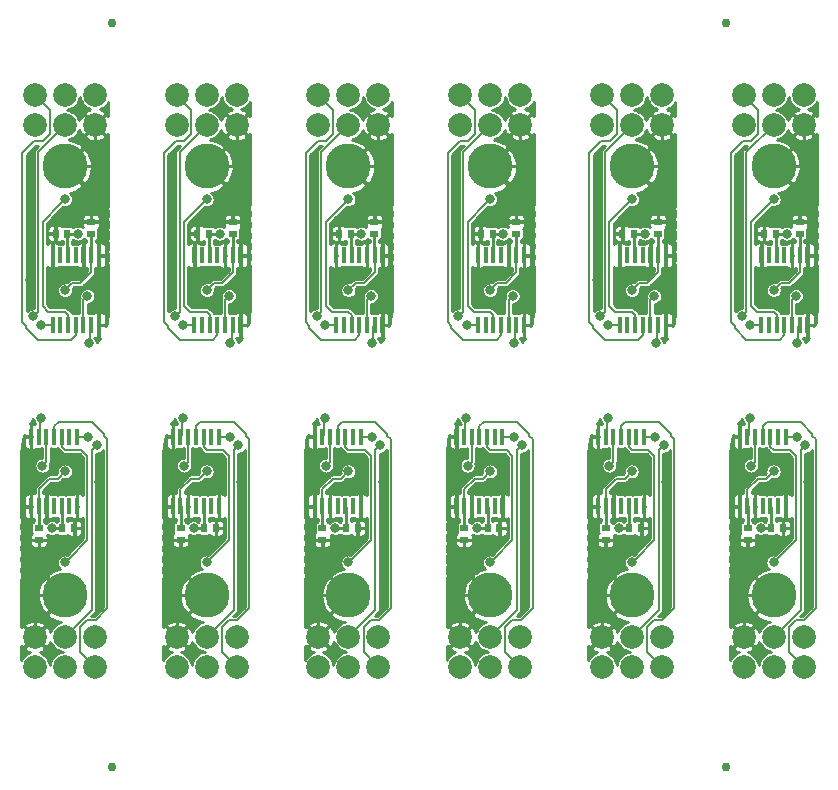
<source format=gtl>
G04 #@! TF.GenerationSoftware,KiCad,Pcbnew,5.1.5-52549c5~84~ubuntu18.04.1*
G04 #@! TF.CreationDate,2020-03-17T11:40:12+01:00*
G04 #@! TF.ProjectId,output.A1335_long_I2C_panel,6f757470-7574-42e4-9131-3333355f6c6f,rev?*
G04 #@! TF.SameCoordinates,Original*
G04 #@! TF.FileFunction,Copper,L1,Top*
G04 #@! TF.FilePolarity,Positive*
%FSLAX46Y46*%
G04 Gerber Fmt 4.6, Leading zero omitted, Abs format (unit mm)*
G04 Created by KiCad (PCBNEW 5.1.5-52549c5~84~ubuntu18.04.1) date 2020-03-17 11:40:12*
%MOMM*%
%LPD*%
G04 APERTURE LIST*
%ADD10C,3.800000*%
%ADD11R,0.700000X0.600000*%
%ADD12R,0.600000X0.700000*%
%ADD13C,1.998980*%
%ADD14R,0.450000X1.450000*%
%ADD15C,0.750000*%
%ADD16C,0.800000*%
%ADD17C,0.254000*%
%ADD18C,0.152400*%
G04 APERTURE END LIST*
D10*
X115010000Y-72660000D03*
X127010000Y-72660000D03*
X139010000Y-72660000D03*
X151010000Y-72660000D03*
X163010000Y-72660000D03*
X175010000Y-72660000D03*
X175000000Y-109000000D03*
X163000000Y-109000000D03*
X151000000Y-109000000D03*
X139000000Y-109000000D03*
X127000000Y-109000000D03*
D11*
X117210000Y-77360000D03*
X117210000Y-78360000D03*
X129210000Y-77360000D03*
X129210000Y-78360000D03*
X141210000Y-77360000D03*
X141210000Y-78360000D03*
X153210000Y-77360000D03*
X153210000Y-78360000D03*
X165210000Y-77360000D03*
X165210000Y-78360000D03*
X177210000Y-77360000D03*
X177210000Y-78360000D03*
X172800000Y-104300000D03*
X172800000Y-103300000D03*
X160800000Y-104300000D03*
X160800000Y-103300000D03*
X148800000Y-104300000D03*
X148800000Y-103300000D03*
X136800000Y-104300000D03*
X136800000Y-103300000D03*
X124800000Y-104300000D03*
X124800000Y-103300000D03*
D12*
X115210000Y-78360000D03*
X114210000Y-78360000D03*
X127210000Y-78360000D03*
X126210000Y-78360000D03*
X139210000Y-78360000D03*
X138210000Y-78360000D03*
X151210000Y-78360000D03*
X150210000Y-78360000D03*
X163210000Y-78360000D03*
X162210000Y-78360000D03*
X175210000Y-78360000D03*
X174210000Y-78360000D03*
X174800000Y-103300000D03*
X175800000Y-103300000D03*
X162800000Y-103300000D03*
X163800000Y-103300000D03*
X150800000Y-103300000D03*
X151800000Y-103300000D03*
X138800000Y-103300000D03*
X139800000Y-103300000D03*
X126800000Y-103300000D03*
X127800000Y-103300000D03*
D13*
X117550000Y-69160000D03*
X129550000Y-69160000D03*
X141550000Y-69160000D03*
X153550000Y-69160000D03*
X165550000Y-69160000D03*
X177550000Y-69160000D03*
X172460000Y-112500000D03*
X160460000Y-112500000D03*
X148460000Y-112500000D03*
X136460000Y-112500000D03*
X124460000Y-112500000D03*
X115010000Y-66620000D03*
X127010000Y-66620000D03*
X139010000Y-66620000D03*
X151010000Y-66620000D03*
X163010000Y-66620000D03*
X175010000Y-66620000D03*
X175000000Y-115040000D03*
X163000000Y-115040000D03*
X151000000Y-115040000D03*
X139000000Y-115040000D03*
X127000000Y-115040000D03*
X117550000Y-66620000D03*
X129550000Y-66620000D03*
X141550000Y-66620000D03*
X153550000Y-66620000D03*
X165550000Y-66620000D03*
X177550000Y-66620000D03*
X172460000Y-115040000D03*
X160460000Y-115040000D03*
X148460000Y-115040000D03*
X136460000Y-115040000D03*
X124460000Y-115040000D03*
X115010000Y-69160000D03*
X127010000Y-69160000D03*
X139010000Y-69160000D03*
X151010000Y-69160000D03*
X163010000Y-69160000D03*
X175010000Y-69160000D03*
X175000000Y-112500000D03*
X163000000Y-112500000D03*
X151000000Y-112500000D03*
X139000000Y-112500000D03*
X127000000Y-112500000D03*
D14*
X117870000Y-80210000D03*
X117220000Y-80210000D03*
X116570000Y-80210000D03*
X115920000Y-80210000D03*
X115270000Y-80210000D03*
X114620000Y-80210000D03*
X113970000Y-80210000D03*
X113970000Y-86110000D03*
X114620000Y-86110000D03*
X115270000Y-86110000D03*
X115920000Y-86110000D03*
X116570000Y-86110000D03*
X117220000Y-86110000D03*
X117870000Y-86110000D03*
X129870000Y-80210000D03*
X129220000Y-80210000D03*
X128570000Y-80210000D03*
X127920000Y-80210000D03*
X127270000Y-80210000D03*
X126620000Y-80210000D03*
X125970000Y-80210000D03*
X125970000Y-86110000D03*
X126620000Y-86110000D03*
X127270000Y-86110000D03*
X127920000Y-86110000D03*
X128570000Y-86110000D03*
X129220000Y-86110000D03*
X129870000Y-86110000D03*
X141870000Y-80210000D03*
X141220000Y-80210000D03*
X140570000Y-80210000D03*
X139920000Y-80210000D03*
X139270000Y-80210000D03*
X138620000Y-80210000D03*
X137970000Y-80210000D03*
X137970000Y-86110000D03*
X138620000Y-86110000D03*
X139270000Y-86110000D03*
X139920000Y-86110000D03*
X140570000Y-86110000D03*
X141220000Y-86110000D03*
X141870000Y-86110000D03*
X153870000Y-80210000D03*
X153220000Y-80210000D03*
X152570000Y-80210000D03*
X151920000Y-80210000D03*
X151270000Y-80210000D03*
X150620000Y-80210000D03*
X149970000Y-80210000D03*
X149970000Y-86110000D03*
X150620000Y-86110000D03*
X151270000Y-86110000D03*
X151920000Y-86110000D03*
X152570000Y-86110000D03*
X153220000Y-86110000D03*
X153870000Y-86110000D03*
X165870000Y-80210000D03*
X165220000Y-80210000D03*
X164570000Y-80210000D03*
X163920000Y-80210000D03*
X163270000Y-80210000D03*
X162620000Y-80210000D03*
X161970000Y-80210000D03*
X161970000Y-86110000D03*
X162620000Y-86110000D03*
X163270000Y-86110000D03*
X163920000Y-86110000D03*
X164570000Y-86110000D03*
X165220000Y-86110000D03*
X165870000Y-86110000D03*
X177870000Y-80210000D03*
X177220000Y-80210000D03*
X176570000Y-80210000D03*
X175920000Y-80210000D03*
X175270000Y-80210000D03*
X174620000Y-80210000D03*
X173970000Y-80210000D03*
X173970000Y-86110000D03*
X174620000Y-86110000D03*
X175270000Y-86110000D03*
X175920000Y-86110000D03*
X176570000Y-86110000D03*
X177220000Y-86110000D03*
X177870000Y-86110000D03*
X172140000Y-101450000D03*
X172790000Y-101450000D03*
X173440000Y-101450000D03*
X174090000Y-101450000D03*
X174740000Y-101450000D03*
X175390000Y-101450000D03*
X176040000Y-101450000D03*
X176040000Y-95550000D03*
X175390000Y-95550000D03*
X174740000Y-95550000D03*
X174090000Y-95550000D03*
X173440000Y-95550000D03*
X172790000Y-95550000D03*
X172140000Y-95550000D03*
X160140000Y-101450000D03*
X160790000Y-101450000D03*
X161440000Y-101450000D03*
X162090000Y-101450000D03*
X162740000Y-101450000D03*
X163390000Y-101450000D03*
X164040000Y-101450000D03*
X164040000Y-95550000D03*
X163390000Y-95550000D03*
X162740000Y-95550000D03*
X162090000Y-95550000D03*
X161440000Y-95550000D03*
X160790000Y-95550000D03*
X160140000Y-95550000D03*
X148140000Y-101450000D03*
X148790000Y-101450000D03*
X149440000Y-101450000D03*
X150090000Y-101450000D03*
X150740000Y-101450000D03*
X151390000Y-101450000D03*
X152040000Y-101450000D03*
X152040000Y-95550000D03*
X151390000Y-95550000D03*
X150740000Y-95550000D03*
X150090000Y-95550000D03*
X149440000Y-95550000D03*
X148790000Y-95550000D03*
X148140000Y-95550000D03*
X136140000Y-101450000D03*
X136790000Y-101450000D03*
X137440000Y-101450000D03*
X138090000Y-101450000D03*
X138740000Y-101450000D03*
X139390000Y-101450000D03*
X140040000Y-101450000D03*
X140040000Y-95550000D03*
X139390000Y-95550000D03*
X138740000Y-95550000D03*
X138090000Y-95550000D03*
X137440000Y-95550000D03*
X136790000Y-95550000D03*
X136140000Y-95550000D03*
X124140000Y-101450000D03*
X124790000Y-101450000D03*
X125440000Y-101450000D03*
X126090000Y-101450000D03*
X126740000Y-101450000D03*
X127390000Y-101450000D03*
X128040000Y-101450000D03*
X128040000Y-95550000D03*
X127390000Y-95550000D03*
X126740000Y-95550000D03*
X126090000Y-95550000D03*
X125440000Y-95550000D03*
X124790000Y-95550000D03*
X124140000Y-95550000D03*
D13*
X112470000Y-66620000D03*
X124470000Y-66620000D03*
X136470000Y-66620000D03*
X148470000Y-66620000D03*
X160470000Y-66620000D03*
X172470000Y-66620000D03*
X177540000Y-115040000D03*
X165540000Y-115040000D03*
X153540000Y-115040000D03*
X141540000Y-115040000D03*
X129540000Y-115040000D03*
X112470000Y-69160000D03*
X124470000Y-69160000D03*
X136470000Y-69160000D03*
X148470000Y-69160000D03*
X160470000Y-69160000D03*
X172470000Y-69160000D03*
X177540000Y-112500000D03*
X165540000Y-112500000D03*
X153540000Y-112500000D03*
X141540000Y-112500000D03*
X129540000Y-112500000D03*
D15*
X171000000Y-123500000D03*
X119000000Y-123500000D03*
X171000000Y-60500000D03*
X119000000Y-60500000D03*
D13*
X117540000Y-112500000D03*
X115000000Y-115040000D03*
X112460000Y-115040000D03*
X117540000Y-115040000D03*
X115000000Y-112500000D03*
X112460000Y-112500000D03*
D14*
X112140000Y-95550000D03*
X112790000Y-95550000D03*
X113440000Y-95550000D03*
X114090000Y-95550000D03*
X114740000Y-95550000D03*
X115390000Y-95550000D03*
X116040000Y-95550000D03*
X116040000Y-101450000D03*
X115390000Y-101450000D03*
X114740000Y-101450000D03*
X114090000Y-101450000D03*
X113440000Y-101450000D03*
X112790000Y-101450000D03*
X112140000Y-101450000D03*
D12*
X115800000Y-103300000D03*
X114800000Y-103300000D03*
D11*
X112800000Y-103300000D03*
X112800000Y-104300000D03*
D10*
X115000000Y-109000000D03*
D16*
X113900000Y-103300000D03*
X125900000Y-103300000D03*
X137900000Y-103300000D03*
X149900000Y-103300000D03*
X161900000Y-103300000D03*
X173900000Y-103300000D03*
X176110000Y-78360000D03*
X164110000Y-78360000D03*
X152110000Y-78360000D03*
X140110000Y-78360000D03*
X128110000Y-78360000D03*
X116110000Y-78360000D03*
X116100000Y-99400000D03*
X117928600Y-99400000D03*
X129928600Y-99400000D03*
X141928600Y-99400000D03*
X153928600Y-99400000D03*
X165928600Y-99400000D03*
X177928600Y-99400000D03*
X172081400Y-82260000D03*
X160081400Y-82260000D03*
X148081400Y-82260000D03*
X136081400Y-82260000D03*
X124081400Y-82260000D03*
X112081400Y-82260000D03*
X128100000Y-99400000D03*
X140100000Y-99400000D03*
X152100000Y-99400000D03*
X164100000Y-99400000D03*
X176100000Y-99400000D03*
X173910000Y-82260000D03*
X161910000Y-82260000D03*
X149910000Y-82260000D03*
X137910000Y-82260000D03*
X125910000Y-82260000D03*
X113910000Y-82260000D03*
X117000000Y-95600000D03*
X129000000Y-95600000D03*
X141000000Y-95600000D03*
X153000000Y-95600000D03*
X165000000Y-95600000D03*
X177000000Y-95600000D03*
X173010000Y-86060000D03*
X161010000Y-86060000D03*
X149010000Y-86060000D03*
X137010000Y-86060000D03*
X125010000Y-86060000D03*
X113010000Y-86060000D03*
X117700000Y-96300000D03*
X113000000Y-94000000D03*
X129700000Y-96300000D03*
X141700000Y-96300000D03*
X153700000Y-96300000D03*
X165700000Y-96300000D03*
X177700000Y-96300000D03*
X172310000Y-85360000D03*
X160310000Y-85360000D03*
X148310000Y-85360000D03*
X136310000Y-85360000D03*
X124310000Y-85360000D03*
X112310000Y-85360000D03*
X125000000Y-94000000D03*
X137000000Y-94000000D03*
X149000000Y-94000000D03*
X161000000Y-94000000D03*
X173000000Y-94000000D03*
X177010000Y-87660000D03*
X165010000Y-87660000D03*
X153010000Y-87660000D03*
X141010000Y-87660000D03*
X129010000Y-87660000D03*
X117010000Y-87660000D03*
X113100000Y-98000000D03*
X125100000Y-98000000D03*
X137100000Y-98000000D03*
X149100000Y-98000000D03*
X161100000Y-98000000D03*
X173100000Y-98000000D03*
X176910000Y-83660000D03*
X164910000Y-83660000D03*
X152910000Y-83660000D03*
X140910000Y-83660000D03*
X128910000Y-83660000D03*
X116910000Y-83660000D03*
X114999996Y-106200000D03*
X126999996Y-106200000D03*
X138999996Y-106200000D03*
X150999996Y-106200000D03*
X162999996Y-106200000D03*
X174999996Y-106200000D03*
X175010004Y-75460000D03*
X163010004Y-75460000D03*
X151010004Y-75460000D03*
X139010004Y-75460000D03*
X127010004Y-75460000D03*
X115010004Y-75460000D03*
X115000000Y-98500000D03*
X127000000Y-98500000D03*
X139000000Y-98500000D03*
X151000000Y-98500000D03*
X163000000Y-98500000D03*
X175000000Y-98500000D03*
X175010000Y-83160000D03*
X163010000Y-83160000D03*
X151010000Y-83160000D03*
X139010000Y-83160000D03*
X127010000Y-83160000D03*
X115010000Y-83160000D03*
D17*
X114800000Y-101510000D02*
X114740000Y-101450000D01*
X114800000Y-103300000D02*
X114800000Y-101510000D01*
X114800000Y-103300000D02*
X113900000Y-103300000D01*
X126800000Y-103300000D02*
X126800000Y-101510000D01*
X138800000Y-103300000D02*
X138800000Y-101510000D01*
X150800000Y-103300000D02*
X150800000Y-101510000D01*
X162800000Y-103300000D02*
X162800000Y-101510000D01*
X174800000Y-103300000D02*
X174800000Y-101510000D01*
X175210000Y-78360000D02*
X175210000Y-80150000D01*
X163210000Y-78360000D02*
X163210000Y-80150000D01*
X151210000Y-78360000D02*
X151210000Y-80150000D01*
X139210000Y-78360000D02*
X139210000Y-80150000D01*
X127210000Y-78360000D02*
X127210000Y-80150000D01*
X115210000Y-78360000D02*
X115210000Y-80150000D01*
X126800000Y-103300000D02*
X125900000Y-103300000D01*
X138800000Y-103300000D02*
X137900000Y-103300000D01*
X150800000Y-103300000D02*
X149900000Y-103300000D01*
X162800000Y-103300000D02*
X161900000Y-103300000D01*
X174800000Y-103300000D02*
X173900000Y-103300000D01*
X175210000Y-78360000D02*
X176110000Y-78360000D01*
X163210000Y-78360000D02*
X164110000Y-78360000D01*
X151210000Y-78360000D02*
X152110000Y-78360000D01*
X139210000Y-78360000D02*
X140110000Y-78360000D01*
X127210000Y-78360000D02*
X128110000Y-78360000D01*
X115210000Y-78360000D02*
X116110000Y-78360000D01*
X126800000Y-101510000D02*
X126740000Y-101450000D01*
X138800000Y-101510000D02*
X138740000Y-101450000D01*
X150800000Y-101510000D02*
X150740000Y-101450000D01*
X162800000Y-101510000D02*
X162740000Y-101450000D01*
X174800000Y-101510000D02*
X174740000Y-101450000D01*
X175210000Y-80150000D02*
X175270000Y-80210000D01*
X163210000Y-80150000D02*
X163270000Y-80210000D01*
X151210000Y-80150000D02*
X151270000Y-80210000D01*
X139210000Y-80150000D02*
X139270000Y-80210000D01*
X127210000Y-80150000D02*
X127270000Y-80210000D01*
X115210000Y-80150000D02*
X115270000Y-80210000D01*
X114579046Y-107608319D02*
X114851962Y-107554034D01*
X114074142Y-107876217D02*
X114498930Y-107592383D01*
X114498930Y-107592383D02*
X114579046Y-107608319D01*
X113580954Y-108510359D02*
X113994026Y-107892153D01*
X113596891Y-108590475D02*
X113580954Y-108510359D01*
X112460000Y-112500000D02*
X112460000Y-109040000D01*
X112460000Y-109040000D02*
X112500000Y-109000000D01*
X113542604Y-108863392D02*
X113596891Y-108590475D01*
X112500000Y-109000000D02*
X113510885Y-109000000D01*
X113994026Y-107892153D02*
X114074142Y-107876217D01*
X113510885Y-109000000D02*
X113497222Y-108931311D01*
X113497222Y-108931311D02*
X113542604Y-108863392D01*
X126074142Y-107876217D02*
X126498930Y-107592383D01*
X138074142Y-107876217D02*
X138498930Y-107592383D01*
X150074142Y-107876217D02*
X150498930Y-107592383D01*
X162074142Y-107876217D02*
X162498930Y-107592383D01*
X174074142Y-107876217D02*
X174498930Y-107592383D01*
X175935858Y-73783783D02*
X175511070Y-74067617D01*
X163935858Y-73783783D02*
X163511070Y-74067617D01*
X151935858Y-73783783D02*
X151511070Y-74067617D01*
X139935858Y-73783783D02*
X139511070Y-74067617D01*
X127935858Y-73783783D02*
X127511070Y-74067617D01*
X115935858Y-73783783D02*
X115511070Y-74067617D01*
X124460000Y-109040000D02*
X124500000Y-109000000D01*
X136460000Y-109040000D02*
X136500000Y-109000000D01*
X148460000Y-109040000D02*
X148500000Y-109000000D01*
X160460000Y-109040000D02*
X160500000Y-109000000D01*
X172460000Y-109040000D02*
X172500000Y-109000000D01*
X177550000Y-72620000D02*
X177510000Y-72660000D01*
X165550000Y-72620000D02*
X165510000Y-72660000D01*
X153550000Y-72620000D02*
X153510000Y-72660000D01*
X141550000Y-72620000D02*
X141510000Y-72660000D01*
X129550000Y-72620000D02*
X129510000Y-72660000D01*
X117550000Y-72620000D02*
X117510000Y-72660000D01*
X126579046Y-107608319D02*
X126851962Y-107554034D01*
X138579046Y-107608319D02*
X138851962Y-107554034D01*
X150579046Y-107608319D02*
X150851962Y-107554034D01*
X162579046Y-107608319D02*
X162851962Y-107554034D01*
X174579046Y-107608319D02*
X174851962Y-107554034D01*
X175430954Y-74051681D02*
X175158038Y-74105966D01*
X163430954Y-74051681D02*
X163158038Y-74105966D01*
X151430954Y-74051681D02*
X151158038Y-74105966D01*
X139430954Y-74051681D02*
X139158038Y-74105966D01*
X127430954Y-74051681D02*
X127158038Y-74105966D01*
X115430954Y-74051681D02*
X115158038Y-74105966D01*
X125497222Y-108931311D02*
X125542604Y-108863392D01*
X137497222Y-108931311D02*
X137542604Y-108863392D01*
X149497222Y-108931311D02*
X149542604Y-108863392D01*
X161497222Y-108931311D02*
X161542604Y-108863392D01*
X173497222Y-108931311D02*
X173542604Y-108863392D01*
X176512778Y-72728689D02*
X176467396Y-72796608D01*
X164512778Y-72728689D02*
X164467396Y-72796608D01*
X152512778Y-72728689D02*
X152467396Y-72796608D01*
X140512778Y-72728689D02*
X140467396Y-72796608D01*
X128512778Y-72728689D02*
X128467396Y-72796608D01*
X116512778Y-72728689D02*
X116467396Y-72796608D01*
X125580954Y-108510359D02*
X125994026Y-107892153D01*
X137580954Y-108510359D02*
X137994026Y-107892153D01*
X149580954Y-108510359D02*
X149994026Y-107892153D01*
X161580954Y-108510359D02*
X161994026Y-107892153D01*
X173580954Y-108510359D02*
X173994026Y-107892153D01*
X176429046Y-73149641D02*
X176015974Y-73767847D01*
X164429046Y-73149641D02*
X164015974Y-73767847D01*
X152429046Y-73149641D02*
X152015974Y-73767847D01*
X140429046Y-73149641D02*
X140015974Y-73767847D01*
X128429046Y-73149641D02*
X128015974Y-73767847D01*
X116429046Y-73149641D02*
X116015974Y-73767847D01*
X125510885Y-109000000D02*
X125497222Y-108931311D01*
X137510885Y-109000000D02*
X137497222Y-108931311D01*
X149510885Y-109000000D02*
X149497222Y-108931311D01*
X161510885Y-109000000D02*
X161497222Y-108931311D01*
X173510885Y-109000000D02*
X173497222Y-108931311D01*
X176499115Y-72660000D02*
X176512778Y-72728689D01*
X164499115Y-72660000D02*
X164512778Y-72728689D01*
X152499115Y-72660000D02*
X152512778Y-72728689D01*
X140499115Y-72660000D02*
X140512778Y-72728689D01*
X128499115Y-72660000D02*
X128512778Y-72728689D01*
X116499115Y-72660000D02*
X116512778Y-72728689D01*
X124500000Y-109000000D02*
X125510885Y-109000000D01*
X136500000Y-109000000D02*
X137510885Y-109000000D01*
X148500000Y-109000000D02*
X149510885Y-109000000D01*
X160500000Y-109000000D02*
X161510885Y-109000000D01*
X172500000Y-109000000D02*
X173510885Y-109000000D01*
X177510000Y-72660000D02*
X176499115Y-72660000D01*
X165510000Y-72660000D02*
X164499115Y-72660000D01*
X153510000Y-72660000D02*
X152499115Y-72660000D01*
X141510000Y-72660000D02*
X140499115Y-72660000D01*
X129510000Y-72660000D02*
X128499115Y-72660000D01*
X117510000Y-72660000D02*
X116499115Y-72660000D01*
X124460000Y-112500000D02*
X124460000Y-109040000D01*
X136460000Y-112500000D02*
X136460000Y-109040000D01*
X148460000Y-112500000D02*
X148460000Y-109040000D01*
X160460000Y-112500000D02*
X160460000Y-109040000D01*
X172460000Y-112500000D02*
X172460000Y-109040000D01*
X177550000Y-69160000D02*
X177550000Y-72620000D01*
X165550000Y-69160000D02*
X165550000Y-72620000D01*
X153550000Y-69160000D02*
X153550000Y-72620000D01*
X141550000Y-69160000D02*
X141550000Y-72620000D01*
X129550000Y-69160000D02*
X129550000Y-72620000D01*
X117550000Y-69160000D02*
X117550000Y-72620000D01*
X125994026Y-107892153D02*
X126074142Y-107876217D01*
X137994026Y-107892153D02*
X138074142Y-107876217D01*
X149994026Y-107892153D02*
X150074142Y-107876217D01*
X161994026Y-107892153D02*
X162074142Y-107876217D01*
X173994026Y-107892153D02*
X174074142Y-107876217D01*
X176015974Y-73767847D02*
X175935858Y-73783783D01*
X164015974Y-73767847D02*
X163935858Y-73783783D01*
X152015974Y-73767847D02*
X151935858Y-73783783D01*
X140015974Y-73767847D02*
X139935858Y-73783783D01*
X128015974Y-73767847D02*
X127935858Y-73783783D01*
X116015974Y-73767847D02*
X115935858Y-73783783D01*
X125596891Y-108590475D02*
X125580954Y-108510359D01*
X137596891Y-108590475D02*
X137580954Y-108510359D01*
X149596891Y-108590475D02*
X149580954Y-108510359D01*
X161596891Y-108590475D02*
X161580954Y-108510359D01*
X173596891Y-108590475D02*
X173580954Y-108510359D01*
X176413109Y-73069525D02*
X176429046Y-73149641D01*
X164413109Y-73069525D02*
X164429046Y-73149641D01*
X152413109Y-73069525D02*
X152429046Y-73149641D01*
X140413109Y-73069525D02*
X140429046Y-73149641D01*
X128413109Y-73069525D02*
X128429046Y-73149641D01*
X116413109Y-73069525D02*
X116429046Y-73149641D01*
X125542604Y-108863392D02*
X125596891Y-108590475D01*
X137542604Y-108863392D02*
X137596891Y-108590475D01*
X149542604Y-108863392D02*
X149596891Y-108590475D01*
X161542604Y-108863392D02*
X161596891Y-108590475D01*
X173542604Y-108863392D02*
X173596891Y-108590475D01*
X176467396Y-72796608D02*
X176413109Y-73069525D01*
X164467396Y-72796608D02*
X164413109Y-73069525D01*
X152467396Y-72796608D02*
X152413109Y-73069525D01*
X140467396Y-72796608D02*
X140413109Y-73069525D01*
X128467396Y-72796608D02*
X128413109Y-73069525D01*
X116467396Y-72796608D02*
X116413109Y-73069525D01*
X126498930Y-107592383D02*
X126579046Y-107608319D01*
X138498930Y-107592383D02*
X138579046Y-107608319D01*
X150498930Y-107592383D02*
X150579046Y-107608319D01*
X162498930Y-107592383D02*
X162579046Y-107608319D01*
X174498930Y-107592383D02*
X174579046Y-107608319D01*
X175511070Y-74067617D02*
X175430954Y-74051681D01*
X163511070Y-74067617D02*
X163430954Y-74051681D01*
X151511070Y-74067617D02*
X151430954Y-74051681D01*
X139511070Y-74067617D02*
X139430954Y-74051681D01*
X127511070Y-74067617D02*
X127430954Y-74051681D01*
X115511070Y-74067617D02*
X115430954Y-74051681D01*
D18*
X116040000Y-95550000D02*
X116950000Y-95550000D01*
X116950000Y-95550000D02*
X117000000Y-95600000D01*
X128950000Y-95550000D02*
X129000000Y-95600000D01*
X140950000Y-95550000D02*
X141000000Y-95600000D01*
X152950000Y-95550000D02*
X153000000Y-95600000D01*
X164950000Y-95550000D02*
X165000000Y-95600000D01*
X176950000Y-95550000D02*
X177000000Y-95600000D01*
X173060000Y-86110000D02*
X173010000Y-86060000D01*
X161060000Y-86110000D02*
X161010000Y-86060000D01*
X149060000Y-86110000D02*
X149010000Y-86060000D01*
X137060000Y-86110000D02*
X137010000Y-86060000D01*
X125060000Y-86110000D02*
X125010000Y-86060000D01*
X113060000Y-86110000D02*
X113010000Y-86060000D01*
X128040000Y-95550000D02*
X128950000Y-95550000D01*
X140040000Y-95550000D02*
X140950000Y-95550000D01*
X152040000Y-95550000D02*
X152950000Y-95550000D01*
X164040000Y-95550000D02*
X164950000Y-95550000D01*
X176040000Y-95550000D02*
X176950000Y-95550000D01*
X173970000Y-86110000D02*
X173060000Y-86110000D01*
X161970000Y-86110000D02*
X161060000Y-86110000D01*
X149970000Y-86110000D02*
X149060000Y-86110000D01*
X137970000Y-86110000D02*
X137060000Y-86110000D01*
X125970000Y-86110000D02*
X125060000Y-86110000D01*
X113970000Y-86110000D02*
X113060000Y-86110000D01*
X117300000Y-110200000D02*
X117300000Y-107800000D01*
X115000000Y-112500000D02*
X117300000Y-110200000D01*
X117300000Y-107800000D02*
X117300000Y-96700000D01*
X117300000Y-96700000D02*
X117700000Y-96300000D01*
X112900000Y-95440000D02*
X112790000Y-95550000D01*
X113000000Y-94000000D02*
X112900000Y-94100000D01*
X112900000Y-94100000D02*
X112900000Y-95440000D01*
X127000000Y-112500000D02*
X129300000Y-110200000D01*
X139000000Y-112500000D02*
X141300000Y-110200000D01*
X151000000Y-112500000D02*
X153300000Y-110200000D01*
X163000000Y-112500000D02*
X165300000Y-110200000D01*
X175000000Y-112500000D02*
X177300000Y-110200000D01*
X175010000Y-69160000D02*
X172710000Y-71460000D01*
X163010000Y-69160000D02*
X160710000Y-71460000D01*
X151010000Y-69160000D02*
X148710000Y-71460000D01*
X139010000Y-69160000D02*
X136710000Y-71460000D01*
X127010000Y-69160000D02*
X124710000Y-71460000D01*
X115010000Y-69160000D02*
X112710000Y-71460000D01*
X129300000Y-107800000D02*
X129300000Y-96700000D01*
X141300000Y-107800000D02*
X141300000Y-96700000D01*
X153300000Y-107800000D02*
X153300000Y-96700000D01*
X165300000Y-107800000D02*
X165300000Y-96700000D01*
X177300000Y-107800000D02*
X177300000Y-96700000D01*
X172710000Y-73860000D02*
X172710000Y-84960000D01*
X160710000Y-73860000D02*
X160710000Y-84960000D01*
X148710000Y-73860000D02*
X148710000Y-84960000D01*
X136710000Y-73860000D02*
X136710000Y-84960000D01*
X124710000Y-73860000D02*
X124710000Y-84960000D01*
X112710000Y-73860000D02*
X112710000Y-84960000D01*
X124900000Y-95440000D02*
X124790000Y-95550000D01*
X136900000Y-95440000D02*
X136790000Y-95550000D01*
X148900000Y-95440000D02*
X148790000Y-95550000D01*
X160900000Y-95440000D02*
X160790000Y-95550000D01*
X172900000Y-95440000D02*
X172790000Y-95550000D01*
X177110000Y-86220000D02*
X177220000Y-86110000D01*
X165110000Y-86220000D02*
X165220000Y-86110000D01*
X153110000Y-86220000D02*
X153220000Y-86110000D01*
X141110000Y-86220000D02*
X141220000Y-86110000D01*
X129110000Y-86220000D02*
X129220000Y-86110000D01*
X117110000Y-86220000D02*
X117220000Y-86110000D01*
X125000000Y-94000000D02*
X124900000Y-94100000D01*
X137000000Y-94000000D02*
X136900000Y-94100000D01*
X149000000Y-94000000D02*
X148900000Y-94100000D01*
X161000000Y-94000000D02*
X160900000Y-94100000D01*
X173000000Y-94000000D02*
X172900000Y-94100000D01*
X177010000Y-87660000D02*
X177110000Y-87560000D01*
X165010000Y-87660000D02*
X165110000Y-87560000D01*
X153010000Y-87660000D02*
X153110000Y-87560000D01*
X141010000Y-87660000D02*
X141110000Y-87560000D01*
X129010000Y-87660000D02*
X129110000Y-87560000D01*
X117010000Y-87660000D02*
X117110000Y-87560000D01*
X129300000Y-110200000D02*
X129300000Y-107800000D01*
X141300000Y-110200000D02*
X141300000Y-107800000D01*
X153300000Y-110200000D02*
X153300000Y-107800000D01*
X165300000Y-110200000D02*
X165300000Y-107800000D01*
X177300000Y-110200000D02*
X177300000Y-107800000D01*
X172710000Y-71460000D02*
X172710000Y-73860000D01*
X160710000Y-71460000D02*
X160710000Y-73860000D01*
X148710000Y-71460000D02*
X148710000Y-73860000D01*
X136710000Y-71460000D02*
X136710000Y-73860000D01*
X124710000Y-71460000D02*
X124710000Y-73860000D01*
X112710000Y-71460000D02*
X112710000Y-73860000D01*
X129300000Y-96700000D02*
X129700000Y-96300000D01*
X141300000Y-96700000D02*
X141700000Y-96300000D01*
X153300000Y-96700000D02*
X153700000Y-96300000D01*
X165300000Y-96700000D02*
X165700000Y-96300000D01*
X177300000Y-96700000D02*
X177700000Y-96300000D01*
X172710000Y-84960000D02*
X172310000Y-85360000D01*
X160710000Y-84960000D02*
X160310000Y-85360000D01*
X148710000Y-84960000D02*
X148310000Y-85360000D01*
X136710000Y-84960000D02*
X136310000Y-85360000D01*
X124710000Y-84960000D02*
X124310000Y-85360000D01*
X112710000Y-84960000D02*
X112310000Y-85360000D01*
X124900000Y-94100000D02*
X124900000Y-95440000D01*
X136900000Y-94100000D02*
X136900000Y-95440000D01*
X148900000Y-94100000D02*
X148900000Y-95440000D01*
X160900000Y-94100000D02*
X160900000Y-95440000D01*
X172900000Y-94100000D02*
X172900000Y-95440000D01*
X177110000Y-87560000D02*
X177110000Y-86220000D01*
X165110000Y-87560000D02*
X165110000Y-86220000D01*
X153110000Y-87560000D02*
X153110000Y-86220000D01*
X141110000Y-87560000D02*
X141110000Y-86220000D01*
X129110000Y-87560000D02*
X129110000Y-86220000D01*
X117110000Y-87560000D02*
X117110000Y-86220000D01*
X112460000Y-115040000D02*
X112610000Y-115040000D01*
X113440000Y-95550000D02*
X113440000Y-97660000D01*
X113440000Y-97660000D02*
X113100000Y-98000000D01*
X124460000Y-115040000D02*
X124610000Y-115040000D01*
X136460000Y-115040000D02*
X136610000Y-115040000D01*
X148460000Y-115040000D02*
X148610000Y-115040000D01*
X160460000Y-115040000D02*
X160610000Y-115040000D01*
X172460000Y-115040000D02*
X172610000Y-115040000D01*
X177550000Y-66620000D02*
X177400000Y-66620000D01*
X165550000Y-66620000D02*
X165400000Y-66620000D01*
X153550000Y-66620000D02*
X153400000Y-66620000D01*
X141550000Y-66620000D02*
X141400000Y-66620000D01*
X129550000Y-66620000D02*
X129400000Y-66620000D01*
X117550000Y-66620000D02*
X117400000Y-66620000D01*
X125440000Y-95550000D02*
X125440000Y-97660000D01*
X137440000Y-95550000D02*
X137440000Y-97660000D01*
X149440000Y-95550000D02*
X149440000Y-97660000D01*
X161440000Y-95550000D02*
X161440000Y-97660000D01*
X173440000Y-95550000D02*
X173440000Y-97660000D01*
X176570000Y-86110000D02*
X176570000Y-84000000D01*
X164570000Y-86110000D02*
X164570000Y-84000000D01*
X152570000Y-86110000D02*
X152570000Y-84000000D01*
X140570000Y-86110000D02*
X140570000Y-84000000D01*
X128570000Y-86110000D02*
X128570000Y-84000000D01*
X116570000Y-86110000D02*
X116570000Y-84000000D01*
X125440000Y-97660000D02*
X125100000Y-98000000D01*
X137440000Y-97660000D02*
X137100000Y-98000000D01*
X149440000Y-97660000D02*
X149100000Y-98000000D01*
X161440000Y-97660000D02*
X161100000Y-98000000D01*
X173440000Y-97660000D02*
X173100000Y-98000000D01*
X176570000Y-84000000D02*
X176910000Y-83660000D01*
X164570000Y-84000000D02*
X164910000Y-83660000D01*
X152570000Y-84000000D02*
X152910000Y-83660000D01*
X140570000Y-84000000D02*
X140910000Y-83660000D01*
X128570000Y-84000000D02*
X128910000Y-83660000D01*
X116570000Y-84000000D02*
X116910000Y-83660000D01*
X115399995Y-105800001D02*
X114999996Y-106200000D01*
X116400000Y-96700000D02*
X116900000Y-97200000D01*
X116900000Y-97200000D02*
X116900000Y-104299996D01*
X114740000Y-96440000D02*
X115000000Y-96700000D01*
X115000000Y-96700000D02*
X116400000Y-96700000D01*
X114740000Y-95550000D02*
X114740000Y-96440000D01*
X116900000Y-104299996D02*
X115399995Y-105800001D01*
X127000000Y-96700000D02*
X128400000Y-96700000D01*
X139000000Y-96700000D02*
X140400000Y-96700000D01*
X151000000Y-96700000D02*
X152400000Y-96700000D01*
X163000000Y-96700000D02*
X164400000Y-96700000D01*
X175000000Y-96700000D02*
X176400000Y-96700000D01*
X175010000Y-84960000D02*
X173610000Y-84960000D01*
X163010000Y-84960000D02*
X161610000Y-84960000D01*
X151010000Y-84960000D02*
X149610000Y-84960000D01*
X139010000Y-84960000D02*
X137610000Y-84960000D01*
X127010000Y-84960000D02*
X125610000Y-84960000D01*
X115010000Y-84960000D02*
X113610000Y-84960000D01*
X128900000Y-104299996D02*
X127399995Y-105800001D01*
X140900000Y-104299996D02*
X139399995Y-105800001D01*
X152900000Y-104299996D02*
X151399995Y-105800001D01*
X164900000Y-104299996D02*
X163399995Y-105800001D01*
X176900000Y-104299996D02*
X175399995Y-105800001D01*
X173110000Y-77360004D02*
X174610005Y-75859999D01*
X161110000Y-77360004D02*
X162610005Y-75859999D01*
X149110000Y-77360004D02*
X150610005Y-75859999D01*
X137110000Y-77360004D02*
X138610005Y-75859999D01*
X125110000Y-77360004D02*
X126610005Y-75859999D01*
X113110000Y-77360004D02*
X114610005Y-75859999D01*
X127399995Y-105800001D02*
X126999996Y-106200000D01*
X139399995Y-105800001D02*
X138999996Y-106200000D01*
X151399995Y-105800001D02*
X150999996Y-106200000D01*
X163399995Y-105800001D02*
X162999996Y-106200000D01*
X175399995Y-105800001D02*
X174999996Y-106200000D01*
X174610005Y-75859999D02*
X175010004Y-75460000D01*
X162610005Y-75859999D02*
X163010004Y-75460000D01*
X150610005Y-75859999D02*
X151010004Y-75460000D01*
X138610005Y-75859999D02*
X139010004Y-75460000D01*
X126610005Y-75859999D02*
X127010004Y-75460000D01*
X114610005Y-75859999D02*
X115010004Y-75460000D01*
X128400000Y-96700000D02*
X128900000Y-97200000D01*
X140400000Y-96700000D02*
X140900000Y-97200000D01*
X152400000Y-96700000D02*
X152900000Y-97200000D01*
X164400000Y-96700000D02*
X164900000Y-97200000D01*
X176400000Y-96700000D02*
X176900000Y-97200000D01*
X173610000Y-84960000D02*
X173110000Y-84460000D01*
X161610000Y-84960000D02*
X161110000Y-84460000D01*
X149610000Y-84960000D02*
X149110000Y-84460000D01*
X137610000Y-84960000D02*
X137110000Y-84460000D01*
X125610000Y-84960000D02*
X125110000Y-84460000D01*
X113610000Y-84960000D02*
X113110000Y-84460000D01*
X126740000Y-95550000D02*
X126740000Y-96440000D01*
X138740000Y-95550000D02*
X138740000Y-96440000D01*
X150740000Y-95550000D02*
X150740000Y-96440000D01*
X162740000Y-95550000D02*
X162740000Y-96440000D01*
X174740000Y-95550000D02*
X174740000Y-96440000D01*
X175270000Y-86110000D02*
X175270000Y-85220000D01*
X163270000Y-86110000D02*
X163270000Y-85220000D01*
X151270000Y-86110000D02*
X151270000Y-85220000D01*
X139270000Y-86110000D02*
X139270000Y-85220000D01*
X127270000Y-86110000D02*
X127270000Y-85220000D01*
X115270000Y-86110000D02*
X115270000Y-85220000D01*
X126740000Y-96440000D02*
X127000000Y-96700000D01*
X138740000Y-96440000D02*
X139000000Y-96700000D01*
X150740000Y-96440000D02*
X151000000Y-96700000D01*
X162740000Y-96440000D02*
X163000000Y-96700000D01*
X174740000Y-96440000D02*
X175000000Y-96700000D01*
X175270000Y-85220000D02*
X175010000Y-84960000D01*
X163270000Y-85220000D02*
X163010000Y-84960000D01*
X151270000Y-85220000D02*
X151010000Y-84960000D01*
X139270000Y-85220000D02*
X139010000Y-84960000D01*
X127270000Y-85220000D02*
X127010000Y-84960000D01*
X115270000Y-85220000D02*
X115010000Y-84960000D01*
X128900000Y-97200000D02*
X128900000Y-104299996D01*
X140900000Y-97200000D02*
X140900000Y-104299996D01*
X152900000Y-97200000D02*
X152900000Y-104299996D01*
X164900000Y-97200000D02*
X164900000Y-104299996D01*
X176900000Y-97200000D02*
X176900000Y-104299996D01*
X173110000Y-84460000D02*
X173110000Y-77360004D01*
X161110000Y-84460000D02*
X161110000Y-77360004D01*
X149110000Y-84460000D02*
X149110000Y-77360004D01*
X137110000Y-84460000D02*
X137110000Y-77360004D01*
X125110000Y-84460000D02*
X125110000Y-77360004D01*
X113110000Y-84460000D02*
X113110000Y-77360004D01*
X116300000Y-113800000D02*
X117540000Y-115040000D01*
X116300000Y-111700000D02*
X116300000Y-113800000D01*
X117595190Y-111104810D02*
X116895190Y-111104810D01*
X118600000Y-95798348D02*
X118600000Y-110100000D01*
X118597911Y-95777337D02*
X118600000Y-95798348D01*
X118600000Y-110100000D02*
X117595190Y-111104810D01*
X117300000Y-94300000D02*
X118300000Y-95300000D01*
X114090000Y-95550000D02*
X114090000Y-94672600D01*
X116895190Y-111104810D02*
X116300000Y-111700000D01*
X114462600Y-94300000D02*
X117300000Y-94300000D01*
X118300000Y-95300000D02*
X118300000Y-95479426D01*
X114090000Y-94672600D02*
X114462600Y-94300000D01*
X118300000Y-95479426D02*
X118597911Y-95777337D01*
X128300000Y-113800000D02*
X129540000Y-115040000D01*
X140300000Y-113800000D02*
X141540000Y-115040000D01*
X152300000Y-113800000D02*
X153540000Y-115040000D01*
X164300000Y-113800000D02*
X165540000Y-115040000D01*
X176300000Y-113800000D02*
X177540000Y-115040000D01*
X173710000Y-67860000D02*
X172470000Y-66620000D01*
X161710000Y-67860000D02*
X160470000Y-66620000D01*
X149710000Y-67860000D02*
X148470000Y-66620000D01*
X137710000Y-67860000D02*
X136470000Y-66620000D01*
X125710000Y-67860000D02*
X124470000Y-66620000D01*
X113710000Y-67860000D02*
X112470000Y-66620000D01*
X130300000Y-95479426D02*
X130597911Y-95777337D01*
X142300000Y-95479426D02*
X142597911Y-95777337D01*
X154300000Y-95479426D02*
X154597911Y-95777337D01*
X166300000Y-95479426D02*
X166597911Y-95777337D01*
X178300000Y-95479426D02*
X178597911Y-95777337D01*
X171710000Y-86180574D02*
X171412089Y-85882663D01*
X159710000Y-86180574D02*
X159412089Y-85882663D01*
X147710000Y-86180574D02*
X147412089Y-85882663D01*
X135710000Y-86180574D02*
X135412089Y-85882663D01*
X123710000Y-86180574D02*
X123412089Y-85882663D01*
X111710000Y-86180574D02*
X111412089Y-85882663D01*
X126090000Y-95550000D02*
X126090000Y-94672600D01*
X138090000Y-95550000D02*
X138090000Y-94672600D01*
X150090000Y-95550000D02*
X150090000Y-94672600D01*
X162090000Y-95550000D02*
X162090000Y-94672600D01*
X174090000Y-95550000D02*
X174090000Y-94672600D01*
X175920000Y-86110000D02*
X175920000Y-86987400D01*
X163920000Y-86110000D02*
X163920000Y-86987400D01*
X151920000Y-86110000D02*
X151920000Y-86987400D01*
X139920000Y-86110000D02*
X139920000Y-86987400D01*
X127920000Y-86110000D02*
X127920000Y-86987400D01*
X115920000Y-86110000D02*
X115920000Y-86987400D01*
X129595190Y-111104810D02*
X128895190Y-111104810D01*
X141595190Y-111104810D02*
X140895190Y-111104810D01*
X153595190Y-111104810D02*
X152895190Y-111104810D01*
X165595190Y-111104810D02*
X164895190Y-111104810D01*
X177595190Y-111104810D02*
X176895190Y-111104810D01*
X172414810Y-70555190D02*
X173114810Y-70555190D01*
X160414810Y-70555190D02*
X161114810Y-70555190D01*
X148414810Y-70555190D02*
X149114810Y-70555190D01*
X136414810Y-70555190D02*
X137114810Y-70555190D01*
X124414810Y-70555190D02*
X125114810Y-70555190D01*
X112414810Y-70555190D02*
X113114810Y-70555190D01*
X130597911Y-95777337D02*
X130600000Y-95798348D01*
X142597911Y-95777337D02*
X142600000Y-95798348D01*
X154597911Y-95777337D02*
X154600000Y-95798348D01*
X166597911Y-95777337D02*
X166600000Y-95798348D01*
X178597911Y-95777337D02*
X178600000Y-95798348D01*
X171412089Y-85882663D02*
X171410000Y-85861652D01*
X159412089Y-85882663D02*
X159410000Y-85861652D01*
X147412089Y-85882663D02*
X147410000Y-85861652D01*
X135412089Y-85882663D02*
X135410000Y-85861652D01*
X123412089Y-85882663D02*
X123410000Y-85861652D01*
X111412089Y-85882663D02*
X111410000Y-85861652D01*
X130600000Y-95798348D02*
X130600000Y-110100000D01*
X142600000Y-95798348D02*
X142600000Y-110100000D01*
X154600000Y-95798348D02*
X154600000Y-110100000D01*
X166600000Y-95798348D02*
X166600000Y-110100000D01*
X178600000Y-95798348D02*
X178600000Y-110100000D01*
X171410000Y-85861652D02*
X171410000Y-71560000D01*
X159410000Y-85861652D02*
X159410000Y-71560000D01*
X147410000Y-85861652D02*
X147410000Y-71560000D01*
X135410000Y-85861652D02*
X135410000Y-71560000D01*
X123410000Y-85861652D02*
X123410000Y-71560000D01*
X111410000Y-85861652D02*
X111410000Y-71560000D01*
X126090000Y-94672600D02*
X126462600Y-94300000D01*
X138090000Y-94672600D02*
X138462600Y-94300000D01*
X150090000Y-94672600D02*
X150462600Y-94300000D01*
X162090000Y-94672600D02*
X162462600Y-94300000D01*
X174090000Y-94672600D02*
X174462600Y-94300000D01*
X175920000Y-86987400D02*
X175547400Y-87360000D01*
X163920000Y-86987400D02*
X163547400Y-87360000D01*
X151920000Y-86987400D02*
X151547400Y-87360000D01*
X139920000Y-86987400D02*
X139547400Y-87360000D01*
X127920000Y-86987400D02*
X127547400Y-87360000D01*
X115920000Y-86987400D02*
X115547400Y-87360000D01*
X130300000Y-95300000D02*
X130300000Y-95479426D01*
X142300000Y-95300000D02*
X142300000Y-95479426D01*
X154300000Y-95300000D02*
X154300000Y-95479426D01*
X166300000Y-95300000D02*
X166300000Y-95479426D01*
X178300000Y-95300000D02*
X178300000Y-95479426D01*
X171710000Y-86360000D02*
X171710000Y-86180574D01*
X159710000Y-86360000D02*
X159710000Y-86180574D01*
X147710000Y-86360000D02*
X147710000Y-86180574D01*
X135710000Y-86360000D02*
X135710000Y-86180574D01*
X123710000Y-86360000D02*
X123710000Y-86180574D01*
X111710000Y-86360000D02*
X111710000Y-86180574D01*
X126462600Y-94300000D02*
X129300000Y-94300000D01*
X138462600Y-94300000D02*
X141300000Y-94300000D01*
X150462600Y-94300000D02*
X153300000Y-94300000D01*
X162462600Y-94300000D02*
X165300000Y-94300000D01*
X174462600Y-94300000D02*
X177300000Y-94300000D01*
X175547400Y-87360000D02*
X172710000Y-87360000D01*
X163547400Y-87360000D02*
X160710000Y-87360000D01*
X151547400Y-87360000D02*
X148710000Y-87360000D01*
X139547400Y-87360000D02*
X136710000Y-87360000D01*
X127547400Y-87360000D02*
X124710000Y-87360000D01*
X115547400Y-87360000D02*
X112710000Y-87360000D01*
X128300000Y-111700000D02*
X128300000Y-113800000D01*
X140300000Y-111700000D02*
X140300000Y-113800000D01*
X152300000Y-111700000D02*
X152300000Y-113800000D01*
X164300000Y-111700000D02*
X164300000Y-113800000D01*
X176300000Y-111700000D02*
X176300000Y-113800000D01*
X173710000Y-69960000D02*
X173710000Y-67860000D01*
X161710000Y-69960000D02*
X161710000Y-67860000D01*
X149710000Y-69960000D02*
X149710000Y-67860000D01*
X137710000Y-69960000D02*
X137710000Y-67860000D01*
X125710000Y-69960000D02*
X125710000Y-67860000D01*
X113710000Y-69960000D02*
X113710000Y-67860000D01*
X129300000Y-94300000D02*
X130300000Y-95300000D01*
X141300000Y-94300000D02*
X142300000Y-95300000D01*
X153300000Y-94300000D02*
X154300000Y-95300000D01*
X165300000Y-94300000D02*
X166300000Y-95300000D01*
X177300000Y-94300000D02*
X178300000Y-95300000D01*
X172710000Y-87360000D02*
X171710000Y-86360000D01*
X160710000Y-87360000D02*
X159710000Y-86360000D01*
X148710000Y-87360000D02*
X147710000Y-86360000D01*
X136710000Y-87360000D02*
X135710000Y-86360000D01*
X124710000Y-87360000D02*
X123710000Y-86360000D01*
X112710000Y-87360000D02*
X111710000Y-86360000D01*
X130600000Y-110100000D02*
X129595190Y-111104810D01*
X142600000Y-110100000D02*
X141595190Y-111104810D01*
X154600000Y-110100000D02*
X153595190Y-111104810D01*
X166600000Y-110100000D02*
X165595190Y-111104810D01*
X178600000Y-110100000D02*
X177595190Y-111104810D01*
X171410000Y-71560000D02*
X172414810Y-70555190D01*
X159410000Y-71560000D02*
X160414810Y-70555190D01*
X147410000Y-71560000D02*
X148414810Y-70555190D01*
X135410000Y-71560000D02*
X136414810Y-70555190D01*
X123410000Y-71560000D02*
X124414810Y-70555190D01*
X111410000Y-71560000D02*
X112414810Y-70555190D01*
X128895190Y-111104810D02*
X128300000Y-111700000D01*
X140895190Y-111104810D02*
X140300000Y-111700000D01*
X152895190Y-111104810D02*
X152300000Y-111700000D01*
X164895190Y-111104810D02*
X164300000Y-111700000D01*
X176895190Y-111104810D02*
X176300000Y-111700000D01*
X173114810Y-70555190D02*
X173710000Y-69960000D01*
X161114810Y-70555190D02*
X161710000Y-69960000D01*
X149114810Y-70555190D02*
X149710000Y-69960000D01*
X137114810Y-70555190D02*
X137710000Y-69960000D01*
X125114810Y-70555190D02*
X125710000Y-69960000D01*
X113114810Y-70555190D02*
X113710000Y-69960000D01*
X112800000Y-101460000D02*
X112790000Y-101450000D01*
D17*
X112800000Y-103300000D02*
X112800000Y-101460000D01*
D18*
X114400000Y-99100000D02*
X115000000Y-98500000D01*
X113700000Y-99100000D02*
X114400000Y-99100000D01*
X112790000Y-101450000D02*
X112790000Y-100010000D01*
X112790000Y-100010000D02*
X113700000Y-99100000D01*
X124790000Y-100010000D02*
X125700000Y-99100000D01*
X136790000Y-100010000D02*
X137700000Y-99100000D01*
X148790000Y-100010000D02*
X149700000Y-99100000D01*
X160790000Y-100010000D02*
X161700000Y-99100000D01*
X172790000Y-100010000D02*
X173700000Y-99100000D01*
X177220000Y-81650000D02*
X176310000Y-82560000D01*
X165220000Y-81650000D02*
X164310000Y-82560000D01*
X153220000Y-81650000D02*
X152310000Y-82560000D01*
X141220000Y-81650000D02*
X140310000Y-82560000D01*
X129220000Y-81650000D02*
X128310000Y-82560000D01*
X117220000Y-81650000D02*
X116310000Y-82560000D01*
X124800000Y-101460000D02*
X124790000Y-101450000D01*
X136800000Y-101460000D02*
X136790000Y-101450000D01*
X148800000Y-101460000D02*
X148790000Y-101450000D01*
X160800000Y-101460000D02*
X160790000Y-101450000D01*
X172800000Y-101460000D02*
X172790000Y-101450000D01*
X177210000Y-80200000D02*
X177220000Y-80210000D01*
X165210000Y-80200000D02*
X165220000Y-80210000D01*
X153210000Y-80200000D02*
X153220000Y-80210000D01*
X141210000Y-80200000D02*
X141220000Y-80210000D01*
X129210000Y-80200000D02*
X129220000Y-80210000D01*
X117210000Y-80200000D02*
X117220000Y-80210000D01*
X126400000Y-99100000D02*
X127000000Y-98500000D01*
X138400000Y-99100000D02*
X139000000Y-98500000D01*
X150400000Y-99100000D02*
X151000000Y-98500000D01*
X162400000Y-99100000D02*
X163000000Y-98500000D01*
X174400000Y-99100000D02*
X175000000Y-98500000D01*
X175610000Y-82560000D02*
X175010000Y-83160000D01*
X163610000Y-82560000D02*
X163010000Y-83160000D01*
X151610000Y-82560000D02*
X151010000Y-83160000D01*
X139610000Y-82560000D02*
X139010000Y-83160000D01*
X127610000Y-82560000D02*
X127010000Y-83160000D01*
X115610000Y-82560000D02*
X115010000Y-83160000D01*
X124790000Y-101450000D02*
X124790000Y-100010000D01*
X136790000Y-101450000D02*
X136790000Y-100010000D01*
X148790000Y-101450000D02*
X148790000Y-100010000D01*
X160790000Y-101450000D02*
X160790000Y-100010000D01*
X172790000Y-101450000D02*
X172790000Y-100010000D01*
X177220000Y-80210000D02*
X177220000Y-81650000D01*
X165220000Y-80210000D02*
X165220000Y-81650000D01*
X153220000Y-80210000D02*
X153220000Y-81650000D01*
X141220000Y-80210000D02*
X141220000Y-81650000D01*
X129220000Y-80210000D02*
X129220000Y-81650000D01*
X117220000Y-80210000D02*
X117220000Y-81650000D01*
X125700000Y-99100000D02*
X126400000Y-99100000D01*
X137700000Y-99100000D02*
X138400000Y-99100000D01*
X149700000Y-99100000D02*
X150400000Y-99100000D01*
X161700000Y-99100000D02*
X162400000Y-99100000D01*
X173700000Y-99100000D02*
X174400000Y-99100000D01*
X176310000Y-82560000D02*
X175610000Y-82560000D01*
X164310000Y-82560000D02*
X163610000Y-82560000D01*
X152310000Y-82560000D02*
X151610000Y-82560000D01*
X140310000Y-82560000D02*
X139610000Y-82560000D01*
X128310000Y-82560000D02*
X127610000Y-82560000D01*
X116310000Y-82560000D02*
X115610000Y-82560000D01*
D17*
X124800000Y-103300000D02*
X124800000Y-101460000D01*
X136800000Y-103300000D02*
X136800000Y-101460000D01*
X148800000Y-103300000D02*
X148800000Y-101460000D01*
X160800000Y-103300000D02*
X160800000Y-101460000D01*
X172800000Y-103300000D02*
X172800000Y-101460000D01*
X177210000Y-78360000D02*
X177210000Y-80200000D01*
X165210000Y-78360000D02*
X165210000Y-80200000D01*
X153210000Y-78360000D02*
X153210000Y-80200000D01*
X141210000Y-78360000D02*
X141210000Y-80200000D01*
X129210000Y-78360000D02*
X129210000Y-80200000D01*
X117210000Y-78360000D02*
X117210000Y-80200000D01*
G36*
X112346709Y-94198174D02*
G01*
X112397924Y-94321816D01*
X112472276Y-94433092D01*
X112510037Y-94470853D01*
X112439689Y-94449513D01*
X112365000Y-94442157D01*
X112260650Y-94444000D01*
X112165400Y-94539250D01*
X112165400Y-95524600D01*
X112185400Y-95524600D01*
X112185400Y-95575400D01*
X112165400Y-95575400D01*
X112165400Y-96560750D01*
X112260650Y-96656000D01*
X112365000Y-96657843D01*
X112439689Y-96650487D01*
X112511508Y-96628701D01*
X112577696Y-96593322D01*
X112623477Y-96555751D01*
X113015000Y-96555751D01*
X113069772Y-96550356D01*
X113084400Y-96545919D01*
X113084401Y-97320600D01*
X113033085Y-97320600D01*
X112901826Y-97346709D01*
X112778184Y-97397924D01*
X112666908Y-97472276D01*
X112572276Y-97566908D01*
X112497924Y-97678184D01*
X112446709Y-97801826D01*
X112420600Y-97933085D01*
X112420600Y-98066915D01*
X112446709Y-98198174D01*
X112497924Y-98321816D01*
X112572276Y-98433092D01*
X112666908Y-98527724D01*
X112778184Y-98602076D01*
X112901826Y-98653291D01*
X113033085Y-98679400D01*
X113166915Y-98679400D01*
X113298174Y-98653291D01*
X113421816Y-98602076D01*
X113533092Y-98527724D01*
X113627724Y-98433092D01*
X113702076Y-98321816D01*
X113753291Y-98198174D01*
X113779400Y-98066915D01*
X113779400Y-97933085D01*
X113757118Y-97821067D01*
X113770121Y-97796740D01*
X113790454Y-97729710D01*
X113795600Y-97677463D01*
X113795600Y-97677455D01*
X113797319Y-97660000D01*
X113795600Y-97642545D01*
X113795600Y-96545919D01*
X113810228Y-96550356D01*
X113865000Y-96555751D01*
X114315000Y-96555751D01*
X114369772Y-96550356D01*
X114399171Y-96541438D01*
X114409880Y-96576741D01*
X114410092Y-96577137D01*
X114442900Y-96638516D01*
X114487338Y-96692663D01*
X114500901Y-96703794D01*
X114736204Y-96939098D01*
X114747337Y-96952663D01*
X114801484Y-96997101D01*
X114863260Y-97030121D01*
X114930290Y-97050454D01*
X114982537Y-97055600D01*
X114982545Y-97055600D01*
X115000000Y-97057319D01*
X115017455Y-97055600D01*
X116252707Y-97055600D01*
X116544400Y-97347294D01*
X116544400Y-100464877D01*
X116535711Y-100454289D01*
X116477696Y-100406678D01*
X116411508Y-100371299D01*
X116339689Y-100349513D01*
X116265000Y-100342157D01*
X116160650Y-100344000D01*
X116065400Y-100439250D01*
X116065400Y-101424600D01*
X116085400Y-101424600D01*
X116085400Y-101475400D01*
X116065400Y-101475400D01*
X116065400Y-102460750D01*
X116160650Y-102556000D01*
X116265000Y-102557843D01*
X116339689Y-102550487D01*
X116411508Y-102528701D01*
X116477696Y-102493322D01*
X116535711Y-102445711D01*
X116544401Y-102435122D01*
X116544401Y-104152700D01*
X115160901Y-105536202D01*
X115160896Y-105536206D01*
X115158320Y-105538782D01*
X115066911Y-105520600D01*
X114933081Y-105520600D01*
X114801822Y-105546709D01*
X114678180Y-105597924D01*
X114566904Y-105672276D01*
X114472272Y-105766908D01*
X114397920Y-105878184D01*
X114346705Y-106001826D01*
X114320596Y-106133085D01*
X114320596Y-106266915D01*
X114346705Y-106398174D01*
X114397920Y-106521816D01*
X114472272Y-106633092D01*
X114566904Y-106727724D01*
X114594608Y-106746235D01*
X114182905Y-106858555D01*
X113780831Y-107059109D01*
X113673406Y-107130887D01*
X113464701Y-107428780D01*
X113968545Y-107932624D01*
X113932624Y-107968545D01*
X113428780Y-107464701D01*
X113130887Y-107673406D01*
X112907996Y-108063542D01*
X112765499Y-108489666D01*
X112708874Y-108935402D01*
X112740295Y-109383620D01*
X112858555Y-109817095D01*
X113059109Y-110219169D01*
X113130887Y-110326594D01*
X113428780Y-110535299D01*
X113921195Y-110042885D01*
X113957116Y-110078806D01*
X113464701Y-110571220D01*
X113673406Y-110869113D01*
X114063542Y-111092004D01*
X114489666Y-111234501D01*
X114683150Y-111259081D01*
X114626962Y-111270257D01*
X114394218Y-111366662D01*
X114184755Y-111506621D01*
X114006621Y-111684755D01*
X113866662Y-111894218D01*
X113781510Y-112099794D01*
X113752421Y-111996127D01*
X113629287Y-111753670D01*
X113596985Y-111705328D01*
X113391309Y-111604612D01*
X112495921Y-112500000D01*
X113391309Y-113395388D01*
X113596985Y-113294672D01*
X113730172Y-113057588D01*
X113781526Y-112900245D01*
X113866662Y-113105782D01*
X114006621Y-113315245D01*
X114184755Y-113493379D01*
X114394218Y-113633338D01*
X114626962Y-113729743D01*
X114829347Y-113770000D01*
X114626962Y-113810257D01*
X114394218Y-113906662D01*
X114184755Y-114046621D01*
X114006621Y-114224755D01*
X113866662Y-114434218D01*
X113770257Y-114666962D01*
X113730000Y-114869347D01*
X113689743Y-114666962D01*
X113593338Y-114434218D01*
X113453379Y-114224755D01*
X113275245Y-114046621D01*
X113065782Y-113906662D01*
X112860206Y-113821510D01*
X112963873Y-113792421D01*
X113206330Y-113669287D01*
X113254672Y-113636985D01*
X113355388Y-113431309D01*
X112460000Y-112535921D01*
X111564612Y-113431309D01*
X111665328Y-113636985D01*
X111902412Y-113770172D01*
X112059755Y-113821526D01*
X111854218Y-113906662D01*
X111644755Y-114046621D01*
X111466621Y-114224755D01*
X111329400Y-114430120D01*
X111329401Y-113297799D01*
X111528691Y-113395388D01*
X112424079Y-112500000D01*
X111528691Y-111604612D01*
X111329402Y-111702201D01*
X111329402Y-111568691D01*
X111564612Y-111568691D01*
X112460000Y-112464079D01*
X113355388Y-111568691D01*
X113254672Y-111363015D01*
X113017588Y-111229828D01*
X112759076Y-111145454D01*
X112489071Y-111113134D01*
X112217947Y-111134112D01*
X111956127Y-111207579D01*
X111713670Y-111330713D01*
X111665328Y-111363015D01*
X111564612Y-111568691D01*
X111329402Y-111568691D01*
X111329404Y-107563704D01*
X111346999Y-107537371D01*
X111385022Y-107445576D01*
X111404405Y-107348127D01*
X111404405Y-107248769D01*
X111385022Y-107151320D01*
X111346999Y-107059525D01*
X111327000Y-107029594D01*
X111327000Y-106647923D01*
X111347000Y-106617991D01*
X111385023Y-106526196D01*
X111404406Y-106428747D01*
X111404406Y-106329389D01*
X111385023Y-106231940D01*
X111347000Y-106140145D01*
X111327000Y-106110213D01*
X111327000Y-105728545D01*
X111347001Y-105698611D01*
X111385024Y-105606816D01*
X111404407Y-105509367D01*
X111404407Y-105410009D01*
X111385024Y-105312560D01*
X111347001Y-105220765D01*
X111327000Y-105190831D01*
X111327000Y-104809166D01*
X111347002Y-104779231D01*
X111385025Y-104687436D01*
X111402416Y-104600000D01*
X112067157Y-104600000D01*
X112074513Y-104674689D01*
X112096299Y-104746508D01*
X112131678Y-104812696D01*
X112179289Y-104870711D01*
X112237304Y-104918322D01*
X112303492Y-104953701D01*
X112375311Y-104975487D01*
X112450000Y-104982843D01*
X112679350Y-104981000D01*
X112774600Y-104885750D01*
X112774600Y-104325400D01*
X112825400Y-104325400D01*
X112825400Y-104885750D01*
X112920650Y-104981000D01*
X113150000Y-104982843D01*
X113224689Y-104975487D01*
X113296508Y-104953701D01*
X113362696Y-104918322D01*
X113420711Y-104870711D01*
X113468322Y-104812696D01*
X113503701Y-104746508D01*
X113525487Y-104674689D01*
X113532843Y-104600000D01*
X113531000Y-104420650D01*
X113435750Y-104325400D01*
X112825400Y-104325400D01*
X112774600Y-104325400D01*
X112164250Y-104325400D01*
X112069000Y-104420650D01*
X112067157Y-104600000D01*
X111402416Y-104600000D01*
X111404408Y-104589987D01*
X111404408Y-104490629D01*
X111385025Y-104393180D01*
X111347002Y-104301385D01*
X111327000Y-104271450D01*
X111327000Y-104000000D01*
X112067157Y-104000000D01*
X112069000Y-104179350D01*
X112164250Y-104274600D01*
X112774600Y-104274600D01*
X112774600Y-104254600D01*
X112825400Y-104254600D01*
X112825400Y-104274600D01*
X113435750Y-104274600D01*
X113531000Y-104179350D01*
X113532843Y-104000000D01*
X113525487Y-103925311D01*
X113503701Y-103853492D01*
X113502717Y-103851651D01*
X113578184Y-103902076D01*
X113701826Y-103953291D01*
X113833085Y-103979400D01*
X113966915Y-103979400D01*
X114098174Y-103953291D01*
X114221816Y-103902076D01*
X114301698Y-103848701D01*
X114344023Y-103883436D01*
X114392561Y-103909380D01*
X114445228Y-103925356D01*
X114500000Y-103930751D01*
X115100000Y-103930751D01*
X115154772Y-103925356D01*
X115207439Y-103909380D01*
X115216163Y-103904717D01*
X115229289Y-103920711D01*
X115287304Y-103968322D01*
X115353492Y-104003701D01*
X115425311Y-104025487D01*
X115500000Y-104032843D01*
X115679350Y-104031000D01*
X115774600Y-103935750D01*
X115774600Y-103325400D01*
X115825400Y-103325400D01*
X115825400Y-103935750D01*
X115920650Y-104031000D01*
X116100000Y-104032843D01*
X116174689Y-104025487D01*
X116246508Y-104003701D01*
X116312696Y-103968322D01*
X116370711Y-103920711D01*
X116418322Y-103862696D01*
X116453701Y-103796508D01*
X116475487Y-103724689D01*
X116482843Y-103650000D01*
X116481000Y-103420650D01*
X116385750Y-103325400D01*
X115825400Y-103325400D01*
X115774600Y-103325400D01*
X115754600Y-103325400D01*
X115754600Y-103274600D01*
X115774600Y-103274600D01*
X115774600Y-102664250D01*
X115825400Y-102664250D01*
X115825400Y-103274600D01*
X116385750Y-103274600D01*
X116481000Y-103179350D01*
X116482843Y-102950000D01*
X116475487Y-102875311D01*
X116453701Y-102803492D01*
X116418322Y-102737304D01*
X116370711Y-102679289D01*
X116312696Y-102631678D01*
X116246508Y-102596299D01*
X116174689Y-102574513D01*
X116100000Y-102567157D01*
X115920650Y-102569000D01*
X115825400Y-102664250D01*
X115774600Y-102664250D01*
X115679350Y-102569000D01*
X115500000Y-102567157D01*
X115425311Y-102574513D01*
X115353492Y-102596299D01*
X115287304Y-102631678D01*
X115229289Y-102679289D01*
X115216163Y-102695283D01*
X115207439Y-102690620D01*
X115206400Y-102690305D01*
X115206400Y-102455751D01*
X115556523Y-102455751D01*
X115602304Y-102493322D01*
X115668492Y-102528701D01*
X115740311Y-102550487D01*
X115815000Y-102557843D01*
X115919350Y-102556000D01*
X116014600Y-102460750D01*
X116014600Y-101475400D01*
X115994600Y-101475400D01*
X115994600Y-101424600D01*
X116014600Y-101424600D01*
X116014600Y-100439250D01*
X115919350Y-100344000D01*
X115815000Y-100342157D01*
X115740311Y-100349513D01*
X115668492Y-100371299D01*
X115602304Y-100406678D01*
X115556523Y-100444249D01*
X115165000Y-100444249D01*
X115110228Y-100449644D01*
X115065000Y-100463363D01*
X115019772Y-100449644D01*
X114965000Y-100444249D01*
X114515000Y-100444249D01*
X114460228Y-100449644D01*
X114415000Y-100463363D01*
X114369772Y-100449644D01*
X114315000Y-100444249D01*
X113923477Y-100444249D01*
X113877696Y-100406678D01*
X113811508Y-100371299D01*
X113739689Y-100349513D01*
X113665000Y-100342157D01*
X113560650Y-100344000D01*
X113465400Y-100439250D01*
X113465400Y-101424600D01*
X113485400Y-101424600D01*
X113485400Y-101475400D01*
X113465400Y-101475400D01*
X113465400Y-102460750D01*
X113560650Y-102556000D01*
X113665000Y-102557843D01*
X113739689Y-102550487D01*
X113811508Y-102528701D01*
X113877696Y-102493322D01*
X113923477Y-102455751D01*
X114315000Y-102455751D01*
X114369772Y-102450356D01*
X114393600Y-102443128D01*
X114393600Y-102690305D01*
X114392561Y-102690620D01*
X114344023Y-102716564D01*
X114301698Y-102751299D01*
X114221816Y-102697924D01*
X114098174Y-102646709D01*
X113966915Y-102620600D01*
X113833085Y-102620600D01*
X113701826Y-102646709D01*
X113578184Y-102697924D01*
X113466908Y-102772276D01*
X113387520Y-102851664D01*
X113383436Y-102844023D01*
X113348521Y-102801479D01*
X113305977Y-102766564D01*
X113257439Y-102740620D01*
X113206400Y-102725138D01*
X113206400Y-102556996D01*
X113215000Y-102557843D01*
X113319350Y-102556000D01*
X113414600Y-102460750D01*
X113414600Y-101475400D01*
X113394600Y-101475400D01*
X113394600Y-101424600D01*
X113414600Y-101424600D01*
X113414600Y-100439250D01*
X113319350Y-100344000D01*
X113215000Y-100342157D01*
X113145600Y-100348992D01*
X113145600Y-100157293D01*
X113847295Y-99455600D01*
X114382545Y-99455600D01*
X114400000Y-99457319D01*
X114417455Y-99455600D01*
X114417463Y-99455600D01*
X114469710Y-99450454D01*
X114536740Y-99430121D01*
X114598516Y-99397101D01*
X114652663Y-99352663D01*
X114663798Y-99339095D01*
X114841676Y-99161218D01*
X114933085Y-99179400D01*
X115066915Y-99179400D01*
X115198174Y-99153291D01*
X115321816Y-99102076D01*
X115433092Y-99027724D01*
X115527724Y-98933092D01*
X115602076Y-98821816D01*
X115653291Y-98698174D01*
X115679400Y-98566915D01*
X115679400Y-98433085D01*
X115653291Y-98301826D01*
X115602076Y-98178184D01*
X115527724Y-98066908D01*
X115433092Y-97972276D01*
X115321816Y-97897924D01*
X115198174Y-97846709D01*
X115066915Y-97820600D01*
X114933085Y-97820600D01*
X114801826Y-97846709D01*
X114678184Y-97897924D01*
X114566908Y-97972276D01*
X114472276Y-98066908D01*
X114397924Y-98178184D01*
X114346709Y-98301826D01*
X114320600Y-98433085D01*
X114320600Y-98566915D01*
X114338782Y-98658324D01*
X114252707Y-98744400D01*
X113717452Y-98744400D01*
X113699999Y-98742681D01*
X113682546Y-98744400D01*
X113682537Y-98744400D01*
X113630290Y-98749546D01*
X113563260Y-98769879D01*
X113501484Y-98802899D01*
X113501482Y-98802900D01*
X113501483Y-98802900D01*
X113460900Y-98836205D01*
X113460895Y-98836210D01*
X113447337Y-98847337D01*
X113436210Y-98860895D01*
X112550901Y-99746206D01*
X112537338Y-99757337D01*
X112492900Y-99811484D01*
X112476390Y-99842372D01*
X112459880Y-99873259D01*
X112439546Y-99940290D01*
X112432681Y-100010000D01*
X112434401Y-100027465D01*
X112434401Y-100348992D01*
X112365000Y-100342157D01*
X112260650Y-100344000D01*
X112165400Y-100439250D01*
X112165400Y-101424600D01*
X112185400Y-101424600D01*
X112185400Y-101475400D01*
X112165400Y-101475400D01*
X112165400Y-102460750D01*
X112260650Y-102556000D01*
X112365000Y-102557843D01*
X112393600Y-102555026D01*
X112393600Y-102725138D01*
X112342561Y-102740620D01*
X112294023Y-102766564D01*
X112251479Y-102801479D01*
X112216564Y-102844023D01*
X112190620Y-102892561D01*
X112174644Y-102945228D01*
X112169249Y-103000000D01*
X112169249Y-103600000D01*
X112174644Y-103654772D01*
X112190620Y-103707439D01*
X112195283Y-103716163D01*
X112179289Y-103729289D01*
X112131678Y-103787304D01*
X112096299Y-103853492D01*
X112074513Y-103925311D01*
X112067157Y-104000000D01*
X111327000Y-104000000D01*
X111327000Y-103889788D01*
X111347003Y-103859851D01*
X111385026Y-103768056D01*
X111404409Y-103670607D01*
X111404409Y-103571249D01*
X111385026Y-103473800D01*
X111347003Y-103382005D01*
X111327000Y-103352068D01*
X111327000Y-102970409D01*
X111347004Y-102940471D01*
X111385027Y-102848676D01*
X111404410Y-102751227D01*
X111404410Y-102651869D01*
X111385027Y-102554420D01*
X111347004Y-102462625D01*
X111329409Y-102436292D01*
X111329409Y-102175000D01*
X111532157Y-102175000D01*
X111539513Y-102249689D01*
X111561299Y-102321508D01*
X111596678Y-102387696D01*
X111644289Y-102445711D01*
X111702304Y-102493322D01*
X111768492Y-102528701D01*
X111840311Y-102550487D01*
X111915000Y-102557843D01*
X112019350Y-102556000D01*
X112114600Y-102460750D01*
X112114600Y-101475400D01*
X111629250Y-101475400D01*
X111534000Y-101570650D01*
X111532157Y-102175000D01*
X111329409Y-102175000D01*
X111329410Y-100725000D01*
X111532157Y-100725000D01*
X111534000Y-101329350D01*
X111629250Y-101424600D01*
X112114600Y-101424600D01*
X112114600Y-100439250D01*
X112019350Y-100344000D01*
X111915000Y-100342157D01*
X111840311Y-100349513D01*
X111768492Y-100371299D01*
X111702304Y-100406678D01*
X111644289Y-100454289D01*
X111596678Y-100512304D01*
X111561299Y-100578492D01*
X111539513Y-100650311D01*
X111532157Y-100725000D01*
X111329410Y-100725000D01*
X111329413Y-96697126D01*
X111332940Y-96691947D01*
X111361939Y-96623816D01*
X111377153Y-96551349D01*
X111377694Y-96546080D01*
X111403589Y-96275000D01*
X111532157Y-96275000D01*
X111539513Y-96349689D01*
X111561299Y-96421508D01*
X111596678Y-96487696D01*
X111644289Y-96545711D01*
X111702304Y-96593322D01*
X111768492Y-96628701D01*
X111840311Y-96650487D01*
X111915000Y-96657843D01*
X112019350Y-96656000D01*
X112114600Y-96560750D01*
X112114600Y-95575400D01*
X111629250Y-95575400D01*
X111534000Y-95670650D01*
X111532157Y-96275000D01*
X111403589Y-96275000D01*
X111448394Y-95805984D01*
X111554843Y-95450193D01*
X111629250Y-95524600D01*
X112114600Y-95524600D01*
X112114600Y-94539250D01*
X112025390Y-94450040D01*
X112323685Y-94082422D01*
X112346709Y-94198174D01*
G37*
X112346709Y-94198174D02*
X112397924Y-94321816D01*
X112472276Y-94433092D01*
X112510037Y-94470853D01*
X112439689Y-94449513D01*
X112365000Y-94442157D01*
X112260650Y-94444000D01*
X112165400Y-94539250D01*
X112165400Y-95524600D01*
X112185400Y-95524600D01*
X112185400Y-95575400D01*
X112165400Y-95575400D01*
X112165400Y-96560750D01*
X112260650Y-96656000D01*
X112365000Y-96657843D01*
X112439689Y-96650487D01*
X112511508Y-96628701D01*
X112577696Y-96593322D01*
X112623477Y-96555751D01*
X113015000Y-96555751D01*
X113069772Y-96550356D01*
X113084400Y-96545919D01*
X113084401Y-97320600D01*
X113033085Y-97320600D01*
X112901826Y-97346709D01*
X112778184Y-97397924D01*
X112666908Y-97472276D01*
X112572276Y-97566908D01*
X112497924Y-97678184D01*
X112446709Y-97801826D01*
X112420600Y-97933085D01*
X112420600Y-98066915D01*
X112446709Y-98198174D01*
X112497924Y-98321816D01*
X112572276Y-98433092D01*
X112666908Y-98527724D01*
X112778184Y-98602076D01*
X112901826Y-98653291D01*
X113033085Y-98679400D01*
X113166915Y-98679400D01*
X113298174Y-98653291D01*
X113421816Y-98602076D01*
X113533092Y-98527724D01*
X113627724Y-98433092D01*
X113702076Y-98321816D01*
X113753291Y-98198174D01*
X113779400Y-98066915D01*
X113779400Y-97933085D01*
X113757118Y-97821067D01*
X113770121Y-97796740D01*
X113790454Y-97729710D01*
X113795600Y-97677463D01*
X113795600Y-97677455D01*
X113797319Y-97660000D01*
X113795600Y-97642545D01*
X113795600Y-96545919D01*
X113810228Y-96550356D01*
X113865000Y-96555751D01*
X114315000Y-96555751D01*
X114369772Y-96550356D01*
X114399171Y-96541438D01*
X114409880Y-96576741D01*
X114410092Y-96577137D01*
X114442900Y-96638516D01*
X114487338Y-96692663D01*
X114500901Y-96703794D01*
X114736204Y-96939098D01*
X114747337Y-96952663D01*
X114801484Y-96997101D01*
X114863260Y-97030121D01*
X114930290Y-97050454D01*
X114982537Y-97055600D01*
X114982545Y-97055600D01*
X115000000Y-97057319D01*
X115017455Y-97055600D01*
X116252707Y-97055600D01*
X116544400Y-97347294D01*
X116544400Y-100464877D01*
X116535711Y-100454289D01*
X116477696Y-100406678D01*
X116411508Y-100371299D01*
X116339689Y-100349513D01*
X116265000Y-100342157D01*
X116160650Y-100344000D01*
X116065400Y-100439250D01*
X116065400Y-101424600D01*
X116085400Y-101424600D01*
X116085400Y-101475400D01*
X116065400Y-101475400D01*
X116065400Y-102460750D01*
X116160650Y-102556000D01*
X116265000Y-102557843D01*
X116339689Y-102550487D01*
X116411508Y-102528701D01*
X116477696Y-102493322D01*
X116535711Y-102445711D01*
X116544401Y-102435122D01*
X116544401Y-104152700D01*
X115160901Y-105536202D01*
X115160896Y-105536206D01*
X115158320Y-105538782D01*
X115066911Y-105520600D01*
X114933081Y-105520600D01*
X114801822Y-105546709D01*
X114678180Y-105597924D01*
X114566904Y-105672276D01*
X114472272Y-105766908D01*
X114397920Y-105878184D01*
X114346705Y-106001826D01*
X114320596Y-106133085D01*
X114320596Y-106266915D01*
X114346705Y-106398174D01*
X114397920Y-106521816D01*
X114472272Y-106633092D01*
X114566904Y-106727724D01*
X114594608Y-106746235D01*
X114182905Y-106858555D01*
X113780831Y-107059109D01*
X113673406Y-107130887D01*
X113464701Y-107428780D01*
X113968545Y-107932624D01*
X113932624Y-107968545D01*
X113428780Y-107464701D01*
X113130887Y-107673406D01*
X112907996Y-108063542D01*
X112765499Y-108489666D01*
X112708874Y-108935402D01*
X112740295Y-109383620D01*
X112858555Y-109817095D01*
X113059109Y-110219169D01*
X113130887Y-110326594D01*
X113428780Y-110535299D01*
X113921195Y-110042885D01*
X113957116Y-110078806D01*
X113464701Y-110571220D01*
X113673406Y-110869113D01*
X114063542Y-111092004D01*
X114489666Y-111234501D01*
X114683150Y-111259081D01*
X114626962Y-111270257D01*
X114394218Y-111366662D01*
X114184755Y-111506621D01*
X114006621Y-111684755D01*
X113866662Y-111894218D01*
X113781510Y-112099794D01*
X113752421Y-111996127D01*
X113629287Y-111753670D01*
X113596985Y-111705328D01*
X113391309Y-111604612D01*
X112495921Y-112500000D01*
X113391309Y-113395388D01*
X113596985Y-113294672D01*
X113730172Y-113057588D01*
X113781526Y-112900245D01*
X113866662Y-113105782D01*
X114006621Y-113315245D01*
X114184755Y-113493379D01*
X114394218Y-113633338D01*
X114626962Y-113729743D01*
X114829347Y-113770000D01*
X114626962Y-113810257D01*
X114394218Y-113906662D01*
X114184755Y-114046621D01*
X114006621Y-114224755D01*
X113866662Y-114434218D01*
X113770257Y-114666962D01*
X113730000Y-114869347D01*
X113689743Y-114666962D01*
X113593338Y-114434218D01*
X113453379Y-114224755D01*
X113275245Y-114046621D01*
X113065782Y-113906662D01*
X112860206Y-113821510D01*
X112963873Y-113792421D01*
X113206330Y-113669287D01*
X113254672Y-113636985D01*
X113355388Y-113431309D01*
X112460000Y-112535921D01*
X111564612Y-113431309D01*
X111665328Y-113636985D01*
X111902412Y-113770172D01*
X112059755Y-113821526D01*
X111854218Y-113906662D01*
X111644755Y-114046621D01*
X111466621Y-114224755D01*
X111329400Y-114430120D01*
X111329401Y-113297799D01*
X111528691Y-113395388D01*
X112424079Y-112500000D01*
X111528691Y-111604612D01*
X111329402Y-111702201D01*
X111329402Y-111568691D01*
X111564612Y-111568691D01*
X112460000Y-112464079D01*
X113355388Y-111568691D01*
X113254672Y-111363015D01*
X113017588Y-111229828D01*
X112759076Y-111145454D01*
X112489071Y-111113134D01*
X112217947Y-111134112D01*
X111956127Y-111207579D01*
X111713670Y-111330713D01*
X111665328Y-111363015D01*
X111564612Y-111568691D01*
X111329402Y-111568691D01*
X111329404Y-107563704D01*
X111346999Y-107537371D01*
X111385022Y-107445576D01*
X111404405Y-107348127D01*
X111404405Y-107248769D01*
X111385022Y-107151320D01*
X111346999Y-107059525D01*
X111327000Y-107029594D01*
X111327000Y-106647923D01*
X111347000Y-106617991D01*
X111385023Y-106526196D01*
X111404406Y-106428747D01*
X111404406Y-106329389D01*
X111385023Y-106231940D01*
X111347000Y-106140145D01*
X111327000Y-106110213D01*
X111327000Y-105728545D01*
X111347001Y-105698611D01*
X111385024Y-105606816D01*
X111404407Y-105509367D01*
X111404407Y-105410009D01*
X111385024Y-105312560D01*
X111347001Y-105220765D01*
X111327000Y-105190831D01*
X111327000Y-104809166D01*
X111347002Y-104779231D01*
X111385025Y-104687436D01*
X111402416Y-104600000D01*
X112067157Y-104600000D01*
X112074513Y-104674689D01*
X112096299Y-104746508D01*
X112131678Y-104812696D01*
X112179289Y-104870711D01*
X112237304Y-104918322D01*
X112303492Y-104953701D01*
X112375311Y-104975487D01*
X112450000Y-104982843D01*
X112679350Y-104981000D01*
X112774600Y-104885750D01*
X112774600Y-104325400D01*
X112825400Y-104325400D01*
X112825400Y-104885750D01*
X112920650Y-104981000D01*
X113150000Y-104982843D01*
X113224689Y-104975487D01*
X113296508Y-104953701D01*
X113362696Y-104918322D01*
X113420711Y-104870711D01*
X113468322Y-104812696D01*
X113503701Y-104746508D01*
X113525487Y-104674689D01*
X113532843Y-104600000D01*
X113531000Y-104420650D01*
X113435750Y-104325400D01*
X112825400Y-104325400D01*
X112774600Y-104325400D01*
X112164250Y-104325400D01*
X112069000Y-104420650D01*
X112067157Y-104600000D01*
X111402416Y-104600000D01*
X111404408Y-104589987D01*
X111404408Y-104490629D01*
X111385025Y-104393180D01*
X111347002Y-104301385D01*
X111327000Y-104271450D01*
X111327000Y-104000000D01*
X112067157Y-104000000D01*
X112069000Y-104179350D01*
X112164250Y-104274600D01*
X112774600Y-104274600D01*
X112774600Y-104254600D01*
X112825400Y-104254600D01*
X112825400Y-104274600D01*
X113435750Y-104274600D01*
X113531000Y-104179350D01*
X113532843Y-104000000D01*
X113525487Y-103925311D01*
X113503701Y-103853492D01*
X113502717Y-103851651D01*
X113578184Y-103902076D01*
X113701826Y-103953291D01*
X113833085Y-103979400D01*
X113966915Y-103979400D01*
X114098174Y-103953291D01*
X114221816Y-103902076D01*
X114301698Y-103848701D01*
X114344023Y-103883436D01*
X114392561Y-103909380D01*
X114445228Y-103925356D01*
X114500000Y-103930751D01*
X115100000Y-103930751D01*
X115154772Y-103925356D01*
X115207439Y-103909380D01*
X115216163Y-103904717D01*
X115229289Y-103920711D01*
X115287304Y-103968322D01*
X115353492Y-104003701D01*
X115425311Y-104025487D01*
X115500000Y-104032843D01*
X115679350Y-104031000D01*
X115774600Y-103935750D01*
X115774600Y-103325400D01*
X115825400Y-103325400D01*
X115825400Y-103935750D01*
X115920650Y-104031000D01*
X116100000Y-104032843D01*
X116174689Y-104025487D01*
X116246508Y-104003701D01*
X116312696Y-103968322D01*
X116370711Y-103920711D01*
X116418322Y-103862696D01*
X116453701Y-103796508D01*
X116475487Y-103724689D01*
X116482843Y-103650000D01*
X116481000Y-103420650D01*
X116385750Y-103325400D01*
X115825400Y-103325400D01*
X115774600Y-103325400D01*
X115754600Y-103325400D01*
X115754600Y-103274600D01*
X115774600Y-103274600D01*
X115774600Y-102664250D01*
X115825400Y-102664250D01*
X115825400Y-103274600D01*
X116385750Y-103274600D01*
X116481000Y-103179350D01*
X116482843Y-102950000D01*
X116475487Y-102875311D01*
X116453701Y-102803492D01*
X116418322Y-102737304D01*
X116370711Y-102679289D01*
X116312696Y-102631678D01*
X116246508Y-102596299D01*
X116174689Y-102574513D01*
X116100000Y-102567157D01*
X115920650Y-102569000D01*
X115825400Y-102664250D01*
X115774600Y-102664250D01*
X115679350Y-102569000D01*
X115500000Y-102567157D01*
X115425311Y-102574513D01*
X115353492Y-102596299D01*
X115287304Y-102631678D01*
X115229289Y-102679289D01*
X115216163Y-102695283D01*
X115207439Y-102690620D01*
X115206400Y-102690305D01*
X115206400Y-102455751D01*
X115556523Y-102455751D01*
X115602304Y-102493322D01*
X115668492Y-102528701D01*
X115740311Y-102550487D01*
X115815000Y-102557843D01*
X115919350Y-102556000D01*
X116014600Y-102460750D01*
X116014600Y-101475400D01*
X115994600Y-101475400D01*
X115994600Y-101424600D01*
X116014600Y-101424600D01*
X116014600Y-100439250D01*
X115919350Y-100344000D01*
X115815000Y-100342157D01*
X115740311Y-100349513D01*
X115668492Y-100371299D01*
X115602304Y-100406678D01*
X115556523Y-100444249D01*
X115165000Y-100444249D01*
X115110228Y-100449644D01*
X115065000Y-100463363D01*
X115019772Y-100449644D01*
X114965000Y-100444249D01*
X114515000Y-100444249D01*
X114460228Y-100449644D01*
X114415000Y-100463363D01*
X114369772Y-100449644D01*
X114315000Y-100444249D01*
X113923477Y-100444249D01*
X113877696Y-100406678D01*
X113811508Y-100371299D01*
X113739689Y-100349513D01*
X113665000Y-100342157D01*
X113560650Y-100344000D01*
X113465400Y-100439250D01*
X113465400Y-101424600D01*
X113485400Y-101424600D01*
X113485400Y-101475400D01*
X113465400Y-101475400D01*
X113465400Y-102460750D01*
X113560650Y-102556000D01*
X113665000Y-102557843D01*
X113739689Y-102550487D01*
X113811508Y-102528701D01*
X113877696Y-102493322D01*
X113923477Y-102455751D01*
X114315000Y-102455751D01*
X114369772Y-102450356D01*
X114393600Y-102443128D01*
X114393600Y-102690305D01*
X114392561Y-102690620D01*
X114344023Y-102716564D01*
X114301698Y-102751299D01*
X114221816Y-102697924D01*
X114098174Y-102646709D01*
X113966915Y-102620600D01*
X113833085Y-102620600D01*
X113701826Y-102646709D01*
X113578184Y-102697924D01*
X113466908Y-102772276D01*
X113387520Y-102851664D01*
X113383436Y-102844023D01*
X113348521Y-102801479D01*
X113305977Y-102766564D01*
X113257439Y-102740620D01*
X113206400Y-102725138D01*
X113206400Y-102556996D01*
X113215000Y-102557843D01*
X113319350Y-102556000D01*
X113414600Y-102460750D01*
X113414600Y-101475400D01*
X113394600Y-101475400D01*
X113394600Y-101424600D01*
X113414600Y-101424600D01*
X113414600Y-100439250D01*
X113319350Y-100344000D01*
X113215000Y-100342157D01*
X113145600Y-100348992D01*
X113145600Y-100157293D01*
X113847295Y-99455600D01*
X114382545Y-99455600D01*
X114400000Y-99457319D01*
X114417455Y-99455600D01*
X114417463Y-99455600D01*
X114469710Y-99450454D01*
X114536740Y-99430121D01*
X114598516Y-99397101D01*
X114652663Y-99352663D01*
X114663798Y-99339095D01*
X114841676Y-99161218D01*
X114933085Y-99179400D01*
X115066915Y-99179400D01*
X115198174Y-99153291D01*
X115321816Y-99102076D01*
X115433092Y-99027724D01*
X115527724Y-98933092D01*
X115602076Y-98821816D01*
X115653291Y-98698174D01*
X115679400Y-98566915D01*
X115679400Y-98433085D01*
X115653291Y-98301826D01*
X115602076Y-98178184D01*
X115527724Y-98066908D01*
X115433092Y-97972276D01*
X115321816Y-97897924D01*
X115198174Y-97846709D01*
X115066915Y-97820600D01*
X114933085Y-97820600D01*
X114801826Y-97846709D01*
X114678184Y-97897924D01*
X114566908Y-97972276D01*
X114472276Y-98066908D01*
X114397924Y-98178184D01*
X114346709Y-98301826D01*
X114320600Y-98433085D01*
X114320600Y-98566915D01*
X114338782Y-98658324D01*
X114252707Y-98744400D01*
X113717452Y-98744400D01*
X113699999Y-98742681D01*
X113682546Y-98744400D01*
X113682537Y-98744400D01*
X113630290Y-98749546D01*
X113563260Y-98769879D01*
X113501484Y-98802899D01*
X113501482Y-98802900D01*
X113501483Y-98802900D01*
X113460900Y-98836205D01*
X113460895Y-98836210D01*
X113447337Y-98847337D01*
X113436210Y-98860895D01*
X112550901Y-99746206D01*
X112537338Y-99757337D01*
X112492900Y-99811484D01*
X112476390Y-99842372D01*
X112459880Y-99873259D01*
X112439546Y-99940290D01*
X112432681Y-100010000D01*
X112434401Y-100027465D01*
X112434401Y-100348992D01*
X112365000Y-100342157D01*
X112260650Y-100344000D01*
X112165400Y-100439250D01*
X112165400Y-101424600D01*
X112185400Y-101424600D01*
X112185400Y-101475400D01*
X112165400Y-101475400D01*
X112165400Y-102460750D01*
X112260650Y-102556000D01*
X112365000Y-102557843D01*
X112393600Y-102555026D01*
X112393600Y-102725138D01*
X112342561Y-102740620D01*
X112294023Y-102766564D01*
X112251479Y-102801479D01*
X112216564Y-102844023D01*
X112190620Y-102892561D01*
X112174644Y-102945228D01*
X112169249Y-103000000D01*
X112169249Y-103600000D01*
X112174644Y-103654772D01*
X112190620Y-103707439D01*
X112195283Y-103716163D01*
X112179289Y-103729289D01*
X112131678Y-103787304D01*
X112096299Y-103853492D01*
X112074513Y-103925311D01*
X112067157Y-104000000D01*
X111327000Y-104000000D01*
X111327000Y-103889788D01*
X111347003Y-103859851D01*
X111385026Y-103768056D01*
X111404409Y-103670607D01*
X111404409Y-103571249D01*
X111385026Y-103473800D01*
X111347003Y-103382005D01*
X111327000Y-103352068D01*
X111327000Y-102970409D01*
X111347004Y-102940471D01*
X111385027Y-102848676D01*
X111404410Y-102751227D01*
X111404410Y-102651869D01*
X111385027Y-102554420D01*
X111347004Y-102462625D01*
X111329409Y-102436292D01*
X111329409Y-102175000D01*
X111532157Y-102175000D01*
X111539513Y-102249689D01*
X111561299Y-102321508D01*
X111596678Y-102387696D01*
X111644289Y-102445711D01*
X111702304Y-102493322D01*
X111768492Y-102528701D01*
X111840311Y-102550487D01*
X111915000Y-102557843D01*
X112019350Y-102556000D01*
X112114600Y-102460750D01*
X112114600Y-101475400D01*
X111629250Y-101475400D01*
X111534000Y-101570650D01*
X111532157Y-102175000D01*
X111329409Y-102175000D01*
X111329410Y-100725000D01*
X111532157Y-100725000D01*
X111534000Y-101329350D01*
X111629250Y-101424600D01*
X112114600Y-101424600D01*
X112114600Y-100439250D01*
X112019350Y-100344000D01*
X111915000Y-100342157D01*
X111840311Y-100349513D01*
X111768492Y-100371299D01*
X111702304Y-100406678D01*
X111644289Y-100454289D01*
X111596678Y-100512304D01*
X111561299Y-100578492D01*
X111539513Y-100650311D01*
X111532157Y-100725000D01*
X111329410Y-100725000D01*
X111329413Y-96697126D01*
X111332940Y-96691947D01*
X111361939Y-96623816D01*
X111377153Y-96551349D01*
X111377694Y-96546080D01*
X111403589Y-96275000D01*
X111532157Y-96275000D01*
X111539513Y-96349689D01*
X111561299Y-96421508D01*
X111596678Y-96487696D01*
X111644289Y-96545711D01*
X111702304Y-96593322D01*
X111768492Y-96628701D01*
X111840311Y-96650487D01*
X111915000Y-96657843D01*
X112019350Y-96656000D01*
X112114600Y-96560750D01*
X112114600Y-95575400D01*
X111629250Y-95575400D01*
X111534000Y-95670650D01*
X111532157Y-96275000D01*
X111403589Y-96275000D01*
X111448394Y-95805984D01*
X111554843Y-95450193D01*
X111629250Y-95524600D01*
X112114600Y-95524600D01*
X112114600Y-94539250D01*
X112025390Y-94450040D01*
X112323685Y-94082422D01*
X112346709Y-94198174D01*
G36*
X118244401Y-109952705D02*
G01*
X117447897Y-110749210D01*
X117253685Y-110749210D01*
X117539110Y-110463785D01*
X117552662Y-110452663D01*
X117563785Y-110439110D01*
X117563795Y-110439100D01*
X117597100Y-110398517D01*
X117597102Y-110398515D01*
X117630121Y-110336740D01*
X117650454Y-110269710D01*
X117655600Y-110217463D01*
X117655600Y-110217456D01*
X117657319Y-110200001D01*
X117655600Y-110182546D01*
X117655600Y-96979400D01*
X117766915Y-96979400D01*
X117898174Y-96953291D01*
X118021816Y-96902076D01*
X118133092Y-96827724D01*
X118227724Y-96733092D01*
X118244400Y-96708134D01*
X118244401Y-109952705D01*
G37*
X118244401Y-109952705D02*
X117447897Y-110749210D01*
X117253685Y-110749210D01*
X117539110Y-110463785D01*
X117552662Y-110452663D01*
X117563785Y-110439110D01*
X117563795Y-110439100D01*
X117597100Y-110398517D01*
X117597102Y-110398515D01*
X117630121Y-110336740D01*
X117650454Y-110269710D01*
X117655600Y-110217463D01*
X117655600Y-110217456D01*
X117657319Y-110200001D01*
X117655600Y-110182546D01*
X117655600Y-96979400D01*
X117766915Y-96979400D01*
X117898174Y-96953291D01*
X118021816Y-96902076D01*
X118133092Y-96827724D01*
X118227724Y-96733092D01*
X118244400Y-96708134D01*
X118244401Y-109952705D01*
G36*
X115519334Y-108516588D02*
G01*
X115035921Y-109000000D01*
X115050064Y-109014143D01*
X115014143Y-109050064D01*
X115000000Y-109035921D01*
X114505159Y-109530763D01*
X114469238Y-109494842D01*
X114964079Y-109000000D01*
X114480667Y-108516588D01*
X114516588Y-108480667D01*
X115000000Y-108964079D01*
X115483413Y-108480667D01*
X115519334Y-108516588D01*
G37*
X115519334Y-108516588D02*
X115035921Y-109000000D01*
X115050064Y-109014143D01*
X115014143Y-109050064D01*
X115000000Y-109035921D01*
X114505159Y-109530763D01*
X114469238Y-109494842D01*
X114964079Y-109000000D01*
X114480667Y-108516588D01*
X114516588Y-108480667D01*
X115000000Y-108964079D01*
X115483413Y-108480667D01*
X115519334Y-108516588D01*
G36*
X124346709Y-94198174D02*
G01*
X124397924Y-94321816D01*
X124472276Y-94433092D01*
X124510037Y-94470853D01*
X124439689Y-94449513D01*
X124365000Y-94442157D01*
X124260650Y-94444000D01*
X124165400Y-94539250D01*
X124165400Y-95524600D01*
X124185400Y-95524600D01*
X124185400Y-95575400D01*
X124165400Y-95575400D01*
X124165400Y-96560750D01*
X124260650Y-96656000D01*
X124365000Y-96657843D01*
X124439689Y-96650487D01*
X124511508Y-96628701D01*
X124577696Y-96593322D01*
X124623477Y-96555751D01*
X125015000Y-96555751D01*
X125069772Y-96550356D01*
X125084400Y-96545919D01*
X125084401Y-97320600D01*
X125033085Y-97320600D01*
X124901826Y-97346709D01*
X124778184Y-97397924D01*
X124666908Y-97472276D01*
X124572276Y-97566908D01*
X124497924Y-97678184D01*
X124446709Y-97801826D01*
X124420600Y-97933085D01*
X124420600Y-98066915D01*
X124446709Y-98198174D01*
X124497924Y-98321816D01*
X124572276Y-98433092D01*
X124666908Y-98527724D01*
X124778184Y-98602076D01*
X124901826Y-98653291D01*
X125033085Y-98679400D01*
X125166915Y-98679400D01*
X125298174Y-98653291D01*
X125421816Y-98602076D01*
X125533092Y-98527724D01*
X125627724Y-98433092D01*
X125702076Y-98321816D01*
X125753291Y-98198174D01*
X125779400Y-98066915D01*
X125779400Y-97933085D01*
X125757118Y-97821067D01*
X125770121Y-97796740D01*
X125790454Y-97729710D01*
X125795600Y-97677463D01*
X125795600Y-97677455D01*
X125797319Y-97660000D01*
X125795600Y-97642545D01*
X125795600Y-96545919D01*
X125810228Y-96550356D01*
X125865000Y-96555751D01*
X126315000Y-96555751D01*
X126369772Y-96550356D01*
X126399171Y-96541438D01*
X126409880Y-96576741D01*
X126410092Y-96577137D01*
X126442900Y-96638516D01*
X126487338Y-96692663D01*
X126500901Y-96703794D01*
X126736204Y-96939098D01*
X126747337Y-96952663D01*
X126801484Y-96997101D01*
X126863260Y-97030121D01*
X126930290Y-97050454D01*
X126982537Y-97055600D01*
X126982545Y-97055600D01*
X127000000Y-97057319D01*
X127017455Y-97055600D01*
X128252707Y-97055600D01*
X128544400Y-97347294D01*
X128544400Y-100464877D01*
X128535711Y-100454289D01*
X128477696Y-100406678D01*
X128411508Y-100371299D01*
X128339689Y-100349513D01*
X128265000Y-100342157D01*
X128160650Y-100344000D01*
X128065400Y-100439250D01*
X128065400Y-101424600D01*
X128085400Y-101424600D01*
X128085400Y-101475400D01*
X128065400Y-101475400D01*
X128065400Y-102460750D01*
X128160650Y-102556000D01*
X128265000Y-102557843D01*
X128339689Y-102550487D01*
X128411508Y-102528701D01*
X128477696Y-102493322D01*
X128535711Y-102445711D01*
X128544401Y-102435122D01*
X128544401Y-104152700D01*
X127160901Y-105536202D01*
X127160896Y-105536206D01*
X127158320Y-105538782D01*
X127066911Y-105520600D01*
X126933081Y-105520600D01*
X126801822Y-105546709D01*
X126678180Y-105597924D01*
X126566904Y-105672276D01*
X126472272Y-105766908D01*
X126397920Y-105878184D01*
X126346705Y-106001826D01*
X126320596Y-106133085D01*
X126320596Y-106266915D01*
X126346705Y-106398174D01*
X126397920Y-106521816D01*
X126472272Y-106633092D01*
X126566904Y-106727724D01*
X126594608Y-106746235D01*
X126182905Y-106858555D01*
X125780831Y-107059109D01*
X125673406Y-107130887D01*
X125464701Y-107428780D01*
X125968545Y-107932624D01*
X125932624Y-107968545D01*
X125428780Y-107464701D01*
X125130887Y-107673406D01*
X124907996Y-108063542D01*
X124765499Y-108489666D01*
X124708874Y-108935402D01*
X124740295Y-109383620D01*
X124858555Y-109817095D01*
X125059109Y-110219169D01*
X125130887Y-110326594D01*
X125428780Y-110535299D01*
X125921195Y-110042885D01*
X125957116Y-110078806D01*
X125464701Y-110571220D01*
X125673406Y-110869113D01*
X126063542Y-111092004D01*
X126489666Y-111234501D01*
X126683150Y-111259081D01*
X126626962Y-111270257D01*
X126394218Y-111366662D01*
X126184755Y-111506621D01*
X126006621Y-111684755D01*
X125866662Y-111894218D01*
X125781510Y-112099794D01*
X125752421Y-111996127D01*
X125629287Y-111753670D01*
X125596985Y-111705328D01*
X125391309Y-111604612D01*
X124495921Y-112500000D01*
X125391309Y-113395388D01*
X125596985Y-113294672D01*
X125730172Y-113057588D01*
X125781526Y-112900245D01*
X125866662Y-113105782D01*
X126006621Y-113315245D01*
X126184755Y-113493379D01*
X126394218Y-113633338D01*
X126626962Y-113729743D01*
X126829347Y-113770000D01*
X126626962Y-113810257D01*
X126394218Y-113906662D01*
X126184755Y-114046621D01*
X126006621Y-114224755D01*
X125866662Y-114434218D01*
X125770257Y-114666962D01*
X125730000Y-114869347D01*
X125689743Y-114666962D01*
X125593338Y-114434218D01*
X125453379Y-114224755D01*
X125275245Y-114046621D01*
X125065782Y-113906662D01*
X124860206Y-113821510D01*
X124963873Y-113792421D01*
X125206330Y-113669287D01*
X125254672Y-113636985D01*
X125355388Y-113431309D01*
X124460000Y-112535921D01*
X123564612Y-113431309D01*
X123665328Y-113636985D01*
X123902412Y-113770172D01*
X124059755Y-113821526D01*
X123854218Y-113906662D01*
X123644755Y-114046621D01*
X123466621Y-114224755D01*
X123329400Y-114430120D01*
X123329401Y-113297799D01*
X123528691Y-113395388D01*
X124424079Y-112500000D01*
X123528691Y-111604612D01*
X123329402Y-111702201D01*
X123329402Y-111568691D01*
X123564612Y-111568691D01*
X124460000Y-112464079D01*
X125355388Y-111568691D01*
X125254672Y-111363015D01*
X125017588Y-111229828D01*
X124759076Y-111145454D01*
X124489071Y-111113134D01*
X124217947Y-111134112D01*
X123956127Y-111207579D01*
X123713670Y-111330713D01*
X123665328Y-111363015D01*
X123564612Y-111568691D01*
X123329402Y-111568691D01*
X123329404Y-107563704D01*
X123346999Y-107537371D01*
X123385022Y-107445576D01*
X123404405Y-107348127D01*
X123404405Y-107248769D01*
X123385022Y-107151320D01*
X123346999Y-107059525D01*
X123327000Y-107029594D01*
X123327000Y-106647923D01*
X123347000Y-106617991D01*
X123385023Y-106526196D01*
X123404406Y-106428747D01*
X123404406Y-106329389D01*
X123385023Y-106231940D01*
X123347000Y-106140145D01*
X123327000Y-106110213D01*
X123327000Y-105728545D01*
X123347001Y-105698611D01*
X123385024Y-105606816D01*
X123404407Y-105509367D01*
X123404407Y-105410009D01*
X123385024Y-105312560D01*
X123347001Y-105220765D01*
X123327000Y-105190831D01*
X123327000Y-104809166D01*
X123347002Y-104779231D01*
X123385025Y-104687436D01*
X123402416Y-104600000D01*
X124067157Y-104600000D01*
X124074513Y-104674689D01*
X124096299Y-104746508D01*
X124131678Y-104812696D01*
X124179289Y-104870711D01*
X124237304Y-104918322D01*
X124303492Y-104953701D01*
X124375311Y-104975487D01*
X124450000Y-104982843D01*
X124679350Y-104981000D01*
X124774600Y-104885750D01*
X124774600Y-104325400D01*
X124825400Y-104325400D01*
X124825400Y-104885750D01*
X124920650Y-104981000D01*
X125150000Y-104982843D01*
X125224689Y-104975487D01*
X125296508Y-104953701D01*
X125362696Y-104918322D01*
X125420711Y-104870711D01*
X125468322Y-104812696D01*
X125503701Y-104746508D01*
X125525487Y-104674689D01*
X125532843Y-104600000D01*
X125531000Y-104420650D01*
X125435750Y-104325400D01*
X124825400Y-104325400D01*
X124774600Y-104325400D01*
X124164250Y-104325400D01*
X124069000Y-104420650D01*
X124067157Y-104600000D01*
X123402416Y-104600000D01*
X123404408Y-104589987D01*
X123404408Y-104490629D01*
X123385025Y-104393180D01*
X123347002Y-104301385D01*
X123327000Y-104271450D01*
X123327000Y-104000000D01*
X124067157Y-104000000D01*
X124069000Y-104179350D01*
X124164250Y-104274600D01*
X124774600Y-104274600D01*
X124774600Y-104254600D01*
X124825400Y-104254600D01*
X124825400Y-104274600D01*
X125435750Y-104274600D01*
X125531000Y-104179350D01*
X125532843Y-104000000D01*
X125525487Y-103925311D01*
X125503701Y-103853492D01*
X125502717Y-103851651D01*
X125578184Y-103902076D01*
X125701826Y-103953291D01*
X125833085Y-103979400D01*
X125966915Y-103979400D01*
X126098174Y-103953291D01*
X126221816Y-103902076D01*
X126301698Y-103848701D01*
X126344023Y-103883436D01*
X126392561Y-103909380D01*
X126445228Y-103925356D01*
X126500000Y-103930751D01*
X127100000Y-103930751D01*
X127154772Y-103925356D01*
X127207439Y-103909380D01*
X127216163Y-103904717D01*
X127229289Y-103920711D01*
X127287304Y-103968322D01*
X127353492Y-104003701D01*
X127425311Y-104025487D01*
X127500000Y-104032843D01*
X127679350Y-104031000D01*
X127774600Y-103935750D01*
X127774600Y-103325400D01*
X127825400Y-103325400D01*
X127825400Y-103935750D01*
X127920650Y-104031000D01*
X128100000Y-104032843D01*
X128174689Y-104025487D01*
X128246508Y-104003701D01*
X128312696Y-103968322D01*
X128370711Y-103920711D01*
X128418322Y-103862696D01*
X128453701Y-103796508D01*
X128475487Y-103724689D01*
X128482843Y-103650000D01*
X128481000Y-103420650D01*
X128385750Y-103325400D01*
X127825400Y-103325400D01*
X127774600Y-103325400D01*
X127754600Y-103325400D01*
X127754600Y-103274600D01*
X127774600Y-103274600D01*
X127774600Y-102664250D01*
X127825400Y-102664250D01*
X127825400Y-103274600D01*
X128385750Y-103274600D01*
X128481000Y-103179350D01*
X128482843Y-102950000D01*
X128475487Y-102875311D01*
X128453701Y-102803492D01*
X128418322Y-102737304D01*
X128370711Y-102679289D01*
X128312696Y-102631678D01*
X128246508Y-102596299D01*
X128174689Y-102574513D01*
X128100000Y-102567157D01*
X127920650Y-102569000D01*
X127825400Y-102664250D01*
X127774600Y-102664250D01*
X127679350Y-102569000D01*
X127500000Y-102567157D01*
X127425311Y-102574513D01*
X127353492Y-102596299D01*
X127287304Y-102631678D01*
X127229289Y-102679289D01*
X127216163Y-102695283D01*
X127207439Y-102690620D01*
X127206400Y-102690305D01*
X127206400Y-102455751D01*
X127556523Y-102455751D01*
X127602304Y-102493322D01*
X127668492Y-102528701D01*
X127740311Y-102550487D01*
X127815000Y-102557843D01*
X127919350Y-102556000D01*
X128014600Y-102460750D01*
X128014600Y-101475400D01*
X127994600Y-101475400D01*
X127994600Y-101424600D01*
X128014600Y-101424600D01*
X128014600Y-100439250D01*
X127919350Y-100344000D01*
X127815000Y-100342157D01*
X127740311Y-100349513D01*
X127668492Y-100371299D01*
X127602304Y-100406678D01*
X127556523Y-100444249D01*
X127165000Y-100444249D01*
X127110228Y-100449644D01*
X127065000Y-100463363D01*
X127019772Y-100449644D01*
X126965000Y-100444249D01*
X126515000Y-100444249D01*
X126460228Y-100449644D01*
X126415000Y-100463363D01*
X126369772Y-100449644D01*
X126315000Y-100444249D01*
X125923477Y-100444249D01*
X125877696Y-100406678D01*
X125811508Y-100371299D01*
X125739689Y-100349513D01*
X125665000Y-100342157D01*
X125560650Y-100344000D01*
X125465400Y-100439250D01*
X125465400Y-101424600D01*
X125485400Y-101424600D01*
X125485400Y-101475400D01*
X125465400Y-101475400D01*
X125465400Y-102460750D01*
X125560650Y-102556000D01*
X125665000Y-102557843D01*
X125739689Y-102550487D01*
X125811508Y-102528701D01*
X125877696Y-102493322D01*
X125923477Y-102455751D01*
X126315000Y-102455751D01*
X126369772Y-102450356D01*
X126393600Y-102443128D01*
X126393600Y-102690305D01*
X126392561Y-102690620D01*
X126344023Y-102716564D01*
X126301698Y-102751299D01*
X126221816Y-102697924D01*
X126098174Y-102646709D01*
X125966915Y-102620600D01*
X125833085Y-102620600D01*
X125701826Y-102646709D01*
X125578184Y-102697924D01*
X125466908Y-102772276D01*
X125387520Y-102851664D01*
X125383436Y-102844023D01*
X125348521Y-102801479D01*
X125305977Y-102766564D01*
X125257439Y-102740620D01*
X125206400Y-102725138D01*
X125206400Y-102556996D01*
X125215000Y-102557843D01*
X125319350Y-102556000D01*
X125414600Y-102460750D01*
X125414600Y-101475400D01*
X125394600Y-101475400D01*
X125394600Y-101424600D01*
X125414600Y-101424600D01*
X125414600Y-100439250D01*
X125319350Y-100344000D01*
X125215000Y-100342157D01*
X125145600Y-100348992D01*
X125145600Y-100157293D01*
X125847295Y-99455600D01*
X126382545Y-99455600D01*
X126400000Y-99457319D01*
X126417455Y-99455600D01*
X126417463Y-99455600D01*
X126469710Y-99450454D01*
X126536740Y-99430121D01*
X126598516Y-99397101D01*
X126652663Y-99352663D01*
X126663798Y-99339095D01*
X126841676Y-99161218D01*
X126933085Y-99179400D01*
X127066915Y-99179400D01*
X127198174Y-99153291D01*
X127321816Y-99102076D01*
X127433092Y-99027724D01*
X127527724Y-98933092D01*
X127602076Y-98821816D01*
X127653291Y-98698174D01*
X127679400Y-98566915D01*
X127679400Y-98433085D01*
X127653291Y-98301826D01*
X127602076Y-98178184D01*
X127527724Y-98066908D01*
X127433092Y-97972276D01*
X127321816Y-97897924D01*
X127198174Y-97846709D01*
X127066915Y-97820600D01*
X126933085Y-97820600D01*
X126801826Y-97846709D01*
X126678184Y-97897924D01*
X126566908Y-97972276D01*
X126472276Y-98066908D01*
X126397924Y-98178184D01*
X126346709Y-98301826D01*
X126320600Y-98433085D01*
X126320600Y-98566915D01*
X126338782Y-98658324D01*
X126252707Y-98744400D01*
X125717452Y-98744400D01*
X125699999Y-98742681D01*
X125682546Y-98744400D01*
X125682537Y-98744400D01*
X125630290Y-98749546D01*
X125563260Y-98769879D01*
X125501484Y-98802899D01*
X125501482Y-98802900D01*
X125501483Y-98802900D01*
X125460900Y-98836205D01*
X125460895Y-98836210D01*
X125447337Y-98847337D01*
X125436210Y-98860895D01*
X124550901Y-99746206D01*
X124537338Y-99757337D01*
X124492900Y-99811484D01*
X124476390Y-99842372D01*
X124459880Y-99873259D01*
X124439546Y-99940290D01*
X124432681Y-100010000D01*
X124434401Y-100027465D01*
X124434401Y-100348992D01*
X124365000Y-100342157D01*
X124260650Y-100344000D01*
X124165400Y-100439250D01*
X124165400Y-101424600D01*
X124185400Y-101424600D01*
X124185400Y-101475400D01*
X124165400Y-101475400D01*
X124165400Y-102460750D01*
X124260650Y-102556000D01*
X124365000Y-102557843D01*
X124393600Y-102555026D01*
X124393600Y-102725138D01*
X124342561Y-102740620D01*
X124294023Y-102766564D01*
X124251479Y-102801479D01*
X124216564Y-102844023D01*
X124190620Y-102892561D01*
X124174644Y-102945228D01*
X124169249Y-103000000D01*
X124169249Y-103600000D01*
X124174644Y-103654772D01*
X124190620Y-103707439D01*
X124195283Y-103716163D01*
X124179289Y-103729289D01*
X124131678Y-103787304D01*
X124096299Y-103853492D01*
X124074513Y-103925311D01*
X124067157Y-104000000D01*
X123327000Y-104000000D01*
X123327000Y-103889788D01*
X123347003Y-103859851D01*
X123385026Y-103768056D01*
X123404409Y-103670607D01*
X123404409Y-103571249D01*
X123385026Y-103473800D01*
X123347003Y-103382005D01*
X123327000Y-103352068D01*
X123327000Y-102970409D01*
X123347004Y-102940471D01*
X123385027Y-102848676D01*
X123404410Y-102751227D01*
X123404410Y-102651869D01*
X123385027Y-102554420D01*
X123347004Y-102462625D01*
X123329409Y-102436292D01*
X123329409Y-102175000D01*
X123532157Y-102175000D01*
X123539513Y-102249689D01*
X123561299Y-102321508D01*
X123596678Y-102387696D01*
X123644289Y-102445711D01*
X123702304Y-102493322D01*
X123768492Y-102528701D01*
X123840311Y-102550487D01*
X123915000Y-102557843D01*
X124019350Y-102556000D01*
X124114600Y-102460750D01*
X124114600Y-101475400D01*
X123629250Y-101475400D01*
X123534000Y-101570650D01*
X123532157Y-102175000D01*
X123329409Y-102175000D01*
X123329410Y-100725000D01*
X123532157Y-100725000D01*
X123534000Y-101329350D01*
X123629250Y-101424600D01*
X124114600Y-101424600D01*
X124114600Y-100439250D01*
X124019350Y-100344000D01*
X123915000Y-100342157D01*
X123840311Y-100349513D01*
X123768492Y-100371299D01*
X123702304Y-100406678D01*
X123644289Y-100454289D01*
X123596678Y-100512304D01*
X123561299Y-100578492D01*
X123539513Y-100650311D01*
X123532157Y-100725000D01*
X123329410Y-100725000D01*
X123329413Y-96697126D01*
X123332940Y-96691947D01*
X123361939Y-96623816D01*
X123377153Y-96551349D01*
X123377694Y-96546080D01*
X123403589Y-96275000D01*
X123532157Y-96275000D01*
X123539513Y-96349689D01*
X123561299Y-96421508D01*
X123596678Y-96487696D01*
X123644289Y-96545711D01*
X123702304Y-96593322D01*
X123768492Y-96628701D01*
X123840311Y-96650487D01*
X123915000Y-96657843D01*
X124019350Y-96656000D01*
X124114600Y-96560750D01*
X124114600Y-95575400D01*
X123629250Y-95575400D01*
X123534000Y-95670650D01*
X123532157Y-96275000D01*
X123403589Y-96275000D01*
X123448394Y-95805984D01*
X123554843Y-95450193D01*
X123629250Y-95524600D01*
X124114600Y-95524600D01*
X124114600Y-94539250D01*
X124025390Y-94450040D01*
X124323685Y-94082422D01*
X124346709Y-94198174D01*
G37*
X124346709Y-94198174D02*
X124397924Y-94321816D01*
X124472276Y-94433092D01*
X124510037Y-94470853D01*
X124439689Y-94449513D01*
X124365000Y-94442157D01*
X124260650Y-94444000D01*
X124165400Y-94539250D01*
X124165400Y-95524600D01*
X124185400Y-95524600D01*
X124185400Y-95575400D01*
X124165400Y-95575400D01*
X124165400Y-96560750D01*
X124260650Y-96656000D01*
X124365000Y-96657843D01*
X124439689Y-96650487D01*
X124511508Y-96628701D01*
X124577696Y-96593322D01*
X124623477Y-96555751D01*
X125015000Y-96555751D01*
X125069772Y-96550356D01*
X125084400Y-96545919D01*
X125084401Y-97320600D01*
X125033085Y-97320600D01*
X124901826Y-97346709D01*
X124778184Y-97397924D01*
X124666908Y-97472276D01*
X124572276Y-97566908D01*
X124497924Y-97678184D01*
X124446709Y-97801826D01*
X124420600Y-97933085D01*
X124420600Y-98066915D01*
X124446709Y-98198174D01*
X124497924Y-98321816D01*
X124572276Y-98433092D01*
X124666908Y-98527724D01*
X124778184Y-98602076D01*
X124901826Y-98653291D01*
X125033085Y-98679400D01*
X125166915Y-98679400D01*
X125298174Y-98653291D01*
X125421816Y-98602076D01*
X125533092Y-98527724D01*
X125627724Y-98433092D01*
X125702076Y-98321816D01*
X125753291Y-98198174D01*
X125779400Y-98066915D01*
X125779400Y-97933085D01*
X125757118Y-97821067D01*
X125770121Y-97796740D01*
X125790454Y-97729710D01*
X125795600Y-97677463D01*
X125795600Y-97677455D01*
X125797319Y-97660000D01*
X125795600Y-97642545D01*
X125795600Y-96545919D01*
X125810228Y-96550356D01*
X125865000Y-96555751D01*
X126315000Y-96555751D01*
X126369772Y-96550356D01*
X126399171Y-96541438D01*
X126409880Y-96576741D01*
X126410092Y-96577137D01*
X126442900Y-96638516D01*
X126487338Y-96692663D01*
X126500901Y-96703794D01*
X126736204Y-96939098D01*
X126747337Y-96952663D01*
X126801484Y-96997101D01*
X126863260Y-97030121D01*
X126930290Y-97050454D01*
X126982537Y-97055600D01*
X126982545Y-97055600D01*
X127000000Y-97057319D01*
X127017455Y-97055600D01*
X128252707Y-97055600D01*
X128544400Y-97347294D01*
X128544400Y-100464877D01*
X128535711Y-100454289D01*
X128477696Y-100406678D01*
X128411508Y-100371299D01*
X128339689Y-100349513D01*
X128265000Y-100342157D01*
X128160650Y-100344000D01*
X128065400Y-100439250D01*
X128065400Y-101424600D01*
X128085400Y-101424600D01*
X128085400Y-101475400D01*
X128065400Y-101475400D01*
X128065400Y-102460750D01*
X128160650Y-102556000D01*
X128265000Y-102557843D01*
X128339689Y-102550487D01*
X128411508Y-102528701D01*
X128477696Y-102493322D01*
X128535711Y-102445711D01*
X128544401Y-102435122D01*
X128544401Y-104152700D01*
X127160901Y-105536202D01*
X127160896Y-105536206D01*
X127158320Y-105538782D01*
X127066911Y-105520600D01*
X126933081Y-105520600D01*
X126801822Y-105546709D01*
X126678180Y-105597924D01*
X126566904Y-105672276D01*
X126472272Y-105766908D01*
X126397920Y-105878184D01*
X126346705Y-106001826D01*
X126320596Y-106133085D01*
X126320596Y-106266915D01*
X126346705Y-106398174D01*
X126397920Y-106521816D01*
X126472272Y-106633092D01*
X126566904Y-106727724D01*
X126594608Y-106746235D01*
X126182905Y-106858555D01*
X125780831Y-107059109D01*
X125673406Y-107130887D01*
X125464701Y-107428780D01*
X125968545Y-107932624D01*
X125932624Y-107968545D01*
X125428780Y-107464701D01*
X125130887Y-107673406D01*
X124907996Y-108063542D01*
X124765499Y-108489666D01*
X124708874Y-108935402D01*
X124740295Y-109383620D01*
X124858555Y-109817095D01*
X125059109Y-110219169D01*
X125130887Y-110326594D01*
X125428780Y-110535299D01*
X125921195Y-110042885D01*
X125957116Y-110078806D01*
X125464701Y-110571220D01*
X125673406Y-110869113D01*
X126063542Y-111092004D01*
X126489666Y-111234501D01*
X126683150Y-111259081D01*
X126626962Y-111270257D01*
X126394218Y-111366662D01*
X126184755Y-111506621D01*
X126006621Y-111684755D01*
X125866662Y-111894218D01*
X125781510Y-112099794D01*
X125752421Y-111996127D01*
X125629287Y-111753670D01*
X125596985Y-111705328D01*
X125391309Y-111604612D01*
X124495921Y-112500000D01*
X125391309Y-113395388D01*
X125596985Y-113294672D01*
X125730172Y-113057588D01*
X125781526Y-112900245D01*
X125866662Y-113105782D01*
X126006621Y-113315245D01*
X126184755Y-113493379D01*
X126394218Y-113633338D01*
X126626962Y-113729743D01*
X126829347Y-113770000D01*
X126626962Y-113810257D01*
X126394218Y-113906662D01*
X126184755Y-114046621D01*
X126006621Y-114224755D01*
X125866662Y-114434218D01*
X125770257Y-114666962D01*
X125730000Y-114869347D01*
X125689743Y-114666962D01*
X125593338Y-114434218D01*
X125453379Y-114224755D01*
X125275245Y-114046621D01*
X125065782Y-113906662D01*
X124860206Y-113821510D01*
X124963873Y-113792421D01*
X125206330Y-113669287D01*
X125254672Y-113636985D01*
X125355388Y-113431309D01*
X124460000Y-112535921D01*
X123564612Y-113431309D01*
X123665328Y-113636985D01*
X123902412Y-113770172D01*
X124059755Y-113821526D01*
X123854218Y-113906662D01*
X123644755Y-114046621D01*
X123466621Y-114224755D01*
X123329400Y-114430120D01*
X123329401Y-113297799D01*
X123528691Y-113395388D01*
X124424079Y-112500000D01*
X123528691Y-111604612D01*
X123329402Y-111702201D01*
X123329402Y-111568691D01*
X123564612Y-111568691D01*
X124460000Y-112464079D01*
X125355388Y-111568691D01*
X125254672Y-111363015D01*
X125017588Y-111229828D01*
X124759076Y-111145454D01*
X124489071Y-111113134D01*
X124217947Y-111134112D01*
X123956127Y-111207579D01*
X123713670Y-111330713D01*
X123665328Y-111363015D01*
X123564612Y-111568691D01*
X123329402Y-111568691D01*
X123329404Y-107563704D01*
X123346999Y-107537371D01*
X123385022Y-107445576D01*
X123404405Y-107348127D01*
X123404405Y-107248769D01*
X123385022Y-107151320D01*
X123346999Y-107059525D01*
X123327000Y-107029594D01*
X123327000Y-106647923D01*
X123347000Y-106617991D01*
X123385023Y-106526196D01*
X123404406Y-106428747D01*
X123404406Y-106329389D01*
X123385023Y-106231940D01*
X123347000Y-106140145D01*
X123327000Y-106110213D01*
X123327000Y-105728545D01*
X123347001Y-105698611D01*
X123385024Y-105606816D01*
X123404407Y-105509367D01*
X123404407Y-105410009D01*
X123385024Y-105312560D01*
X123347001Y-105220765D01*
X123327000Y-105190831D01*
X123327000Y-104809166D01*
X123347002Y-104779231D01*
X123385025Y-104687436D01*
X123402416Y-104600000D01*
X124067157Y-104600000D01*
X124074513Y-104674689D01*
X124096299Y-104746508D01*
X124131678Y-104812696D01*
X124179289Y-104870711D01*
X124237304Y-104918322D01*
X124303492Y-104953701D01*
X124375311Y-104975487D01*
X124450000Y-104982843D01*
X124679350Y-104981000D01*
X124774600Y-104885750D01*
X124774600Y-104325400D01*
X124825400Y-104325400D01*
X124825400Y-104885750D01*
X124920650Y-104981000D01*
X125150000Y-104982843D01*
X125224689Y-104975487D01*
X125296508Y-104953701D01*
X125362696Y-104918322D01*
X125420711Y-104870711D01*
X125468322Y-104812696D01*
X125503701Y-104746508D01*
X125525487Y-104674689D01*
X125532843Y-104600000D01*
X125531000Y-104420650D01*
X125435750Y-104325400D01*
X124825400Y-104325400D01*
X124774600Y-104325400D01*
X124164250Y-104325400D01*
X124069000Y-104420650D01*
X124067157Y-104600000D01*
X123402416Y-104600000D01*
X123404408Y-104589987D01*
X123404408Y-104490629D01*
X123385025Y-104393180D01*
X123347002Y-104301385D01*
X123327000Y-104271450D01*
X123327000Y-104000000D01*
X124067157Y-104000000D01*
X124069000Y-104179350D01*
X124164250Y-104274600D01*
X124774600Y-104274600D01*
X124774600Y-104254600D01*
X124825400Y-104254600D01*
X124825400Y-104274600D01*
X125435750Y-104274600D01*
X125531000Y-104179350D01*
X125532843Y-104000000D01*
X125525487Y-103925311D01*
X125503701Y-103853492D01*
X125502717Y-103851651D01*
X125578184Y-103902076D01*
X125701826Y-103953291D01*
X125833085Y-103979400D01*
X125966915Y-103979400D01*
X126098174Y-103953291D01*
X126221816Y-103902076D01*
X126301698Y-103848701D01*
X126344023Y-103883436D01*
X126392561Y-103909380D01*
X126445228Y-103925356D01*
X126500000Y-103930751D01*
X127100000Y-103930751D01*
X127154772Y-103925356D01*
X127207439Y-103909380D01*
X127216163Y-103904717D01*
X127229289Y-103920711D01*
X127287304Y-103968322D01*
X127353492Y-104003701D01*
X127425311Y-104025487D01*
X127500000Y-104032843D01*
X127679350Y-104031000D01*
X127774600Y-103935750D01*
X127774600Y-103325400D01*
X127825400Y-103325400D01*
X127825400Y-103935750D01*
X127920650Y-104031000D01*
X128100000Y-104032843D01*
X128174689Y-104025487D01*
X128246508Y-104003701D01*
X128312696Y-103968322D01*
X128370711Y-103920711D01*
X128418322Y-103862696D01*
X128453701Y-103796508D01*
X128475487Y-103724689D01*
X128482843Y-103650000D01*
X128481000Y-103420650D01*
X128385750Y-103325400D01*
X127825400Y-103325400D01*
X127774600Y-103325400D01*
X127754600Y-103325400D01*
X127754600Y-103274600D01*
X127774600Y-103274600D01*
X127774600Y-102664250D01*
X127825400Y-102664250D01*
X127825400Y-103274600D01*
X128385750Y-103274600D01*
X128481000Y-103179350D01*
X128482843Y-102950000D01*
X128475487Y-102875311D01*
X128453701Y-102803492D01*
X128418322Y-102737304D01*
X128370711Y-102679289D01*
X128312696Y-102631678D01*
X128246508Y-102596299D01*
X128174689Y-102574513D01*
X128100000Y-102567157D01*
X127920650Y-102569000D01*
X127825400Y-102664250D01*
X127774600Y-102664250D01*
X127679350Y-102569000D01*
X127500000Y-102567157D01*
X127425311Y-102574513D01*
X127353492Y-102596299D01*
X127287304Y-102631678D01*
X127229289Y-102679289D01*
X127216163Y-102695283D01*
X127207439Y-102690620D01*
X127206400Y-102690305D01*
X127206400Y-102455751D01*
X127556523Y-102455751D01*
X127602304Y-102493322D01*
X127668492Y-102528701D01*
X127740311Y-102550487D01*
X127815000Y-102557843D01*
X127919350Y-102556000D01*
X128014600Y-102460750D01*
X128014600Y-101475400D01*
X127994600Y-101475400D01*
X127994600Y-101424600D01*
X128014600Y-101424600D01*
X128014600Y-100439250D01*
X127919350Y-100344000D01*
X127815000Y-100342157D01*
X127740311Y-100349513D01*
X127668492Y-100371299D01*
X127602304Y-100406678D01*
X127556523Y-100444249D01*
X127165000Y-100444249D01*
X127110228Y-100449644D01*
X127065000Y-100463363D01*
X127019772Y-100449644D01*
X126965000Y-100444249D01*
X126515000Y-100444249D01*
X126460228Y-100449644D01*
X126415000Y-100463363D01*
X126369772Y-100449644D01*
X126315000Y-100444249D01*
X125923477Y-100444249D01*
X125877696Y-100406678D01*
X125811508Y-100371299D01*
X125739689Y-100349513D01*
X125665000Y-100342157D01*
X125560650Y-100344000D01*
X125465400Y-100439250D01*
X125465400Y-101424600D01*
X125485400Y-101424600D01*
X125485400Y-101475400D01*
X125465400Y-101475400D01*
X125465400Y-102460750D01*
X125560650Y-102556000D01*
X125665000Y-102557843D01*
X125739689Y-102550487D01*
X125811508Y-102528701D01*
X125877696Y-102493322D01*
X125923477Y-102455751D01*
X126315000Y-102455751D01*
X126369772Y-102450356D01*
X126393600Y-102443128D01*
X126393600Y-102690305D01*
X126392561Y-102690620D01*
X126344023Y-102716564D01*
X126301698Y-102751299D01*
X126221816Y-102697924D01*
X126098174Y-102646709D01*
X125966915Y-102620600D01*
X125833085Y-102620600D01*
X125701826Y-102646709D01*
X125578184Y-102697924D01*
X125466908Y-102772276D01*
X125387520Y-102851664D01*
X125383436Y-102844023D01*
X125348521Y-102801479D01*
X125305977Y-102766564D01*
X125257439Y-102740620D01*
X125206400Y-102725138D01*
X125206400Y-102556996D01*
X125215000Y-102557843D01*
X125319350Y-102556000D01*
X125414600Y-102460750D01*
X125414600Y-101475400D01*
X125394600Y-101475400D01*
X125394600Y-101424600D01*
X125414600Y-101424600D01*
X125414600Y-100439250D01*
X125319350Y-100344000D01*
X125215000Y-100342157D01*
X125145600Y-100348992D01*
X125145600Y-100157293D01*
X125847295Y-99455600D01*
X126382545Y-99455600D01*
X126400000Y-99457319D01*
X126417455Y-99455600D01*
X126417463Y-99455600D01*
X126469710Y-99450454D01*
X126536740Y-99430121D01*
X126598516Y-99397101D01*
X126652663Y-99352663D01*
X126663798Y-99339095D01*
X126841676Y-99161218D01*
X126933085Y-99179400D01*
X127066915Y-99179400D01*
X127198174Y-99153291D01*
X127321816Y-99102076D01*
X127433092Y-99027724D01*
X127527724Y-98933092D01*
X127602076Y-98821816D01*
X127653291Y-98698174D01*
X127679400Y-98566915D01*
X127679400Y-98433085D01*
X127653291Y-98301826D01*
X127602076Y-98178184D01*
X127527724Y-98066908D01*
X127433092Y-97972276D01*
X127321816Y-97897924D01*
X127198174Y-97846709D01*
X127066915Y-97820600D01*
X126933085Y-97820600D01*
X126801826Y-97846709D01*
X126678184Y-97897924D01*
X126566908Y-97972276D01*
X126472276Y-98066908D01*
X126397924Y-98178184D01*
X126346709Y-98301826D01*
X126320600Y-98433085D01*
X126320600Y-98566915D01*
X126338782Y-98658324D01*
X126252707Y-98744400D01*
X125717452Y-98744400D01*
X125699999Y-98742681D01*
X125682546Y-98744400D01*
X125682537Y-98744400D01*
X125630290Y-98749546D01*
X125563260Y-98769879D01*
X125501484Y-98802899D01*
X125501482Y-98802900D01*
X125501483Y-98802900D01*
X125460900Y-98836205D01*
X125460895Y-98836210D01*
X125447337Y-98847337D01*
X125436210Y-98860895D01*
X124550901Y-99746206D01*
X124537338Y-99757337D01*
X124492900Y-99811484D01*
X124476390Y-99842372D01*
X124459880Y-99873259D01*
X124439546Y-99940290D01*
X124432681Y-100010000D01*
X124434401Y-100027465D01*
X124434401Y-100348992D01*
X124365000Y-100342157D01*
X124260650Y-100344000D01*
X124165400Y-100439250D01*
X124165400Y-101424600D01*
X124185400Y-101424600D01*
X124185400Y-101475400D01*
X124165400Y-101475400D01*
X124165400Y-102460750D01*
X124260650Y-102556000D01*
X124365000Y-102557843D01*
X124393600Y-102555026D01*
X124393600Y-102725138D01*
X124342561Y-102740620D01*
X124294023Y-102766564D01*
X124251479Y-102801479D01*
X124216564Y-102844023D01*
X124190620Y-102892561D01*
X124174644Y-102945228D01*
X124169249Y-103000000D01*
X124169249Y-103600000D01*
X124174644Y-103654772D01*
X124190620Y-103707439D01*
X124195283Y-103716163D01*
X124179289Y-103729289D01*
X124131678Y-103787304D01*
X124096299Y-103853492D01*
X124074513Y-103925311D01*
X124067157Y-104000000D01*
X123327000Y-104000000D01*
X123327000Y-103889788D01*
X123347003Y-103859851D01*
X123385026Y-103768056D01*
X123404409Y-103670607D01*
X123404409Y-103571249D01*
X123385026Y-103473800D01*
X123347003Y-103382005D01*
X123327000Y-103352068D01*
X123327000Y-102970409D01*
X123347004Y-102940471D01*
X123385027Y-102848676D01*
X123404410Y-102751227D01*
X123404410Y-102651869D01*
X123385027Y-102554420D01*
X123347004Y-102462625D01*
X123329409Y-102436292D01*
X123329409Y-102175000D01*
X123532157Y-102175000D01*
X123539513Y-102249689D01*
X123561299Y-102321508D01*
X123596678Y-102387696D01*
X123644289Y-102445711D01*
X123702304Y-102493322D01*
X123768492Y-102528701D01*
X123840311Y-102550487D01*
X123915000Y-102557843D01*
X124019350Y-102556000D01*
X124114600Y-102460750D01*
X124114600Y-101475400D01*
X123629250Y-101475400D01*
X123534000Y-101570650D01*
X123532157Y-102175000D01*
X123329409Y-102175000D01*
X123329410Y-100725000D01*
X123532157Y-100725000D01*
X123534000Y-101329350D01*
X123629250Y-101424600D01*
X124114600Y-101424600D01*
X124114600Y-100439250D01*
X124019350Y-100344000D01*
X123915000Y-100342157D01*
X123840311Y-100349513D01*
X123768492Y-100371299D01*
X123702304Y-100406678D01*
X123644289Y-100454289D01*
X123596678Y-100512304D01*
X123561299Y-100578492D01*
X123539513Y-100650311D01*
X123532157Y-100725000D01*
X123329410Y-100725000D01*
X123329413Y-96697126D01*
X123332940Y-96691947D01*
X123361939Y-96623816D01*
X123377153Y-96551349D01*
X123377694Y-96546080D01*
X123403589Y-96275000D01*
X123532157Y-96275000D01*
X123539513Y-96349689D01*
X123561299Y-96421508D01*
X123596678Y-96487696D01*
X123644289Y-96545711D01*
X123702304Y-96593322D01*
X123768492Y-96628701D01*
X123840311Y-96650487D01*
X123915000Y-96657843D01*
X124019350Y-96656000D01*
X124114600Y-96560750D01*
X124114600Y-95575400D01*
X123629250Y-95575400D01*
X123534000Y-95670650D01*
X123532157Y-96275000D01*
X123403589Y-96275000D01*
X123448394Y-95805984D01*
X123554843Y-95450193D01*
X123629250Y-95524600D01*
X124114600Y-95524600D01*
X124114600Y-94539250D01*
X124025390Y-94450040D01*
X124323685Y-94082422D01*
X124346709Y-94198174D01*
G36*
X130244401Y-109952705D02*
G01*
X129447897Y-110749210D01*
X129253685Y-110749210D01*
X129539110Y-110463785D01*
X129552662Y-110452663D01*
X129563785Y-110439110D01*
X129563795Y-110439100D01*
X129597100Y-110398517D01*
X129597102Y-110398515D01*
X129630121Y-110336740D01*
X129650454Y-110269710D01*
X129655600Y-110217463D01*
X129655600Y-110217456D01*
X129657319Y-110200001D01*
X129655600Y-110182546D01*
X129655600Y-96979400D01*
X129766915Y-96979400D01*
X129898174Y-96953291D01*
X130021816Y-96902076D01*
X130133092Y-96827724D01*
X130227724Y-96733092D01*
X130244400Y-96708134D01*
X130244401Y-109952705D01*
G37*
X130244401Y-109952705D02*
X129447897Y-110749210D01*
X129253685Y-110749210D01*
X129539110Y-110463785D01*
X129552662Y-110452663D01*
X129563785Y-110439110D01*
X129563795Y-110439100D01*
X129597100Y-110398517D01*
X129597102Y-110398515D01*
X129630121Y-110336740D01*
X129650454Y-110269710D01*
X129655600Y-110217463D01*
X129655600Y-110217456D01*
X129657319Y-110200001D01*
X129655600Y-110182546D01*
X129655600Y-96979400D01*
X129766915Y-96979400D01*
X129898174Y-96953291D01*
X130021816Y-96902076D01*
X130133092Y-96827724D01*
X130227724Y-96733092D01*
X130244400Y-96708134D01*
X130244401Y-109952705D01*
G36*
X127519334Y-108516588D02*
G01*
X127035921Y-109000000D01*
X127050064Y-109014143D01*
X127014143Y-109050064D01*
X127000000Y-109035921D01*
X126505159Y-109530763D01*
X126469238Y-109494842D01*
X126964079Y-109000000D01*
X126480667Y-108516588D01*
X126516588Y-108480667D01*
X127000000Y-108964079D01*
X127483413Y-108480667D01*
X127519334Y-108516588D01*
G37*
X127519334Y-108516588D02*
X127035921Y-109000000D01*
X127050064Y-109014143D01*
X127014143Y-109050064D01*
X127000000Y-109035921D01*
X126505159Y-109530763D01*
X126469238Y-109494842D01*
X126964079Y-109000000D01*
X126480667Y-108516588D01*
X126516588Y-108480667D01*
X127000000Y-108964079D01*
X127483413Y-108480667D01*
X127519334Y-108516588D01*
G36*
X136346709Y-94198174D02*
G01*
X136397924Y-94321816D01*
X136472276Y-94433092D01*
X136510037Y-94470853D01*
X136439689Y-94449513D01*
X136365000Y-94442157D01*
X136260650Y-94444000D01*
X136165400Y-94539250D01*
X136165400Y-95524600D01*
X136185400Y-95524600D01*
X136185400Y-95575400D01*
X136165400Y-95575400D01*
X136165400Y-96560750D01*
X136260650Y-96656000D01*
X136365000Y-96657843D01*
X136439689Y-96650487D01*
X136511508Y-96628701D01*
X136577696Y-96593322D01*
X136623477Y-96555751D01*
X137015000Y-96555751D01*
X137069772Y-96550356D01*
X137084400Y-96545919D01*
X137084401Y-97320600D01*
X137033085Y-97320600D01*
X136901826Y-97346709D01*
X136778184Y-97397924D01*
X136666908Y-97472276D01*
X136572276Y-97566908D01*
X136497924Y-97678184D01*
X136446709Y-97801826D01*
X136420600Y-97933085D01*
X136420600Y-98066915D01*
X136446709Y-98198174D01*
X136497924Y-98321816D01*
X136572276Y-98433092D01*
X136666908Y-98527724D01*
X136778184Y-98602076D01*
X136901826Y-98653291D01*
X137033085Y-98679400D01*
X137166915Y-98679400D01*
X137298174Y-98653291D01*
X137421816Y-98602076D01*
X137533092Y-98527724D01*
X137627724Y-98433092D01*
X137702076Y-98321816D01*
X137753291Y-98198174D01*
X137779400Y-98066915D01*
X137779400Y-97933085D01*
X137757118Y-97821067D01*
X137770121Y-97796740D01*
X137790454Y-97729710D01*
X137795600Y-97677463D01*
X137795600Y-97677455D01*
X137797319Y-97660000D01*
X137795600Y-97642545D01*
X137795600Y-96545919D01*
X137810228Y-96550356D01*
X137865000Y-96555751D01*
X138315000Y-96555751D01*
X138369772Y-96550356D01*
X138399171Y-96541438D01*
X138409880Y-96576741D01*
X138410092Y-96577137D01*
X138442900Y-96638516D01*
X138487338Y-96692663D01*
X138500901Y-96703794D01*
X138736204Y-96939098D01*
X138747337Y-96952663D01*
X138801484Y-96997101D01*
X138863260Y-97030121D01*
X138930290Y-97050454D01*
X138982537Y-97055600D01*
X138982545Y-97055600D01*
X139000000Y-97057319D01*
X139017455Y-97055600D01*
X140252707Y-97055600D01*
X140544400Y-97347294D01*
X140544400Y-100464877D01*
X140535711Y-100454289D01*
X140477696Y-100406678D01*
X140411508Y-100371299D01*
X140339689Y-100349513D01*
X140265000Y-100342157D01*
X140160650Y-100344000D01*
X140065400Y-100439250D01*
X140065400Y-101424600D01*
X140085400Y-101424600D01*
X140085400Y-101475400D01*
X140065400Y-101475400D01*
X140065400Y-102460750D01*
X140160650Y-102556000D01*
X140265000Y-102557843D01*
X140339689Y-102550487D01*
X140411508Y-102528701D01*
X140477696Y-102493322D01*
X140535711Y-102445711D01*
X140544401Y-102435122D01*
X140544401Y-104152700D01*
X139160901Y-105536202D01*
X139160896Y-105536206D01*
X139158320Y-105538782D01*
X139066911Y-105520600D01*
X138933081Y-105520600D01*
X138801822Y-105546709D01*
X138678180Y-105597924D01*
X138566904Y-105672276D01*
X138472272Y-105766908D01*
X138397920Y-105878184D01*
X138346705Y-106001826D01*
X138320596Y-106133085D01*
X138320596Y-106266915D01*
X138346705Y-106398174D01*
X138397920Y-106521816D01*
X138472272Y-106633092D01*
X138566904Y-106727724D01*
X138594608Y-106746235D01*
X138182905Y-106858555D01*
X137780831Y-107059109D01*
X137673406Y-107130887D01*
X137464701Y-107428780D01*
X137968545Y-107932624D01*
X137932624Y-107968545D01*
X137428780Y-107464701D01*
X137130887Y-107673406D01*
X136907996Y-108063542D01*
X136765499Y-108489666D01*
X136708874Y-108935402D01*
X136740295Y-109383620D01*
X136858555Y-109817095D01*
X137059109Y-110219169D01*
X137130887Y-110326594D01*
X137428780Y-110535299D01*
X137921195Y-110042885D01*
X137957116Y-110078806D01*
X137464701Y-110571220D01*
X137673406Y-110869113D01*
X138063542Y-111092004D01*
X138489666Y-111234501D01*
X138683150Y-111259081D01*
X138626962Y-111270257D01*
X138394218Y-111366662D01*
X138184755Y-111506621D01*
X138006621Y-111684755D01*
X137866662Y-111894218D01*
X137781510Y-112099794D01*
X137752421Y-111996127D01*
X137629287Y-111753670D01*
X137596985Y-111705328D01*
X137391309Y-111604612D01*
X136495921Y-112500000D01*
X137391309Y-113395388D01*
X137596985Y-113294672D01*
X137730172Y-113057588D01*
X137781526Y-112900245D01*
X137866662Y-113105782D01*
X138006621Y-113315245D01*
X138184755Y-113493379D01*
X138394218Y-113633338D01*
X138626962Y-113729743D01*
X138829347Y-113770000D01*
X138626962Y-113810257D01*
X138394218Y-113906662D01*
X138184755Y-114046621D01*
X138006621Y-114224755D01*
X137866662Y-114434218D01*
X137770257Y-114666962D01*
X137730000Y-114869347D01*
X137689743Y-114666962D01*
X137593338Y-114434218D01*
X137453379Y-114224755D01*
X137275245Y-114046621D01*
X137065782Y-113906662D01*
X136860206Y-113821510D01*
X136963873Y-113792421D01*
X137206330Y-113669287D01*
X137254672Y-113636985D01*
X137355388Y-113431309D01*
X136460000Y-112535921D01*
X135564612Y-113431309D01*
X135665328Y-113636985D01*
X135902412Y-113770172D01*
X136059755Y-113821526D01*
X135854218Y-113906662D01*
X135644755Y-114046621D01*
X135466621Y-114224755D01*
X135329400Y-114430120D01*
X135329401Y-113297799D01*
X135528691Y-113395388D01*
X136424079Y-112500000D01*
X135528691Y-111604612D01*
X135329402Y-111702201D01*
X135329402Y-111568691D01*
X135564612Y-111568691D01*
X136460000Y-112464079D01*
X137355388Y-111568691D01*
X137254672Y-111363015D01*
X137017588Y-111229828D01*
X136759076Y-111145454D01*
X136489071Y-111113134D01*
X136217947Y-111134112D01*
X135956127Y-111207579D01*
X135713670Y-111330713D01*
X135665328Y-111363015D01*
X135564612Y-111568691D01*
X135329402Y-111568691D01*
X135329404Y-107563704D01*
X135346999Y-107537371D01*
X135385022Y-107445576D01*
X135404405Y-107348127D01*
X135404405Y-107248769D01*
X135385022Y-107151320D01*
X135346999Y-107059525D01*
X135327000Y-107029594D01*
X135327000Y-106647923D01*
X135347000Y-106617991D01*
X135385023Y-106526196D01*
X135404406Y-106428747D01*
X135404406Y-106329389D01*
X135385023Y-106231940D01*
X135347000Y-106140145D01*
X135327000Y-106110213D01*
X135327000Y-105728545D01*
X135347001Y-105698611D01*
X135385024Y-105606816D01*
X135404407Y-105509367D01*
X135404407Y-105410009D01*
X135385024Y-105312560D01*
X135347001Y-105220765D01*
X135327000Y-105190831D01*
X135327000Y-104809166D01*
X135347002Y-104779231D01*
X135385025Y-104687436D01*
X135402416Y-104600000D01*
X136067157Y-104600000D01*
X136074513Y-104674689D01*
X136096299Y-104746508D01*
X136131678Y-104812696D01*
X136179289Y-104870711D01*
X136237304Y-104918322D01*
X136303492Y-104953701D01*
X136375311Y-104975487D01*
X136450000Y-104982843D01*
X136679350Y-104981000D01*
X136774600Y-104885750D01*
X136774600Y-104325400D01*
X136825400Y-104325400D01*
X136825400Y-104885750D01*
X136920650Y-104981000D01*
X137150000Y-104982843D01*
X137224689Y-104975487D01*
X137296508Y-104953701D01*
X137362696Y-104918322D01*
X137420711Y-104870711D01*
X137468322Y-104812696D01*
X137503701Y-104746508D01*
X137525487Y-104674689D01*
X137532843Y-104600000D01*
X137531000Y-104420650D01*
X137435750Y-104325400D01*
X136825400Y-104325400D01*
X136774600Y-104325400D01*
X136164250Y-104325400D01*
X136069000Y-104420650D01*
X136067157Y-104600000D01*
X135402416Y-104600000D01*
X135404408Y-104589987D01*
X135404408Y-104490629D01*
X135385025Y-104393180D01*
X135347002Y-104301385D01*
X135327000Y-104271450D01*
X135327000Y-104000000D01*
X136067157Y-104000000D01*
X136069000Y-104179350D01*
X136164250Y-104274600D01*
X136774600Y-104274600D01*
X136774600Y-104254600D01*
X136825400Y-104254600D01*
X136825400Y-104274600D01*
X137435750Y-104274600D01*
X137531000Y-104179350D01*
X137532843Y-104000000D01*
X137525487Y-103925311D01*
X137503701Y-103853492D01*
X137502717Y-103851651D01*
X137578184Y-103902076D01*
X137701826Y-103953291D01*
X137833085Y-103979400D01*
X137966915Y-103979400D01*
X138098174Y-103953291D01*
X138221816Y-103902076D01*
X138301698Y-103848701D01*
X138344023Y-103883436D01*
X138392561Y-103909380D01*
X138445228Y-103925356D01*
X138500000Y-103930751D01*
X139100000Y-103930751D01*
X139154772Y-103925356D01*
X139207439Y-103909380D01*
X139216163Y-103904717D01*
X139229289Y-103920711D01*
X139287304Y-103968322D01*
X139353492Y-104003701D01*
X139425311Y-104025487D01*
X139500000Y-104032843D01*
X139679350Y-104031000D01*
X139774600Y-103935750D01*
X139774600Y-103325400D01*
X139825400Y-103325400D01*
X139825400Y-103935750D01*
X139920650Y-104031000D01*
X140100000Y-104032843D01*
X140174689Y-104025487D01*
X140246508Y-104003701D01*
X140312696Y-103968322D01*
X140370711Y-103920711D01*
X140418322Y-103862696D01*
X140453701Y-103796508D01*
X140475487Y-103724689D01*
X140482843Y-103650000D01*
X140481000Y-103420650D01*
X140385750Y-103325400D01*
X139825400Y-103325400D01*
X139774600Y-103325400D01*
X139754600Y-103325400D01*
X139754600Y-103274600D01*
X139774600Y-103274600D01*
X139774600Y-102664250D01*
X139825400Y-102664250D01*
X139825400Y-103274600D01*
X140385750Y-103274600D01*
X140481000Y-103179350D01*
X140482843Y-102950000D01*
X140475487Y-102875311D01*
X140453701Y-102803492D01*
X140418322Y-102737304D01*
X140370711Y-102679289D01*
X140312696Y-102631678D01*
X140246508Y-102596299D01*
X140174689Y-102574513D01*
X140100000Y-102567157D01*
X139920650Y-102569000D01*
X139825400Y-102664250D01*
X139774600Y-102664250D01*
X139679350Y-102569000D01*
X139500000Y-102567157D01*
X139425311Y-102574513D01*
X139353492Y-102596299D01*
X139287304Y-102631678D01*
X139229289Y-102679289D01*
X139216163Y-102695283D01*
X139207439Y-102690620D01*
X139206400Y-102690305D01*
X139206400Y-102455751D01*
X139556523Y-102455751D01*
X139602304Y-102493322D01*
X139668492Y-102528701D01*
X139740311Y-102550487D01*
X139815000Y-102557843D01*
X139919350Y-102556000D01*
X140014600Y-102460750D01*
X140014600Y-101475400D01*
X139994600Y-101475400D01*
X139994600Y-101424600D01*
X140014600Y-101424600D01*
X140014600Y-100439250D01*
X139919350Y-100344000D01*
X139815000Y-100342157D01*
X139740311Y-100349513D01*
X139668492Y-100371299D01*
X139602304Y-100406678D01*
X139556523Y-100444249D01*
X139165000Y-100444249D01*
X139110228Y-100449644D01*
X139065000Y-100463363D01*
X139019772Y-100449644D01*
X138965000Y-100444249D01*
X138515000Y-100444249D01*
X138460228Y-100449644D01*
X138415000Y-100463363D01*
X138369772Y-100449644D01*
X138315000Y-100444249D01*
X137923477Y-100444249D01*
X137877696Y-100406678D01*
X137811508Y-100371299D01*
X137739689Y-100349513D01*
X137665000Y-100342157D01*
X137560650Y-100344000D01*
X137465400Y-100439250D01*
X137465400Y-101424600D01*
X137485400Y-101424600D01*
X137485400Y-101475400D01*
X137465400Y-101475400D01*
X137465400Y-102460750D01*
X137560650Y-102556000D01*
X137665000Y-102557843D01*
X137739689Y-102550487D01*
X137811508Y-102528701D01*
X137877696Y-102493322D01*
X137923477Y-102455751D01*
X138315000Y-102455751D01*
X138369772Y-102450356D01*
X138393600Y-102443128D01*
X138393600Y-102690305D01*
X138392561Y-102690620D01*
X138344023Y-102716564D01*
X138301698Y-102751299D01*
X138221816Y-102697924D01*
X138098174Y-102646709D01*
X137966915Y-102620600D01*
X137833085Y-102620600D01*
X137701826Y-102646709D01*
X137578184Y-102697924D01*
X137466908Y-102772276D01*
X137387520Y-102851664D01*
X137383436Y-102844023D01*
X137348521Y-102801479D01*
X137305977Y-102766564D01*
X137257439Y-102740620D01*
X137206400Y-102725138D01*
X137206400Y-102556996D01*
X137215000Y-102557843D01*
X137319350Y-102556000D01*
X137414600Y-102460750D01*
X137414600Y-101475400D01*
X137394600Y-101475400D01*
X137394600Y-101424600D01*
X137414600Y-101424600D01*
X137414600Y-100439250D01*
X137319350Y-100344000D01*
X137215000Y-100342157D01*
X137145600Y-100348992D01*
X137145600Y-100157293D01*
X137847295Y-99455600D01*
X138382545Y-99455600D01*
X138400000Y-99457319D01*
X138417455Y-99455600D01*
X138417463Y-99455600D01*
X138469710Y-99450454D01*
X138536740Y-99430121D01*
X138598516Y-99397101D01*
X138652663Y-99352663D01*
X138663798Y-99339095D01*
X138841676Y-99161218D01*
X138933085Y-99179400D01*
X139066915Y-99179400D01*
X139198174Y-99153291D01*
X139321816Y-99102076D01*
X139433092Y-99027724D01*
X139527724Y-98933092D01*
X139602076Y-98821816D01*
X139653291Y-98698174D01*
X139679400Y-98566915D01*
X139679400Y-98433085D01*
X139653291Y-98301826D01*
X139602076Y-98178184D01*
X139527724Y-98066908D01*
X139433092Y-97972276D01*
X139321816Y-97897924D01*
X139198174Y-97846709D01*
X139066915Y-97820600D01*
X138933085Y-97820600D01*
X138801826Y-97846709D01*
X138678184Y-97897924D01*
X138566908Y-97972276D01*
X138472276Y-98066908D01*
X138397924Y-98178184D01*
X138346709Y-98301826D01*
X138320600Y-98433085D01*
X138320600Y-98566915D01*
X138338782Y-98658324D01*
X138252707Y-98744400D01*
X137717452Y-98744400D01*
X137699999Y-98742681D01*
X137682546Y-98744400D01*
X137682537Y-98744400D01*
X137630290Y-98749546D01*
X137563260Y-98769879D01*
X137501484Y-98802899D01*
X137501482Y-98802900D01*
X137501483Y-98802900D01*
X137460900Y-98836205D01*
X137460895Y-98836210D01*
X137447337Y-98847337D01*
X137436210Y-98860895D01*
X136550901Y-99746206D01*
X136537338Y-99757337D01*
X136492900Y-99811484D01*
X136476390Y-99842372D01*
X136459880Y-99873259D01*
X136439546Y-99940290D01*
X136432681Y-100010000D01*
X136434401Y-100027465D01*
X136434401Y-100348992D01*
X136365000Y-100342157D01*
X136260650Y-100344000D01*
X136165400Y-100439250D01*
X136165400Y-101424600D01*
X136185400Y-101424600D01*
X136185400Y-101475400D01*
X136165400Y-101475400D01*
X136165400Y-102460750D01*
X136260650Y-102556000D01*
X136365000Y-102557843D01*
X136393600Y-102555026D01*
X136393600Y-102725138D01*
X136342561Y-102740620D01*
X136294023Y-102766564D01*
X136251479Y-102801479D01*
X136216564Y-102844023D01*
X136190620Y-102892561D01*
X136174644Y-102945228D01*
X136169249Y-103000000D01*
X136169249Y-103600000D01*
X136174644Y-103654772D01*
X136190620Y-103707439D01*
X136195283Y-103716163D01*
X136179289Y-103729289D01*
X136131678Y-103787304D01*
X136096299Y-103853492D01*
X136074513Y-103925311D01*
X136067157Y-104000000D01*
X135327000Y-104000000D01*
X135327000Y-103889788D01*
X135347003Y-103859851D01*
X135385026Y-103768056D01*
X135404409Y-103670607D01*
X135404409Y-103571249D01*
X135385026Y-103473800D01*
X135347003Y-103382005D01*
X135327000Y-103352068D01*
X135327000Y-102970409D01*
X135347004Y-102940471D01*
X135385027Y-102848676D01*
X135404410Y-102751227D01*
X135404410Y-102651869D01*
X135385027Y-102554420D01*
X135347004Y-102462625D01*
X135329409Y-102436292D01*
X135329409Y-102175000D01*
X135532157Y-102175000D01*
X135539513Y-102249689D01*
X135561299Y-102321508D01*
X135596678Y-102387696D01*
X135644289Y-102445711D01*
X135702304Y-102493322D01*
X135768492Y-102528701D01*
X135840311Y-102550487D01*
X135915000Y-102557843D01*
X136019350Y-102556000D01*
X136114600Y-102460750D01*
X136114600Y-101475400D01*
X135629250Y-101475400D01*
X135534000Y-101570650D01*
X135532157Y-102175000D01*
X135329409Y-102175000D01*
X135329410Y-100725000D01*
X135532157Y-100725000D01*
X135534000Y-101329350D01*
X135629250Y-101424600D01*
X136114600Y-101424600D01*
X136114600Y-100439250D01*
X136019350Y-100344000D01*
X135915000Y-100342157D01*
X135840311Y-100349513D01*
X135768492Y-100371299D01*
X135702304Y-100406678D01*
X135644289Y-100454289D01*
X135596678Y-100512304D01*
X135561299Y-100578492D01*
X135539513Y-100650311D01*
X135532157Y-100725000D01*
X135329410Y-100725000D01*
X135329413Y-96697126D01*
X135332940Y-96691947D01*
X135361939Y-96623816D01*
X135377153Y-96551349D01*
X135377694Y-96546080D01*
X135403589Y-96275000D01*
X135532157Y-96275000D01*
X135539513Y-96349689D01*
X135561299Y-96421508D01*
X135596678Y-96487696D01*
X135644289Y-96545711D01*
X135702304Y-96593322D01*
X135768492Y-96628701D01*
X135840311Y-96650487D01*
X135915000Y-96657843D01*
X136019350Y-96656000D01*
X136114600Y-96560750D01*
X136114600Y-95575400D01*
X135629250Y-95575400D01*
X135534000Y-95670650D01*
X135532157Y-96275000D01*
X135403589Y-96275000D01*
X135448394Y-95805984D01*
X135554843Y-95450193D01*
X135629250Y-95524600D01*
X136114600Y-95524600D01*
X136114600Y-94539250D01*
X136025390Y-94450040D01*
X136323685Y-94082422D01*
X136346709Y-94198174D01*
G37*
X136346709Y-94198174D02*
X136397924Y-94321816D01*
X136472276Y-94433092D01*
X136510037Y-94470853D01*
X136439689Y-94449513D01*
X136365000Y-94442157D01*
X136260650Y-94444000D01*
X136165400Y-94539250D01*
X136165400Y-95524600D01*
X136185400Y-95524600D01*
X136185400Y-95575400D01*
X136165400Y-95575400D01*
X136165400Y-96560750D01*
X136260650Y-96656000D01*
X136365000Y-96657843D01*
X136439689Y-96650487D01*
X136511508Y-96628701D01*
X136577696Y-96593322D01*
X136623477Y-96555751D01*
X137015000Y-96555751D01*
X137069772Y-96550356D01*
X137084400Y-96545919D01*
X137084401Y-97320600D01*
X137033085Y-97320600D01*
X136901826Y-97346709D01*
X136778184Y-97397924D01*
X136666908Y-97472276D01*
X136572276Y-97566908D01*
X136497924Y-97678184D01*
X136446709Y-97801826D01*
X136420600Y-97933085D01*
X136420600Y-98066915D01*
X136446709Y-98198174D01*
X136497924Y-98321816D01*
X136572276Y-98433092D01*
X136666908Y-98527724D01*
X136778184Y-98602076D01*
X136901826Y-98653291D01*
X137033085Y-98679400D01*
X137166915Y-98679400D01*
X137298174Y-98653291D01*
X137421816Y-98602076D01*
X137533092Y-98527724D01*
X137627724Y-98433092D01*
X137702076Y-98321816D01*
X137753291Y-98198174D01*
X137779400Y-98066915D01*
X137779400Y-97933085D01*
X137757118Y-97821067D01*
X137770121Y-97796740D01*
X137790454Y-97729710D01*
X137795600Y-97677463D01*
X137795600Y-97677455D01*
X137797319Y-97660000D01*
X137795600Y-97642545D01*
X137795600Y-96545919D01*
X137810228Y-96550356D01*
X137865000Y-96555751D01*
X138315000Y-96555751D01*
X138369772Y-96550356D01*
X138399171Y-96541438D01*
X138409880Y-96576741D01*
X138410092Y-96577137D01*
X138442900Y-96638516D01*
X138487338Y-96692663D01*
X138500901Y-96703794D01*
X138736204Y-96939098D01*
X138747337Y-96952663D01*
X138801484Y-96997101D01*
X138863260Y-97030121D01*
X138930290Y-97050454D01*
X138982537Y-97055600D01*
X138982545Y-97055600D01*
X139000000Y-97057319D01*
X139017455Y-97055600D01*
X140252707Y-97055600D01*
X140544400Y-97347294D01*
X140544400Y-100464877D01*
X140535711Y-100454289D01*
X140477696Y-100406678D01*
X140411508Y-100371299D01*
X140339689Y-100349513D01*
X140265000Y-100342157D01*
X140160650Y-100344000D01*
X140065400Y-100439250D01*
X140065400Y-101424600D01*
X140085400Y-101424600D01*
X140085400Y-101475400D01*
X140065400Y-101475400D01*
X140065400Y-102460750D01*
X140160650Y-102556000D01*
X140265000Y-102557843D01*
X140339689Y-102550487D01*
X140411508Y-102528701D01*
X140477696Y-102493322D01*
X140535711Y-102445711D01*
X140544401Y-102435122D01*
X140544401Y-104152700D01*
X139160901Y-105536202D01*
X139160896Y-105536206D01*
X139158320Y-105538782D01*
X139066911Y-105520600D01*
X138933081Y-105520600D01*
X138801822Y-105546709D01*
X138678180Y-105597924D01*
X138566904Y-105672276D01*
X138472272Y-105766908D01*
X138397920Y-105878184D01*
X138346705Y-106001826D01*
X138320596Y-106133085D01*
X138320596Y-106266915D01*
X138346705Y-106398174D01*
X138397920Y-106521816D01*
X138472272Y-106633092D01*
X138566904Y-106727724D01*
X138594608Y-106746235D01*
X138182905Y-106858555D01*
X137780831Y-107059109D01*
X137673406Y-107130887D01*
X137464701Y-107428780D01*
X137968545Y-107932624D01*
X137932624Y-107968545D01*
X137428780Y-107464701D01*
X137130887Y-107673406D01*
X136907996Y-108063542D01*
X136765499Y-108489666D01*
X136708874Y-108935402D01*
X136740295Y-109383620D01*
X136858555Y-109817095D01*
X137059109Y-110219169D01*
X137130887Y-110326594D01*
X137428780Y-110535299D01*
X137921195Y-110042885D01*
X137957116Y-110078806D01*
X137464701Y-110571220D01*
X137673406Y-110869113D01*
X138063542Y-111092004D01*
X138489666Y-111234501D01*
X138683150Y-111259081D01*
X138626962Y-111270257D01*
X138394218Y-111366662D01*
X138184755Y-111506621D01*
X138006621Y-111684755D01*
X137866662Y-111894218D01*
X137781510Y-112099794D01*
X137752421Y-111996127D01*
X137629287Y-111753670D01*
X137596985Y-111705328D01*
X137391309Y-111604612D01*
X136495921Y-112500000D01*
X137391309Y-113395388D01*
X137596985Y-113294672D01*
X137730172Y-113057588D01*
X137781526Y-112900245D01*
X137866662Y-113105782D01*
X138006621Y-113315245D01*
X138184755Y-113493379D01*
X138394218Y-113633338D01*
X138626962Y-113729743D01*
X138829347Y-113770000D01*
X138626962Y-113810257D01*
X138394218Y-113906662D01*
X138184755Y-114046621D01*
X138006621Y-114224755D01*
X137866662Y-114434218D01*
X137770257Y-114666962D01*
X137730000Y-114869347D01*
X137689743Y-114666962D01*
X137593338Y-114434218D01*
X137453379Y-114224755D01*
X137275245Y-114046621D01*
X137065782Y-113906662D01*
X136860206Y-113821510D01*
X136963873Y-113792421D01*
X137206330Y-113669287D01*
X137254672Y-113636985D01*
X137355388Y-113431309D01*
X136460000Y-112535921D01*
X135564612Y-113431309D01*
X135665328Y-113636985D01*
X135902412Y-113770172D01*
X136059755Y-113821526D01*
X135854218Y-113906662D01*
X135644755Y-114046621D01*
X135466621Y-114224755D01*
X135329400Y-114430120D01*
X135329401Y-113297799D01*
X135528691Y-113395388D01*
X136424079Y-112500000D01*
X135528691Y-111604612D01*
X135329402Y-111702201D01*
X135329402Y-111568691D01*
X135564612Y-111568691D01*
X136460000Y-112464079D01*
X137355388Y-111568691D01*
X137254672Y-111363015D01*
X137017588Y-111229828D01*
X136759076Y-111145454D01*
X136489071Y-111113134D01*
X136217947Y-111134112D01*
X135956127Y-111207579D01*
X135713670Y-111330713D01*
X135665328Y-111363015D01*
X135564612Y-111568691D01*
X135329402Y-111568691D01*
X135329404Y-107563704D01*
X135346999Y-107537371D01*
X135385022Y-107445576D01*
X135404405Y-107348127D01*
X135404405Y-107248769D01*
X135385022Y-107151320D01*
X135346999Y-107059525D01*
X135327000Y-107029594D01*
X135327000Y-106647923D01*
X135347000Y-106617991D01*
X135385023Y-106526196D01*
X135404406Y-106428747D01*
X135404406Y-106329389D01*
X135385023Y-106231940D01*
X135347000Y-106140145D01*
X135327000Y-106110213D01*
X135327000Y-105728545D01*
X135347001Y-105698611D01*
X135385024Y-105606816D01*
X135404407Y-105509367D01*
X135404407Y-105410009D01*
X135385024Y-105312560D01*
X135347001Y-105220765D01*
X135327000Y-105190831D01*
X135327000Y-104809166D01*
X135347002Y-104779231D01*
X135385025Y-104687436D01*
X135402416Y-104600000D01*
X136067157Y-104600000D01*
X136074513Y-104674689D01*
X136096299Y-104746508D01*
X136131678Y-104812696D01*
X136179289Y-104870711D01*
X136237304Y-104918322D01*
X136303492Y-104953701D01*
X136375311Y-104975487D01*
X136450000Y-104982843D01*
X136679350Y-104981000D01*
X136774600Y-104885750D01*
X136774600Y-104325400D01*
X136825400Y-104325400D01*
X136825400Y-104885750D01*
X136920650Y-104981000D01*
X137150000Y-104982843D01*
X137224689Y-104975487D01*
X137296508Y-104953701D01*
X137362696Y-104918322D01*
X137420711Y-104870711D01*
X137468322Y-104812696D01*
X137503701Y-104746508D01*
X137525487Y-104674689D01*
X137532843Y-104600000D01*
X137531000Y-104420650D01*
X137435750Y-104325400D01*
X136825400Y-104325400D01*
X136774600Y-104325400D01*
X136164250Y-104325400D01*
X136069000Y-104420650D01*
X136067157Y-104600000D01*
X135402416Y-104600000D01*
X135404408Y-104589987D01*
X135404408Y-104490629D01*
X135385025Y-104393180D01*
X135347002Y-104301385D01*
X135327000Y-104271450D01*
X135327000Y-104000000D01*
X136067157Y-104000000D01*
X136069000Y-104179350D01*
X136164250Y-104274600D01*
X136774600Y-104274600D01*
X136774600Y-104254600D01*
X136825400Y-104254600D01*
X136825400Y-104274600D01*
X137435750Y-104274600D01*
X137531000Y-104179350D01*
X137532843Y-104000000D01*
X137525487Y-103925311D01*
X137503701Y-103853492D01*
X137502717Y-103851651D01*
X137578184Y-103902076D01*
X137701826Y-103953291D01*
X137833085Y-103979400D01*
X137966915Y-103979400D01*
X138098174Y-103953291D01*
X138221816Y-103902076D01*
X138301698Y-103848701D01*
X138344023Y-103883436D01*
X138392561Y-103909380D01*
X138445228Y-103925356D01*
X138500000Y-103930751D01*
X139100000Y-103930751D01*
X139154772Y-103925356D01*
X139207439Y-103909380D01*
X139216163Y-103904717D01*
X139229289Y-103920711D01*
X139287304Y-103968322D01*
X139353492Y-104003701D01*
X139425311Y-104025487D01*
X139500000Y-104032843D01*
X139679350Y-104031000D01*
X139774600Y-103935750D01*
X139774600Y-103325400D01*
X139825400Y-103325400D01*
X139825400Y-103935750D01*
X139920650Y-104031000D01*
X140100000Y-104032843D01*
X140174689Y-104025487D01*
X140246508Y-104003701D01*
X140312696Y-103968322D01*
X140370711Y-103920711D01*
X140418322Y-103862696D01*
X140453701Y-103796508D01*
X140475487Y-103724689D01*
X140482843Y-103650000D01*
X140481000Y-103420650D01*
X140385750Y-103325400D01*
X139825400Y-103325400D01*
X139774600Y-103325400D01*
X139754600Y-103325400D01*
X139754600Y-103274600D01*
X139774600Y-103274600D01*
X139774600Y-102664250D01*
X139825400Y-102664250D01*
X139825400Y-103274600D01*
X140385750Y-103274600D01*
X140481000Y-103179350D01*
X140482843Y-102950000D01*
X140475487Y-102875311D01*
X140453701Y-102803492D01*
X140418322Y-102737304D01*
X140370711Y-102679289D01*
X140312696Y-102631678D01*
X140246508Y-102596299D01*
X140174689Y-102574513D01*
X140100000Y-102567157D01*
X139920650Y-102569000D01*
X139825400Y-102664250D01*
X139774600Y-102664250D01*
X139679350Y-102569000D01*
X139500000Y-102567157D01*
X139425311Y-102574513D01*
X139353492Y-102596299D01*
X139287304Y-102631678D01*
X139229289Y-102679289D01*
X139216163Y-102695283D01*
X139207439Y-102690620D01*
X139206400Y-102690305D01*
X139206400Y-102455751D01*
X139556523Y-102455751D01*
X139602304Y-102493322D01*
X139668492Y-102528701D01*
X139740311Y-102550487D01*
X139815000Y-102557843D01*
X139919350Y-102556000D01*
X140014600Y-102460750D01*
X140014600Y-101475400D01*
X139994600Y-101475400D01*
X139994600Y-101424600D01*
X140014600Y-101424600D01*
X140014600Y-100439250D01*
X139919350Y-100344000D01*
X139815000Y-100342157D01*
X139740311Y-100349513D01*
X139668492Y-100371299D01*
X139602304Y-100406678D01*
X139556523Y-100444249D01*
X139165000Y-100444249D01*
X139110228Y-100449644D01*
X139065000Y-100463363D01*
X139019772Y-100449644D01*
X138965000Y-100444249D01*
X138515000Y-100444249D01*
X138460228Y-100449644D01*
X138415000Y-100463363D01*
X138369772Y-100449644D01*
X138315000Y-100444249D01*
X137923477Y-100444249D01*
X137877696Y-100406678D01*
X137811508Y-100371299D01*
X137739689Y-100349513D01*
X137665000Y-100342157D01*
X137560650Y-100344000D01*
X137465400Y-100439250D01*
X137465400Y-101424600D01*
X137485400Y-101424600D01*
X137485400Y-101475400D01*
X137465400Y-101475400D01*
X137465400Y-102460750D01*
X137560650Y-102556000D01*
X137665000Y-102557843D01*
X137739689Y-102550487D01*
X137811508Y-102528701D01*
X137877696Y-102493322D01*
X137923477Y-102455751D01*
X138315000Y-102455751D01*
X138369772Y-102450356D01*
X138393600Y-102443128D01*
X138393600Y-102690305D01*
X138392561Y-102690620D01*
X138344023Y-102716564D01*
X138301698Y-102751299D01*
X138221816Y-102697924D01*
X138098174Y-102646709D01*
X137966915Y-102620600D01*
X137833085Y-102620600D01*
X137701826Y-102646709D01*
X137578184Y-102697924D01*
X137466908Y-102772276D01*
X137387520Y-102851664D01*
X137383436Y-102844023D01*
X137348521Y-102801479D01*
X137305977Y-102766564D01*
X137257439Y-102740620D01*
X137206400Y-102725138D01*
X137206400Y-102556996D01*
X137215000Y-102557843D01*
X137319350Y-102556000D01*
X137414600Y-102460750D01*
X137414600Y-101475400D01*
X137394600Y-101475400D01*
X137394600Y-101424600D01*
X137414600Y-101424600D01*
X137414600Y-100439250D01*
X137319350Y-100344000D01*
X137215000Y-100342157D01*
X137145600Y-100348992D01*
X137145600Y-100157293D01*
X137847295Y-99455600D01*
X138382545Y-99455600D01*
X138400000Y-99457319D01*
X138417455Y-99455600D01*
X138417463Y-99455600D01*
X138469710Y-99450454D01*
X138536740Y-99430121D01*
X138598516Y-99397101D01*
X138652663Y-99352663D01*
X138663798Y-99339095D01*
X138841676Y-99161218D01*
X138933085Y-99179400D01*
X139066915Y-99179400D01*
X139198174Y-99153291D01*
X139321816Y-99102076D01*
X139433092Y-99027724D01*
X139527724Y-98933092D01*
X139602076Y-98821816D01*
X139653291Y-98698174D01*
X139679400Y-98566915D01*
X139679400Y-98433085D01*
X139653291Y-98301826D01*
X139602076Y-98178184D01*
X139527724Y-98066908D01*
X139433092Y-97972276D01*
X139321816Y-97897924D01*
X139198174Y-97846709D01*
X139066915Y-97820600D01*
X138933085Y-97820600D01*
X138801826Y-97846709D01*
X138678184Y-97897924D01*
X138566908Y-97972276D01*
X138472276Y-98066908D01*
X138397924Y-98178184D01*
X138346709Y-98301826D01*
X138320600Y-98433085D01*
X138320600Y-98566915D01*
X138338782Y-98658324D01*
X138252707Y-98744400D01*
X137717452Y-98744400D01*
X137699999Y-98742681D01*
X137682546Y-98744400D01*
X137682537Y-98744400D01*
X137630290Y-98749546D01*
X137563260Y-98769879D01*
X137501484Y-98802899D01*
X137501482Y-98802900D01*
X137501483Y-98802900D01*
X137460900Y-98836205D01*
X137460895Y-98836210D01*
X137447337Y-98847337D01*
X137436210Y-98860895D01*
X136550901Y-99746206D01*
X136537338Y-99757337D01*
X136492900Y-99811484D01*
X136476390Y-99842372D01*
X136459880Y-99873259D01*
X136439546Y-99940290D01*
X136432681Y-100010000D01*
X136434401Y-100027465D01*
X136434401Y-100348992D01*
X136365000Y-100342157D01*
X136260650Y-100344000D01*
X136165400Y-100439250D01*
X136165400Y-101424600D01*
X136185400Y-101424600D01*
X136185400Y-101475400D01*
X136165400Y-101475400D01*
X136165400Y-102460750D01*
X136260650Y-102556000D01*
X136365000Y-102557843D01*
X136393600Y-102555026D01*
X136393600Y-102725138D01*
X136342561Y-102740620D01*
X136294023Y-102766564D01*
X136251479Y-102801479D01*
X136216564Y-102844023D01*
X136190620Y-102892561D01*
X136174644Y-102945228D01*
X136169249Y-103000000D01*
X136169249Y-103600000D01*
X136174644Y-103654772D01*
X136190620Y-103707439D01*
X136195283Y-103716163D01*
X136179289Y-103729289D01*
X136131678Y-103787304D01*
X136096299Y-103853492D01*
X136074513Y-103925311D01*
X136067157Y-104000000D01*
X135327000Y-104000000D01*
X135327000Y-103889788D01*
X135347003Y-103859851D01*
X135385026Y-103768056D01*
X135404409Y-103670607D01*
X135404409Y-103571249D01*
X135385026Y-103473800D01*
X135347003Y-103382005D01*
X135327000Y-103352068D01*
X135327000Y-102970409D01*
X135347004Y-102940471D01*
X135385027Y-102848676D01*
X135404410Y-102751227D01*
X135404410Y-102651869D01*
X135385027Y-102554420D01*
X135347004Y-102462625D01*
X135329409Y-102436292D01*
X135329409Y-102175000D01*
X135532157Y-102175000D01*
X135539513Y-102249689D01*
X135561299Y-102321508D01*
X135596678Y-102387696D01*
X135644289Y-102445711D01*
X135702304Y-102493322D01*
X135768492Y-102528701D01*
X135840311Y-102550487D01*
X135915000Y-102557843D01*
X136019350Y-102556000D01*
X136114600Y-102460750D01*
X136114600Y-101475400D01*
X135629250Y-101475400D01*
X135534000Y-101570650D01*
X135532157Y-102175000D01*
X135329409Y-102175000D01*
X135329410Y-100725000D01*
X135532157Y-100725000D01*
X135534000Y-101329350D01*
X135629250Y-101424600D01*
X136114600Y-101424600D01*
X136114600Y-100439250D01*
X136019350Y-100344000D01*
X135915000Y-100342157D01*
X135840311Y-100349513D01*
X135768492Y-100371299D01*
X135702304Y-100406678D01*
X135644289Y-100454289D01*
X135596678Y-100512304D01*
X135561299Y-100578492D01*
X135539513Y-100650311D01*
X135532157Y-100725000D01*
X135329410Y-100725000D01*
X135329413Y-96697126D01*
X135332940Y-96691947D01*
X135361939Y-96623816D01*
X135377153Y-96551349D01*
X135377694Y-96546080D01*
X135403589Y-96275000D01*
X135532157Y-96275000D01*
X135539513Y-96349689D01*
X135561299Y-96421508D01*
X135596678Y-96487696D01*
X135644289Y-96545711D01*
X135702304Y-96593322D01*
X135768492Y-96628701D01*
X135840311Y-96650487D01*
X135915000Y-96657843D01*
X136019350Y-96656000D01*
X136114600Y-96560750D01*
X136114600Y-95575400D01*
X135629250Y-95575400D01*
X135534000Y-95670650D01*
X135532157Y-96275000D01*
X135403589Y-96275000D01*
X135448394Y-95805984D01*
X135554843Y-95450193D01*
X135629250Y-95524600D01*
X136114600Y-95524600D01*
X136114600Y-94539250D01*
X136025390Y-94450040D01*
X136323685Y-94082422D01*
X136346709Y-94198174D01*
G36*
X142244401Y-109952705D02*
G01*
X141447897Y-110749210D01*
X141253685Y-110749210D01*
X141539110Y-110463785D01*
X141552662Y-110452663D01*
X141563785Y-110439110D01*
X141563795Y-110439100D01*
X141597100Y-110398517D01*
X141597102Y-110398515D01*
X141630121Y-110336740D01*
X141650454Y-110269710D01*
X141655600Y-110217463D01*
X141655600Y-110217456D01*
X141657319Y-110200001D01*
X141655600Y-110182546D01*
X141655600Y-96979400D01*
X141766915Y-96979400D01*
X141898174Y-96953291D01*
X142021816Y-96902076D01*
X142133092Y-96827724D01*
X142227724Y-96733092D01*
X142244400Y-96708134D01*
X142244401Y-109952705D01*
G37*
X142244401Y-109952705D02*
X141447897Y-110749210D01*
X141253685Y-110749210D01*
X141539110Y-110463785D01*
X141552662Y-110452663D01*
X141563785Y-110439110D01*
X141563795Y-110439100D01*
X141597100Y-110398517D01*
X141597102Y-110398515D01*
X141630121Y-110336740D01*
X141650454Y-110269710D01*
X141655600Y-110217463D01*
X141655600Y-110217456D01*
X141657319Y-110200001D01*
X141655600Y-110182546D01*
X141655600Y-96979400D01*
X141766915Y-96979400D01*
X141898174Y-96953291D01*
X142021816Y-96902076D01*
X142133092Y-96827724D01*
X142227724Y-96733092D01*
X142244400Y-96708134D01*
X142244401Y-109952705D01*
G36*
X139519334Y-108516588D02*
G01*
X139035921Y-109000000D01*
X139050064Y-109014143D01*
X139014143Y-109050064D01*
X139000000Y-109035921D01*
X138505159Y-109530763D01*
X138469238Y-109494842D01*
X138964079Y-109000000D01*
X138480667Y-108516588D01*
X138516588Y-108480667D01*
X139000000Y-108964079D01*
X139483413Y-108480667D01*
X139519334Y-108516588D01*
G37*
X139519334Y-108516588D02*
X139035921Y-109000000D01*
X139050064Y-109014143D01*
X139014143Y-109050064D01*
X139000000Y-109035921D01*
X138505159Y-109530763D01*
X138469238Y-109494842D01*
X138964079Y-109000000D01*
X138480667Y-108516588D01*
X138516588Y-108480667D01*
X139000000Y-108964079D01*
X139483413Y-108480667D01*
X139519334Y-108516588D01*
G36*
X148346709Y-94198174D02*
G01*
X148397924Y-94321816D01*
X148472276Y-94433092D01*
X148510037Y-94470853D01*
X148439689Y-94449513D01*
X148365000Y-94442157D01*
X148260650Y-94444000D01*
X148165400Y-94539250D01*
X148165400Y-95524600D01*
X148185400Y-95524600D01*
X148185400Y-95575400D01*
X148165400Y-95575400D01*
X148165400Y-96560750D01*
X148260650Y-96656000D01*
X148365000Y-96657843D01*
X148439689Y-96650487D01*
X148511508Y-96628701D01*
X148577696Y-96593322D01*
X148623477Y-96555751D01*
X149015000Y-96555751D01*
X149069772Y-96550356D01*
X149084400Y-96545919D01*
X149084401Y-97320600D01*
X149033085Y-97320600D01*
X148901826Y-97346709D01*
X148778184Y-97397924D01*
X148666908Y-97472276D01*
X148572276Y-97566908D01*
X148497924Y-97678184D01*
X148446709Y-97801826D01*
X148420600Y-97933085D01*
X148420600Y-98066915D01*
X148446709Y-98198174D01*
X148497924Y-98321816D01*
X148572276Y-98433092D01*
X148666908Y-98527724D01*
X148778184Y-98602076D01*
X148901826Y-98653291D01*
X149033085Y-98679400D01*
X149166915Y-98679400D01*
X149298174Y-98653291D01*
X149421816Y-98602076D01*
X149533092Y-98527724D01*
X149627724Y-98433092D01*
X149702076Y-98321816D01*
X149753291Y-98198174D01*
X149779400Y-98066915D01*
X149779400Y-97933085D01*
X149757118Y-97821067D01*
X149770121Y-97796740D01*
X149790454Y-97729710D01*
X149795600Y-97677463D01*
X149795600Y-97677455D01*
X149797319Y-97660000D01*
X149795600Y-97642545D01*
X149795600Y-96545919D01*
X149810228Y-96550356D01*
X149865000Y-96555751D01*
X150315000Y-96555751D01*
X150369772Y-96550356D01*
X150399171Y-96541438D01*
X150409880Y-96576741D01*
X150410092Y-96577137D01*
X150442900Y-96638516D01*
X150487338Y-96692663D01*
X150500901Y-96703794D01*
X150736204Y-96939098D01*
X150747337Y-96952663D01*
X150801484Y-96997101D01*
X150863260Y-97030121D01*
X150930290Y-97050454D01*
X150982537Y-97055600D01*
X150982545Y-97055600D01*
X151000000Y-97057319D01*
X151017455Y-97055600D01*
X152252707Y-97055600D01*
X152544400Y-97347294D01*
X152544400Y-100464877D01*
X152535711Y-100454289D01*
X152477696Y-100406678D01*
X152411508Y-100371299D01*
X152339689Y-100349513D01*
X152265000Y-100342157D01*
X152160650Y-100344000D01*
X152065400Y-100439250D01*
X152065400Y-101424600D01*
X152085400Y-101424600D01*
X152085400Y-101475400D01*
X152065400Y-101475400D01*
X152065400Y-102460750D01*
X152160650Y-102556000D01*
X152265000Y-102557843D01*
X152339689Y-102550487D01*
X152411508Y-102528701D01*
X152477696Y-102493322D01*
X152535711Y-102445711D01*
X152544401Y-102435122D01*
X152544401Y-104152700D01*
X151160901Y-105536202D01*
X151160896Y-105536206D01*
X151158320Y-105538782D01*
X151066911Y-105520600D01*
X150933081Y-105520600D01*
X150801822Y-105546709D01*
X150678180Y-105597924D01*
X150566904Y-105672276D01*
X150472272Y-105766908D01*
X150397920Y-105878184D01*
X150346705Y-106001826D01*
X150320596Y-106133085D01*
X150320596Y-106266915D01*
X150346705Y-106398174D01*
X150397920Y-106521816D01*
X150472272Y-106633092D01*
X150566904Y-106727724D01*
X150594608Y-106746235D01*
X150182905Y-106858555D01*
X149780831Y-107059109D01*
X149673406Y-107130887D01*
X149464701Y-107428780D01*
X149968545Y-107932624D01*
X149932624Y-107968545D01*
X149428780Y-107464701D01*
X149130887Y-107673406D01*
X148907996Y-108063542D01*
X148765499Y-108489666D01*
X148708874Y-108935402D01*
X148740295Y-109383620D01*
X148858555Y-109817095D01*
X149059109Y-110219169D01*
X149130887Y-110326594D01*
X149428780Y-110535299D01*
X149921195Y-110042885D01*
X149957116Y-110078806D01*
X149464701Y-110571220D01*
X149673406Y-110869113D01*
X150063542Y-111092004D01*
X150489666Y-111234501D01*
X150683150Y-111259081D01*
X150626962Y-111270257D01*
X150394218Y-111366662D01*
X150184755Y-111506621D01*
X150006621Y-111684755D01*
X149866662Y-111894218D01*
X149781510Y-112099794D01*
X149752421Y-111996127D01*
X149629287Y-111753670D01*
X149596985Y-111705328D01*
X149391309Y-111604612D01*
X148495921Y-112500000D01*
X149391309Y-113395388D01*
X149596985Y-113294672D01*
X149730172Y-113057588D01*
X149781526Y-112900245D01*
X149866662Y-113105782D01*
X150006621Y-113315245D01*
X150184755Y-113493379D01*
X150394218Y-113633338D01*
X150626962Y-113729743D01*
X150829347Y-113770000D01*
X150626962Y-113810257D01*
X150394218Y-113906662D01*
X150184755Y-114046621D01*
X150006621Y-114224755D01*
X149866662Y-114434218D01*
X149770257Y-114666962D01*
X149730000Y-114869347D01*
X149689743Y-114666962D01*
X149593338Y-114434218D01*
X149453379Y-114224755D01*
X149275245Y-114046621D01*
X149065782Y-113906662D01*
X148860206Y-113821510D01*
X148963873Y-113792421D01*
X149206330Y-113669287D01*
X149254672Y-113636985D01*
X149355388Y-113431309D01*
X148460000Y-112535921D01*
X147564612Y-113431309D01*
X147665328Y-113636985D01*
X147902412Y-113770172D01*
X148059755Y-113821526D01*
X147854218Y-113906662D01*
X147644755Y-114046621D01*
X147466621Y-114224755D01*
X147329400Y-114430120D01*
X147329401Y-113297799D01*
X147528691Y-113395388D01*
X148424079Y-112500000D01*
X147528691Y-111604612D01*
X147329402Y-111702201D01*
X147329402Y-111568691D01*
X147564612Y-111568691D01*
X148460000Y-112464079D01*
X149355388Y-111568691D01*
X149254672Y-111363015D01*
X149017588Y-111229828D01*
X148759076Y-111145454D01*
X148489071Y-111113134D01*
X148217947Y-111134112D01*
X147956127Y-111207579D01*
X147713670Y-111330713D01*
X147665328Y-111363015D01*
X147564612Y-111568691D01*
X147329402Y-111568691D01*
X147329404Y-107563704D01*
X147346999Y-107537371D01*
X147385022Y-107445576D01*
X147404405Y-107348127D01*
X147404405Y-107248769D01*
X147385022Y-107151320D01*
X147346999Y-107059525D01*
X147327000Y-107029594D01*
X147327000Y-106647923D01*
X147347000Y-106617991D01*
X147385023Y-106526196D01*
X147404406Y-106428747D01*
X147404406Y-106329389D01*
X147385023Y-106231940D01*
X147347000Y-106140145D01*
X147327000Y-106110213D01*
X147327000Y-105728545D01*
X147347001Y-105698611D01*
X147385024Y-105606816D01*
X147404407Y-105509367D01*
X147404407Y-105410009D01*
X147385024Y-105312560D01*
X147347001Y-105220765D01*
X147327000Y-105190831D01*
X147327000Y-104809166D01*
X147347002Y-104779231D01*
X147385025Y-104687436D01*
X147402416Y-104600000D01*
X148067157Y-104600000D01*
X148074513Y-104674689D01*
X148096299Y-104746508D01*
X148131678Y-104812696D01*
X148179289Y-104870711D01*
X148237304Y-104918322D01*
X148303492Y-104953701D01*
X148375311Y-104975487D01*
X148450000Y-104982843D01*
X148679350Y-104981000D01*
X148774600Y-104885750D01*
X148774600Y-104325400D01*
X148825400Y-104325400D01*
X148825400Y-104885750D01*
X148920650Y-104981000D01*
X149150000Y-104982843D01*
X149224689Y-104975487D01*
X149296508Y-104953701D01*
X149362696Y-104918322D01*
X149420711Y-104870711D01*
X149468322Y-104812696D01*
X149503701Y-104746508D01*
X149525487Y-104674689D01*
X149532843Y-104600000D01*
X149531000Y-104420650D01*
X149435750Y-104325400D01*
X148825400Y-104325400D01*
X148774600Y-104325400D01*
X148164250Y-104325400D01*
X148069000Y-104420650D01*
X148067157Y-104600000D01*
X147402416Y-104600000D01*
X147404408Y-104589987D01*
X147404408Y-104490629D01*
X147385025Y-104393180D01*
X147347002Y-104301385D01*
X147327000Y-104271450D01*
X147327000Y-104000000D01*
X148067157Y-104000000D01*
X148069000Y-104179350D01*
X148164250Y-104274600D01*
X148774600Y-104274600D01*
X148774600Y-104254600D01*
X148825400Y-104254600D01*
X148825400Y-104274600D01*
X149435750Y-104274600D01*
X149531000Y-104179350D01*
X149532843Y-104000000D01*
X149525487Y-103925311D01*
X149503701Y-103853492D01*
X149502717Y-103851651D01*
X149578184Y-103902076D01*
X149701826Y-103953291D01*
X149833085Y-103979400D01*
X149966915Y-103979400D01*
X150098174Y-103953291D01*
X150221816Y-103902076D01*
X150301698Y-103848701D01*
X150344023Y-103883436D01*
X150392561Y-103909380D01*
X150445228Y-103925356D01*
X150500000Y-103930751D01*
X151100000Y-103930751D01*
X151154772Y-103925356D01*
X151207439Y-103909380D01*
X151216163Y-103904717D01*
X151229289Y-103920711D01*
X151287304Y-103968322D01*
X151353492Y-104003701D01*
X151425311Y-104025487D01*
X151500000Y-104032843D01*
X151679350Y-104031000D01*
X151774600Y-103935750D01*
X151774600Y-103325400D01*
X151825400Y-103325400D01*
X151825400Y-103935750D01*
X151920650Y-104031000D01*
X152100000Y-104032843D01*
X152174689Y-104025487D01*
X152246508Y-104003701D01*
X152312696Y-103968322D01*
X152370711Y-103920711D01*
X152418322Y-103862696D01*
X152453701Y-103796508D01*
X152475487Y-103724689D01*
X152482843Y-103650000D01*
X152481000Y-103420650D01*
X152385750Y-103325400D01*
X151825400Y-103325400D01*
X151774600Y-103325400D01*
X151754600Y-103325400D01*
X151754600Y-103274600D01*
X151774600Y-103274600D01*
X151774600Y-102664250D01*
X151825400Y-102664250D01*
X151825400Y-103274600D01*
X152385750Y-103274600D01*
X152481000Y-103179350D01*
X152482843Y-102950000D01*
X152475487Y-102875311D01*
X152453701Y-102803492D01*
X152418322Y-102737304D01*
X152370711Y-102679289D01*
X152312696Y-102631678D01*
X152246508Y-102596299D01*
X152174689Y-102574513D01*
X152100000Y-102567157D01*
X151920650Y-102569000D01*
X151825400Y-102664250D01*
X151774600Y-102664250D01*
X151679350Y-102569000D01*
X151500000Y-102567157D01*
X151425311Y-102574513D01*
X151353492Y-102596299D01*
X151287304Y-102631678D01*
X151229289Y-102679289D01*
X151216163Y-102695283D01*
X151207439Y-102690620D01*
X151206400Y-102690305D01*
X151206400Y-102455751D01*
X151556523Y-102455751D01*
X151602304Y-102493322D01*
X151668492Y-102528701D01*
X151740311Y-102550487D01*
X151815000Y-102557843D01*
X151919350Y-102556000D01*
X152014600Y-102460750D01*
X152014600Y-101475400D01*
X151994600Y-101475400D01*
X151994600Y-101424600D01*
X152014600Y-101424600D01*
X152014600Y-100439250D01*
X151919350Y-100344000D01*
X151815000Y-100342157D01*
X151740311Y-100349513D01*
X151668492Y-100371299D01*
X151602304Y-100406678D01*
X151556523Y-100444249D01*
X151165000Y-100444249D01*
X151110228Y-100449644D01*
X151065000Y-100463363D01*
X151019772Y-100449644D01*
X150965000Y-100444249D01*
X150515000Y-100444249D01*
X150460228Y-100449644D01*
X150415000Y-100463363D01*
X150369772Y-100449644D01*
X150315000Y-100444249D01*
X149923477Y-100444249D01*
X149877696Y-100406678D01*
X149811508Y-100371299D01*
X149739689Y-100349513D01*
X149665000Y-100342157D01*
X149560650Y-100344000D01*
X149465400Y-100439250D01*
X149465400Y-101424600D01*
X149485400Y-101424600D01*
X149485400Y-101475400D01*
X149465400Y-101475400D01*
X149465400Y-102460750D01*
X149560650Y-102556000D01*
X149665000Y-102557843D01*
X149739689Y-102550487D01*
X149811508Y-102528701D01*
X149877696Y-102493322D01*
X149923477Y-102455751D01*
X150315000Y-102455751D01*
X150369772Y-102450356D01*
X150393600Y-102443128D01*
X150393600Y-102690305D01*
X150392561Y-102690620D01*
X150344023Y-102716564D01*
X150301698Y-102751299D01*
X150221816Y-102697924D01*
X150098174Y-102646709D01*
X149966915Y-102620600D01*
X149833085Y-102620600D01*
X149701826Y-102646709D01*
X149578184Y-102697924D01*
X149466908Y-102772276D01*
X149387520Y-102851664D01*
X149383436Y-102844023D01*
X149348521Y-102801479D01*
X149305977Y-102766564D01*
X149257439Y-102740620D01*
X149206400Y-102725138D01*
X149206400Y-102556996D01*
X149215000Y-102557843D01*
X149319350Y-102556000D01*
X149414600Y-102460750D01*
X149414600Y-101475400D01*
X149394600Y-101475400D01*
X149394600Y-101424600D01*
X149414600Y-101424600D01*
X149414600Y-100439250D01*
X149319350Y-100344000D01*
X149215000Y-100342157D01*
X149145600Y-100348992D01*
X149145600Y-100157293D01*
X149847295Y-99455600D01*
X150382545Y-99455600D01*
X150400000Y-99457319D01*
X150417455Y-99455600D01*
X150417463Y-99455600D01*
X150469710Y-99450454D01*
X150536740Y-99430121D01*
X150598516Y-99397101D01*
X150652663Y-99352663D01*
X150663798Y-99339095D01*
X150841676Y-99161218D01*
X150933085Y-99179400D01*
X151066915Y-99179400D01*
X151198174Y-99153291D01*
X151321816Y-99102076D01*
X151433092Y-99027724D01*
X151527724Y-98933092D01*
X151602076Y-98821816D01*
X151653291Y-98698174D01*
X151679400Y-98566915D01*
X151679400Y-98433085D01*
X151653291Y-98301826D01*
X151602076Y-98178184D01*
X151527724Y-98066908D01*
X151433092Y-97972276D01*
X151321816Y-97897924D01*
X151198174Y-97846709D01*
X151066915Y-97820600D01*
X150933085Y-97820600D01*
X150801826Y-97846709D01*
X150678184Y-97897924D01*
X150566908Y-97972276D01*
X150472276Y-98066908D01*
X150397924Y-98178184D01*
X150346709Y-98301826D01*
X150320600Y-98433085D01*
X150320600Y-98566915D01*
X150338782Y-98658324D01*
X150252707Y-98744400D01*
X149717452Y-98744400D01*
X149699999Y-98742681D01*
X149682546Y-98744400D01*
X149682537Y-98744400D01*
X149630290Y-98749546D01*
X149563260Y-98769879D01*
X149501484Y-98802899D01*
X149501482Y-98802900D01*
X149501483Y-98802900D01*
X149460900Y-98836205D01*
X149460895Y-98836210D01*
X149447337Y-98847337D01*
X149436210Y-98860895D01*
X148550901Y-99746206D01*
X148537338Y-99757337D01*
X148492900Y-99811484D01*
X148476390Y-99842372D01*
X148459880Y-99873259D01*
X148439546Y-99940290D01*
X148432681Y-100010000D01*
X148434401Y-100027465D01*
X148434401Y-100348992D01*
X148365000Y-100342157D01*
X148260650Y-100344000D01*
X148165400Y-100439250D01*
X148165400Y-101424600D01*
X148185400Y-101424600D01*
X148185400Y-101475400D01*
X148165400Y-101475400D01*
X148165400Y-102460750D01*
X148260650Y-102556000D01*
X148365000Y-102557843D01*
X148393600Y-102555026D01*
X148393600Y-102725138D01*
X148342561Y-102740620D01*
X148294023Y-102766564D01*
X148251479Y-102801479D01*
X148216564Y-102844023D01*
X148190620Y-102892561D01*
X148174644Y-102945228D01*
X148169249Y-103000000D01*
X148169249Y-103600000D01*
X148174644Y-103654772D01*
X148190620Y-103707439D01*
X148195283Y-103716163D01*
X148179289Y-103729289D01*
X148131678Y-103787304D01*
X148096299Y-103853492D01*
X148074513Y-103925311D01*
X148067157Y-104000000D01*
X147327000Y-104000000D01*
X147327000Y-103889788D01*
X147347003Y-103859851D01*
X147385026Y-103768056D01*
X147404409Y-103670607D01*
X147404409Y-103571249D01*
X147385026Y-103473800D01*
X147347003Y-103382005D01*
X147327000Y-103352068D01*
X147327000Y-102970409D01*
X147347004Y-102940471D01*
X147385027Y-102848676D01*
X147404410Y-102751227D01*
X147404410Y-102651869D01*
X147385027Y-102554420D01*
X147347004Y-102462625D01*
X147329409Y-102436292D01*
X147329409Y-102175000D01*
X147532157Y-102175000D01*
X147539513Y-102249689D01*
X147561299Y-102321508D01*
X147596678Y-102387696D01*
X147644289Y-102445711D01*
X147702304Y-102493322D01*
X147768492Y-102528701D01*
X147840311Y-102550487D01*
X147915000Y-102557843D01*
X148019350Y-102556000D01*
X148114600Y-102460750D01*
X148114600Y-101475400D01*
X147629250Y-101475400D01*
X147534000Y-101570650D01*
X147532157Y-102175000D01*
X147329409Y-102175000D01*
X147329410Y-100725000D01*
X147532157Y-100725000D01*
X147534000Y-101329350D01*
X147629250Y-101424600D01*
X148114600Y-101424600D01*
X148114600Y-100439250D01*
X148019350Y-100344000D01*
X147915000Y-100342157D01*
X147840311Y-100349513D01*
X147768492Y-100371299D01*
X147702304Y-100406678D01*
X147644289Y-100454289D01*
X147596678Y-100512304D01*
X147561299Y-100578492D01*
X147539513Y-100650311D01*
X147532157Y-100725000D01*
X147329410Y-100725000D01*
X147329413Y-96697126D01*
X147332940Y-96691947D01*
X147361939Y-96623816D01*
X147377153Y-96551349D01*
X147377694Y-96546080D01*
X147403589Y-96275000D01*
X147532157Y-96275000D01*
X147539513Y-96349689D01*
X147561299Y-96421508D01*
X147596678Y-96487696D01*
X147644289Y-96545711D01*
X147702304Y-96593322D01*
X147768492Y-96628701D01*
X147840311Y-96650487D01*
X147915000Y-96657843D01*
X148019350Y-96656000D01*
X148114600Y-96560750D01*
X148114600Y-95575400D01*
X147629250Y-95575400D01*
X147534000Y-95670650D01*
X147532157Y-96275000D01*
X147403589Y-96275000D01*
X147448394Y-95805984D01*
X147554843Y-95450193D01*
X147629250Y-95524600D01*
X148114600Y-95524600D01*
X148114600Y-94539250D01*
X148025390Y-94450040D01*
X148323685Y-94082422D01*
X148346709Y-94198174D01*
G37*
X148346709Y-94198174D02*
X148397924Y-94321816D01*
X148472276Y-94433092D01*
X148510037Y-94470853D01*
X148439689Y-94449513D01*
X148365000Y-94442157D01*
X148260650Y-94444000D01*
X148165400Y-94539250D01*
X148165400Y-95524600D01*
X148185400Y-95524600D01*
X148185400Y-95575400D01*
X148165400Y-95575400D01*
X148165400Y-96560750D01*
X148260650Y-96656000D01*
X148365000Y-96657843D01*
X148439689Y-96650487D01*
X148511508Y-96628701D01*
X148577696Y-96593322D01*
X148623477Y-96555751D01*
X149015000Y-96555751D01*
X149069772Y-96550356D01*
X149084400Y-96545919D01*
X149084401Y-97320600D01*
X149033085Y-97320600D01*
X148901826Y-97346709D01*
X148778184Y-97397924D01*
X148666908Y-97472276D01*
X148572276Y-97566908D01*
X148497924Y-97678184D01*
X148446709Y-97801826D01*
X148420600Y-97933085D01*
X148420600Y-98066915D01*
X148446709Y-98198174D01*
X148497924Y-98321816D01*
X148572276Y-98433092D01*
X148666908Y-98527724D01*
X148778184Y-98602076D01*
X148901826Y-98653291D01*
X149033085Y-98679400D01*
X149166915Y-98679400D01*
X149298174Y-98653291D01*
X149421816Y-98602076D01*
X149533092Y-98527724D01*
X149627724Y-98433092D01*
X149702076Y-98321816D01*
X149753291Y-98198174D01*
X149779400Y-98066915D01*
X149779400Y-97933085D01*
X149757118Y-97821067D01*
X149770121Y-97796740D01*
X149790454Y-97729710D01*
X149795600Y-97677463D01*
X149795600Y-97677455D01*
X149797319Y-97660000D01*
X149795600Y-97642545D01*
X149795600Y-96545919D01*
X149810228Y-96550356D01*
X149865000Y-96555751D01*
X150315000Y-96555751D01*
X150369772Y-96550356D01*
X150399171Y-96541438D01*
X150409880Y-96576741D01*
X150410092Y-96577137D01*
X150442900Y-96638516D01*
X150487338Y-96692663D01*
X150500901Y-96703794D01*
X150736204Y-96939098D01*
X150747337Y-96952663D01*
X150801484Y-96997101D01*
X150863260Y-97030121D01*
X150930290Y-97050454D01*
X150982537Y-97055600D01*
X150982545Y-97055600D01*
X151000000Y-97057319D01*
X151017455Y-97055600D01*
X152252707Y-97055600D01*
X152544400Y-97347294D01*
X152544400Y-100464877D01*
X152535711Y-100454289D01*
X152477696Y-100406678D01*
X152411508Y-100371299D01*
X152339689Y-100349513D01*
X152265000Y-100342157D01*
X152160650Y-100344000D01*
X152065400Y-100439250D01*
X152065400Y-101424600D01*
X152085400Y-101424600D01*
X152085400Y-101475400D01*
X152065400Y-101475400D01*
X152065400Y-102460750D01*
X152160650Y-102556000D01*
X152265000Y-102557843D01*
X152339689Y-102550487D01*
X152411508Y-102528701D01*
X152477696Y-102493322D01*
X152535711Y-102445711D01*
X152544401Y-102435122D01*
X152544401Y-104152700D01*
X151160901Y-105536202D01*
X151160896Y-105536206D01*
X151158320Y-105538782D01*
X151066911Y-105520600D01*
X150933081Y-105520600D01*
X150801822Y-105546709D01*
X150678180Y-105597924D01*
X150566904Y-105672276D01*
X150472272Y-105766908D01*
X150397920Y-105878184D01*
X150346705Y-106001826D01*
X150320596Y-106133085D01*
X150320596Y-106266915D01*
X150346705Y-106398174D01*
X150397920Y-106521816D01*
X150472272Y-106633092D01*
X150566904Y-106727724D01*
X150594608Y-106746235D01*
X150182905Y-106858555D01*
X149780831Y-107059109D01*
X149673406Y-107130887D01*
X149464701Y-107428780D01*
X149968545Y-107932624D01*
X149932624Y-107968545D01*
X149428780Y-107464701D01*
X149130887Y-107673406D01*
X148907996Y-108063542D01*
X148765499Y-108489666D01*
X148708874Y-108935402D01*
X148740295Y-109383620D01*
X148858555Y-109817095D01*
X149059109Y-110219169D01*
X149130887Y-110326594D01*
X149428780Y-110535299D01*
X149921195Y-110042885D01*
X149957116Y-110078806D01*
X149464701Y-110571220D01*
X149673406Y-110869113D01*
X150063542Y-111092004D01*
X150489666Y-111234501D01*
X150683150Y-111259081D01*
X150626962Y-111270257D01*
X150394218Y-111366662D01*
X150184755Y-111506621D01*
X150006621Y-111684755D01*
X149866662Y-111894218D01*
X149781510Y-112099794D01*
X149752421Y-111996127D01*
X149629287Y-111753670D01*
X149596985Y-111705328D01*
X149391309Y-111604612D01*
X148495921Y-112500000D01*
X149391309Y-113395388D01*
X149596985Y-113294672D01*
X149730172Y-113057588D01*
X149781526Y-112900245D01*
X149866662Y-113105782D01*
X150006621Y-113315245D01*
X150184755Y-113493379D01*
X150394218Y-113633338D01*
X150626962Y-113729743D01*
X150829347Y-113770000D01*
X150626962Y-113810257D01*
X150394218Y-113906662D01*
X150184755Y-114046621D01*
X150006621Y-114224755D01*
X149866662Y-114434218D01*
X149770257Y-114666962D01*
X149730000Y-114869347D01*
X149689743Y-114666962D01*
X149593338Y-114434218D01*
X149453379Y-114224755D01*
X149275245Y-114046621D01*
X149065782Y-113906662D01*
X148860206Y-113821510D01*
X148963873Y-113792421D01*
X149206330Y-113669287D01*
X149254672Y-113636985D01*
X149355388Y-113431309D01*
X148460000Y-112535921D01*
X147564612Y-113431309D01*
X147665328Y-113636985D01*
X147902412Y-113770172D01*
X148059755Y-113821526D01*
X147854218Y-113906662D01*
X147644755Y-114046621D01*
X147466621Y-114224755D01*
X147329400Y-114430120D01*
X147329401Y-113297799D01*
X147528691Y-113395388D01*
X148424079Y-112500000D01*
X147528691Y-111604612D01*
X147329402Y-111702201D01*
X147329402Y-111568691D01*
X147564612Y-111568691D01*
X148460000Y-112464079D01*
X149355388Y-111568691D01*
X149254672Y-111363015D01*
X149017588Y-111229828D01*
X148759076Y-111145454D01*
X148489071Y-111113134D01*
X148217947Y-111134112D01*
X147956127Y-111207579D01*
X147713670Y-111330713D01*
X147665328Y-111363015D01*
X147564612Y-111568691D01*
X147329402Y-111568691D01*
X147329404Y-107563704D01*
X147346999Y-107537371D01*
X147385022Y-107445576D01*
X147404405Y-107348127D01*
X147404405Y-107248769D01*
X147385022Y-107151320D01*
X147346999Y-107059525D01*
X147327000Y-107029594D01*
X147327000Y-106647923D01*
X147347000Y-106617991D01*
X147385023Y-106526196D01*
X147404406Y-106428747D01*
X147404406Y-106329389D01*
X147385023Y-106231940D01*
X147347000Y-106140145D01*
X147327000Y-106110213D01*
X147327000Y-105728545D01*
X147347001Y-105698611D01*
X147385024Y-105606816D01*
X147404407Y-105509367D01*
X147404407Y-105410009D01*
X147385024Y-105312560D01*
X147347001Y-105220765D01*
X147327000Y-105190831D01*
X147327000Y-104809166D01*
X147347002Y-104779231D01*
X147385025Y-104687436D01*
X147402416Y-104600000D01*
X148067157Y-104600000D01*
X148074513Y-104674689D01*
X148096299Y-104746508D01*
X148131678Y-104812696D01*
X148179289Y-104870711D01*
X148237304Y-104918322D01*
X148303492Y-104953701D01*
X148375311Y-104975487D01*
X148450000Y-104982843D01*
X148679350Y-104981000D01*
X148774600Y-104885750D01*
X148774600Y-104325400D01*
X148825400Y-104325400D01*
X148825400Y-104885750D01*
X148920650Y-104981000D01*
X149150000Y-104982843D01*
X149224689Y-104975487D01*
X149296508Y-104953701D01*
X149362696Y-104918322D01*
X149420711Y-104870711D01*
X149468322Y-104812696D01*
X149503701Y-104746508D01*
X149525487Y-104674689D01*
X149532843Y-104600000D01*
X149531000Y-104420650D01*
X149435750Y-104325400D01*
X148825400Y-104325400D01*
X148774600Y-104325400D01*
X148164250Y-104325400D01*
X148069000Y-104420650D01*
X148067157Y-104600000D01*
X147402416Y-104600000D01*
X147404408Y-104589987D01*
X147404408Y-104490629D01*
X147385025Y-104393180D01*
X147347002Y-104301385D01*
X147327000Y-104271450D01*
X147327000Y-104000000D01*
X148067157Y-104000000D01*
X148069000Y-104179350D01*
X148164250Y-104274600D01*
X148774600Y-104274600D01*
X148774600Y-104254600D01*
X148825400Y-104254600D01*
X148825400Y-104274600D01*
X149435750Y-104274600D01*
X149531000Y-104179350D01*
X149532843Y-104000000D01*
X149525487Y-103925311D01*
X149503701Y-103853492D01*
X149502717Y-103851651D01*
X149578184Y-103902076D01*
X149701826Y-103953291D01*
X149833085Y-103979400D01*
X149966915Y-103979400D01*
X150098174Y-103953291D01*
X150221816Y-103902076D01*
X150301698Y-103848701D01*
X150344023Y-103883436D01*
X150392561Y-103909380D01*
X150445228Y-103925356D01*
X150500000Y-103930751D01*
X151100000Y-103930751D01*
X151154772Y-103925356D01*
X151207439Y-103909380D01*
X151216163Y-103904717D01*
X151229289Y-103920711D01*
X151287304Y-103968322D01*
X151353492Y-104003701D01*
X151425311Y-104025487D01*
X151500000Y-104032843D01*
X151679350Y-104031000D01*
X151774600Y-103935750D01*
X151774600Y-103325400D01*
X151825400Y-103325400D01*
X151825400Y-103935750D01*
X151920650Y-104031000D01*
X152100000Y-104032843D01*
X152174689Y-104025487D01*
X152246508Y-104003701D01*
X152312696Y-103968322D01*
X152370711Y-103920711D01*
X152418322Y-103862696D01*
X152453701Y-103796508D01*
X152475487Y-103724689D01*
X152482843Y-103650000D01*
X152481000Y-103420650D01*
X152385750Y-103325400D01*
X151825400Y-103325400D01*
X151774600Y-103325400D01*
X151754600Y-103325400D01*
X151754600Y-103274600D01*
X151774600Y-103274600D01*
X151774600Y-102664250D01*
X151825400Y-102664250D01*
X151825400Y-103274600D01*
X152385750Y-103274600D01*
X152481000Y-103179350D01*
X152482843Y-102950000D01*
X152475487Y-102875311D01*
X152453701Y-102803492D01*
X152418322Y-102737304D01*
X152370711Y-102679289D01*
X152312696Y-102631678D01*
X152246508Y-102596299D01*
X152174689Y-102574513D01*
X152100000Y-102567157D01*
X151920650Y-102569000D01*
X151825400Y-102664250D01*
X151774600Y-102664250D01*
X151679350Y-102569000D01*
X151500000Y-102567157D01*
X151425311Y-102574513D01*
X151353492Y-102596299D01*
X151287304Y-102631678D01*
X151229289Y-102679289D01*
X151216163Y-102695283D01*
X151207439Y-102690620D01*
X151206400Y-102690305D01*
X151206400Y-102455751D01*
X151556523Y-102455751D01*
X151602304Y-102493322D01*
X151668492Y-102528701D01*
X151740311Y-102550487D01*
X151815000Y-102557843D01*
X151919350Y-102556000D01*
X152014600Y-102460750D01*
X152014600Y-101475400D01*
X151994600Y-101475400D01*
X151994600Y-101424600D01*
X152014600Y-101424600D01*
X152014600Y-100439250D01*
X151919350Y-100344000D01*
X151815000Y-100342157D01*
X151740311Y-100349513D01*
X151668492Y-100371299D01*
X151602304Y-100406678D01*
X151556523Y-100444249D01*
X151165000Y-100444249D01*
X151110228Y-100449644D01*
X151065000Y-100463363D01*
X151019772Y-100449644D01*
X150965000Y-100444249D01*
X150515000Y-100444249D01*
X150460228Y-100449644D01*
X150415000Y-100463363D01*
X150369772Y-100449644D01*
X150315000Y-100444249D01*
X149923477Y-100444249D01*
X149877696Y-100406678D01*
X149811508Y-100371299D01*
X149739689Y-100349513D01*
X149665000Y-100342157D01*
X149560650Y-100344000D01*
X149465400Y-100439250D01*
X149465400Y-101424600D01*
X149485400Y-101424600D01*
X149485400Y-101475400D01*
X149465400Y-101475400D01*
X149465400Y-102460750D01*
X149560650Y-102556000D01*
X149665000Y-102557843D01*
X149739689Y-102550487D01*
X149811508Y-102528701D01*
X149877696Y-102493322D01*
X149923477Y-102455751D01*
X150315000Y-102455751D01*
X150369772Y-102450356D01*
X150393600Y-102443128D01*
X150393600Y-102690305D01*
X150392561Y-102690620D01*
X150344023Y-102716564D01*
X150301698Y-102751299D01*
X150221816Y-102697924D01*
X150098174Y-102646709D01*
X149966915Y-102620600D01*
X149833085Y-102620600D01*
X149701826Y-102646709D01*
X149578184Y-102697924D01*
X149466908Y-102772276D01*
X149387520Y-102851664D01*
X149383436Y-102844023D01*
X149348521Y-102801479D01*
X149305977Y-102766564D01*
X149257439Y-102740620D01*
X149206400Y-102725138D01*
X149206400Y-102556996D01*
X149215000Y-102557843D01*
X149319350Y-102556000D01*
X149414600Y-102460750D01*
X149414600Y-101475400D01*
X149394600Y-101475400D01*
X149394600Y-101424600D01*
X149414600Y-101424600D01*
X149414600Y-100439250D01*
X149319350Y-100344000D01*
X149215000Y-100342157D01*
X149145600Y-100348992D01*
X149145600Y-100157293D01*
X149847295Y-99455600D01*
X150382545Y-99455600D01*
X150400000Y-99457319D01*
X150417455Y-99455600D01*
X150417463Y-99455600D01*
X150469710Y-99450454D01*
X150536740Y-99430121D01*
X150598516Y-99397101D01*
X150652663Y-99352663D01*
X150663798Y-99339095D01*
X150841676Y-99161218D01*
X150933085Y-99179400D01*
X151066915Y-99179400D01*
X151198174Y-99153291D01*
X151321816Y-99102076D01*
X151433092Y-99027724D01*
X151527724Y-98933092D01*
X151602076Y-98821816D01*
X151653291Y-98698174D01*
X151679400Y-98566915D01*
X151679400Y-98433085D01*
X151653291Y-98301826D01*
X151602076Y-98178184D01*
X151527724Y-98066908D01*
X151433092Y-97972276D01*
X151321816Y-97897924D01*
X151198174Y-97846709D01*
X151066915Y-97820600D01*
X150933085Y-97820600D01*
X150801826Y-97846709D01*
X150678184Y-97897924D01*
X150566908Y-97972276D01*
X150472276Y-98066908D01*
X150397924Y-98178184D01*
X150346709Y-98301826D01*
X150320600Y-98433085D01*
X150320600Y-98566915D01*
X150338782Y-98658324D01*
X150252707Y-98744400D01*
X149717452Y-98744400D01*
X149699999Y-98742681D01*
X149682546Y-98744400D01*
X149682537Y-98744400D01*
X149630290Y-98749546D01*
X149563260Y-98769879D01*
X149501484Y-98802899D01*
X149501482Y-98802900D01*
X149501483Y-98802900D01*
X149460900Y-98836205D01*
X149460895Y-98836210D01*
X149447337Y-98847337D01*
X149436210Y-98860895D01*
X148550901Y-99746206D01*
X148537338Y-99757337D01*
X148492900Y-99811484D01*
X148476390Y-99842372D01*
X148459880Y-99873259D01*
X148439546Y-99940290D01*
X148432681Y-100010000D01*
X148434401Y-100027465D01*
X148434401Y-100348992D01*
X148365000Y-100342157D01*
X148260650Y-100344000D01*
X148165400Y-100439250D01*
X148165400Y-101424600D01*
X148185400Y-101424600D01*
X148185400Y-101475400D01*
X148165400Y-101475400D01*
X148165400Y-102460750D01*
X148260650Y-102556000D01*
X148365000Y-102557843D01*
X148393600Y-102555026D01*
X148393600Y-102725138D01*
X148342561Y-102740620D01*
X148294023Y-102766564D01*
X148251479Y-102801479D01*
X148216564Y-102844023D01*
X148190620Y-102892561D01*
X148174644Y-102945228D01*
X148169249Y-103000000D01*
X148169249Y-103600000D01*
X148174644Y-103654772D01*
X148190620Y-103707439D01*
X148195283Y-103716163D01*
X148179289Y-103729289D01*
X148131678Y-103787304D01*
X148096299Y-103853492D01*
X148074513Y-103925311D01*
X148067157Y-104000000D01*
X147327000Y-104000000D01*
X147327000Y-103889788D01*
X147347003Y-103859851D01*
X147385026Y-103768056D01*
X147404409Y-103670607D01*
X147404409Y-103571249D01*
X147385026Y-103473800D01*
X147347003Y-103382005D01*
X147327000Y-103352068D01*
X147327000Y-102970409D01*
X147347004Y-102940471D01*
X147385027Y-102848676D01*
X147404410Y-102751227D01*
X147404410Y-102651869D01*
X147385027Y-102554420D01*
X147347004Y-102462625D01*
X147329409Y-102436292D01*
X147329409Y-102175000D01*
X147532157Y-102175000D01*
X147539513Y-102249689D01*
X147561299Y-102321508D01*
X147596678Y-102387696D01*
X147644289Y-102445711D01*
X147702304Y-102493322D01*
X147768492Y-102528701D01*
X147840311Y-102550487D01*
X147915000Y-102557843D01*
X148019350Y-102556000D01*
X148114600Y-102460750D01*
X148114600Y-101475400D01*
X147629250Y-101475400D01*
X147534000Y-101570650D01*
X147532157Y-102175000D01*
X147329409Y-102175000D01*
X147329410Y-100725000D01*
X147532157Y-100725000D01*
X147534000Y-101329350D01*
X147629250Y-101424600D01*
X148114600Y-101424600D01*
X148114600Y-100439250D01*
X148019350Y-100344000D01*
X147915000Y-100342157D01*
X147840311Y-100349513D01*
X147768492Y-100371299D01*
X147702304Y-100406678D01*
X147644289Y-100454289D01*
X147596678Y-100512304D01*
X147561299Y-100578492D01*
X147539513Y-100650311D01*
X147532157Y-100725000D01*
X147329410Y-100725000D01*
X147329413Y-96697126D01*
X147332940Y-96691947D01*
X147361939Y-96623816D01*
X147377153Y-96551349D01*
X147377694Y-96546080D01*
X147403589Y-96275000D01*
X147532157Y-96275000D01*
X147539513Y-96349689D01*
X147561299Y-96421508D01*
X147596678Y-96487696D01*
X147644289Y-96545711D01*
X147702304Y-96593322D01*
X147768492Y-96628701D01*
X147840311Y-96650487D01*
X147915000Y-96657843D01*
X148019350Y-96656000D01*
X148114600Y-96560750D01*
X148114600Y-95575400D01*
X147629250Y-95575400D01*
X147534000Y-95670650D01*
X147532157Y-96275000D01*
X147403589Y-96275000D01*
X147448394Y-95805984D01*
X147554843Y-95450193D01*
X147629250Y-95524600D01*
X148114600Y-95524600D01*
X148114600Y-94539250D01*
X148025390Y-94450040D01*
X148323685Y-94082422D01*
X148346709Y-94198174D01*
G36*
X154244401Y-109952705D02*
G01*
X153447897Y-110749210D01*
X153253685Y-110749210D01*
X153539110Y-110463785D01*
X153552662Y-110452663D01*
X153563785Y-110439110D01*
X153563795Y-110439100D01*
X153597100Y-110398517D01*
X153597102Y-110398515D01*
X153630121Y-110336740D01*
X153650454Y-110269710D01*
X153655600Y-110217463D01*
X153655600Y-110217456D01*
X153657319Y-110200001D01*
X153655600Y-110182546D01*
X153655600Y-96979400D01*
X153766915Y-96979400D01*
X153898174Y-96953291D01*
X154021816Y-96902076D01*
X154133092Y-96827724D01*
X154227724Y-96733092D01*
X154244400Y-96708134D01*
X154244401Y-109952705D01*
G37*
X154244401Y-109952705D02*
X153447897Y-110749210D01*
X153253685Y-110749210D01*
X153539110Y-110463785D01*
X153552662Y-110452663D01*
X153563785Y-110439110D01*
X153563795Y-110439100D01*
X153597100Y-110398517D01*
X153597102Y-110398515D01*
X153630121Y-110336740D01*
X153650454Y-110269710D01*
X153655600Y-110217463D01*
X153655600Y-110217456D01*
X153657319Y-110200001D01*
X153655600Y-110182546D01*
X153655600Y-96979400D01*
X153766915Y-96979400D01*
X153898174Y-96953291D01*
X154021816Y-96902076D01*
X154133092Y-96827724D01*
X154227724Y-96733092D01*
X154244400Y-96708134D01*
X154244401Y-109952705D01*
G36*
X151519334Y-108516588D02*
G01*
X151035921Y-109000000D01*
X151050064Y-109014143D01*
X151014143Y-109050064D01*
X151000000Y-109035921D01*
X150505159Y-109530763D01*
X150469238Y-109494842D01*
X150964079Y-109000000D01*
X150480667Y-108516588D01*
X150516588Y-108480667D01*
X151000000Y-108964079D01*
X151483413Y-108480667D01*
X151519334Y-108516588D01*
G37*
X151519334Y-108516588D02*
X151035921Y-109000000D01*
X151050064Y-109014143D01*
X151014143Y-109050064D01*
X151000000Y-109035921D01*
X150505159Y-109530763D01*
X150469238Y-109494842D01*
X150964079Y-109000000D01*
X150480667Y-108516588D01*
X150516588Y-108480667D01*
X151000000Y-108964079D01*
X151483413Y-108480667D01*
X151519334Y-108516588D01*
G36*
X160346709Y-94198174D02*
G01*
X160397924Y-94321816D01*
X160472276Y-94433092D01*
X160510037Y-94470853D01*
X160439689Y-94449513D01*
X160365000Y-94442157D01*
X160260650Y-94444000D01*
X160165400Y-94539250D01*
X160165400Y-95524600D01*
X160185400Y-95524600D01*
X160185400Y-95575400D01*
X160165400Y-95575400D01*
X160165400Y-96560750D01*
X160260650Y-96656000D01*
X160365000Y-96657843D01*
X160439689Y-96650487D01*
X160511508Y-96628701D01*
X160577696Y-96593322D01*
X160623477Y-96555751D01*
X161015000Y-96555751D01*
X161069772Y-96550356D01*
X161084400Y-96545919D01*
X161084401Y-97320600D01*
X161033085Y-97320600D01*
X160901826Y-97346709D01*
X160778184Y-97397924D01*
X160666908Y-97472276D01*
X160572276Y-97566908D01*
X160497924Y-97678184D01*
X160446709Y-97801826D01*
X160420600Y-97933085D01*
X160420600Y-98066915D01*
X160446709Y-98198174D01*
X160497924Y-98321816D01*
X160572276Y-98433092D01*
X160666908Y-98527724D01*
X160778184Y-98602076D01*
X160901826Y-98653291D01*
X161033085Y-98679400D01*
X161166915Y-98679400D01*
X161298174Y-98653291D01*
X161421816Y-98602076D01*
X161533092Y-98527724D01*
X161627724Y-98433092D01*
X161702076Y-98321816D01*
X161753291Y-98198174D01*
X161779400Y-98066915D01*
X161779400Y-97933085D01*
X161757118Y-97821067D01*
X161770121Y-97796740D01*
X161790454Y-97729710D01*
X161795600Y-97677463D01*
X161795600Y-97677455D01*
X161797319Y-97660000D01*
X161795600Y-97642545D01*
X161795600Y-96545919D01*
X161810228Y-96550356D01*
X161865000Y-96555751D01*
X162315000Y-96555751D01*
X162369772Y-96550356D01*
X162399171Y-96541438D01*
X162409880Y-96576741D01*
X162410092Y-96577137D01*
X162442900Y-96638516D01*
X162487338Y-96692663D01*
X162500901Y-96703794D01*
X162736204Y-96939098D01*
X162747337Y-96952663D01*
X162801484Y-96997101D01*
X162863260Y-97030121D01*
X162930290Y-97050454D01*
X162982537Y-97055600D01*
X162982545Y-97055600D01*
X163000000Y-97057319D01*
X163017455Y-97055600D01*
X164252707Y-97055600D01*
X164544400Y-97347294D01*
X164544400Y-100464877D01*
X164535711Y-100454289D01*
X164477696Y-100406678D01*
X164411508Y-100371299D01*
X164339689Y-100349513D01*
X164265000Y-100342157D01*
X164160650Y-100344000D01*
X164065400Y-100439250D01*
X164065400Y-101424600D01*
X164085400Y-101424600D01*
X164085400Y-101475400D01*
X164065400Y-101475400D01*
X164065400Y-102460750D01*
X164160650Y-102556000D01*
X164265000Y-102557843D01*
X164339689Y-102550487D01*
X164411508Y-102528701D01*
X164477696Y-102493322D01*
X164535711Y-102445711D01*
X164544401Y-102435122D01*
X164544401Y-104152700D01*
X163160901Y-105536202D01*
X163160896Y-105536206D01*
X163158320Y-105538782D01*
X163066911Y-105520600D01*
X162933081Y-105520600D01*
X162801822Y-105546709D01*
X162678180Y-105597924D01*
X162566904Y-105672276D01*
X162472272Y-105766908D01*
X162397920Y-105878184D01*
X162346705Y-106001826D01*
X162320596Y-106133085D01*
X162320596Y-106266915D01*
X162346705Y-106398174D01*
X162397920Y-106521816D01*
X162472272Y-106633092D01*
X162566904Y-106727724D01*
X162594608Y-106746235D01*
X162182905Y-106858555D01*
X161780831Y-107059109D01*
X161673406Y-107130887D01*
X161464701Y-107428780D01*
X161968545Y-107932624D01*
X161932624Y-107968545D01*
X161428780Y-107464701D01*
X161130887Y-107673406D01*
X160907996Y-108063542D01*
X160765499Y-108489666D01*
X160708874Y-108935402D01*
X160740295Y-109383620D01*
X160858555Y-109817095D01*
X161059109Y-110219169D01*
X161130887Y-110326594D01*
X161428780Y-110535299D01*
X161921195Y-110042885D01*
X161957116Y-110078806D01*
X161464701Y-110571220D01*
X161673406Y-110869113D01*
X162063542Y-111092004D01*
X162489666Y-111234501D01*
X162683150Y-111259081D01*
X162626962Y-111270257D01*
X162394218Y-111366662D01*
X162184755Y-111506621D01*
X162006621Y-111684755D01*
X161866662Y-111894218D01*
X161781510Y-112099794D01*
X161752421Y-111996127D01*
X161629287Y-111753670D01*
X161596985Y-111705328D01*
X161391309Y-111604612D01*
X160495921Y-112500000D01*
X161391309Y-113395388D01*
X161596985Y-113294672D01*
X161730172Y-113057588D01*
X161781526Y-112900245D01*
X161866662Y-113105782D01*
X162006621Y-113315245D01*
X162184755Y-113493379D01*
X162394218Y-113633338D01*
X162626962Y-113729743D01*
X162829347Y-113770000D01*
X162626962Y-113810257D01*
X162394218Y-113906662D01*
X162184755Y-114046621D01*
X162006621Y-114224755D01*
X161866662Y-114434218D01*
X161770257Y-114666962D01*
X161730000Y-114869347D01*
X161689743Y-114666962D01*
X161593338Y-114434218D01*
X161453379Y-114224755D01*
X161275245Y-114046621D01*
X161065782Y-113906662D01*
X160860206Y-113821510D01*
X160963873Y-113792421D01*
X161206330Y-113669287D01*
X161254672Y-113636985D01*
X161355388Y-113431309D01*
X160460000Y-112535921D01*
X159564612Y-113431309D01*
X159665328Y-113636985D01*
X159902412Y-113770172D01*
X160059755Y-113821526D01*
X159854218Y-113906662D01*
X159644755Y-114046621D01*
X159466621Y-114224755D01*
X159329400Y-114430120D01*
X159329401Y-113297799D01*
X159528691Y-113395388D01*
X160424079Y-112500000D01*
X159528691Y-111604612D01*
X159329402Y-111702201D01*
X159329402Y-111568691D01*
X159564612Y-111568691D01*
X160460000Y-112464079D01*
X161355388Y-111568691D01*
X161254672Y-111363015D01*
X161017588Y-111229828D01*
X160759076Y-111145454D01*
X160489071Y-111113134D01*
X160217947Y-111134112D01*
X159956127Y-111207579D01*
X159713670Y-111330713D01*
X159665328Y-111363015D01*
X159564612Y-111568691D01*
X159329402Y-111568691D01*
X159329404Y-107563704D01*
X159346999Y-107537371D01*
X159385022Y-107445576D01*
X159404405Y-107348127D01*
X159404405Y-107248769D01*
X159385022Y-107151320D01*
X159346999Y-107059525D01*
X159327000Y-107029594D01*
X159327000Y-106647923D01*
X159347000Y-106617991D01*
X159385023Y-106526196D01*
X159404406Y-106428747D01*
X159404406Y-106329389D01*
X159385023Y-106231940D01*
X159347000Y-106140145D01*
X159327000Y-106110213D01*
X159327000Y-105728545D01*
X159347001Y-105698611D01*
X159385024Y-105606816D01*
X159404407Y-105509367D01*
X159404407Y-105410009D01*
X159385024Y-105312560D01*
X159347001Y-105220765D01*
X159327000Y-105190831D01*
X159327000Y-104809166D01*
X159347002Y-104779231D01*
X159385025Y-104687436D01*
X159402416Y-104600000D01*
X160067157Y-104600000D01*
X160074513Y-104674689D01*
X160096299Y-104746508D01*
X160131678Y-104812696D01*
X160179289Y-104870711D01*
X160237304Y-104918322D01*
X160303492Y-104953701D01*
X160375311Y-104975487D01*
X160450000Y-104982843D01*
X160679350Y-104981000D01*
X160774600Y-104885750D01*
X160774600Y-104325400D01*
X160825400Y-104325400D01*
X160825400Y-104885750D01*
X160920650Y-104981000D01*
X161150000Y-104982843D01*
X161224689Y-104975487D01*
X161296508Y-104953701D01*
X161362696Y-104918322D01*
X161420711Y-104870711D01*
X161468322Y-104812696D01*
X161503701Y-104746508D01*
X161525487Y-104674689D01*
X161532843Y-104600000D01*
X161531000Y-104420650D01*
X161435750Y-104325400D01*
X160825400Y-104325400D01*
X160774600Y-104325400D01*
X160164250Y-104325400D01*
X160069000Y-104420650D01*
X160067157Y-104600000D01*
X159402416Y-104600000D01*
X159404408Y-104589987D01*
X159404408Y-104490629D01*
X159385025Y-104393180D01*
X159347002Y-104301385D01*
X159327000Y-104271450D01*
X159327000Y-104000000D01*
X160067157Y-104000000D01*
X160069000Y-104179350D01*
X160164250Y-104274600D01*
X160774600Y-104274600D01*
X160774600Y-104254600D01*
X160825400Y-104254600D01*
X160825400Y-104274600D01*
X161435750Y-104274600D01*
X161531000Y-104179350D01*
X161532843Y-104000000D01*
X161525487Y-103925311D01*
X161503701Y-103853492D01*
X161502717Y-103851651D01*
X161578184Y-103902076D01*
X161701826Y-103953291D01*
X161833085Y-103979400D01*
X161966915Y-103979400D01*
X162098174Y-103953291D01*
X162221816Y-103902076D01*
X162301698Y-103848701D01*
X162344023Y-103883436D01*
X162392561Y-103909380D01*
X162445228Y-103925356D01*
X162500000Y-103930751D01*
X163100000Y-103930751D01*
X163154772Y-103925356D01*
X163207439Y-103909380D01*
X163216163Y-103904717D01*
X163229289Y-103920711D01*
X163287304Y-103968322D01*
X163353492Y-104003701D01*
X163425311Y-104025487D01*
X163500000Y-104032843D01*
X163679350Y-104031000D01*
X163774600Y-103935750D01*
X163774600Y-103325400D01*
X163825400Y-103325400D01*
X163825400Y-103935750D01*
X163920650Y-104031000D01*
X164100000Y-104032843D01*
X164174689Y-104025487D01*
X164246508Y-104003701D01*
X164312696Y-103968322D01*
X164370711Y-103920711D01*
X164418322Y-103862696D01*
X164453701Y-103796508D01*
X164475487Y-103724689D01*
X164482843Y-103650000D01*
X164481000Y-103420650D01*
X164385750Y-103325400D01*
X163825400Y-103325400D01*
X163774600Y-103325400D01*
X163754600Y-103325400D01*
X163754600Y-103274600D01*
X163774600Y-103274600D01*
X163774600Y-102664250D01*
X163825400Y-102664250D01*
X163825400Y-103274600D01*
X164385750Y-103274600D01*
X164481000Y-103179350D01*
X164482843Y-102950000D01*
X164475487Y-102875311D01*
X164453701Y-102803492D01*
X164418322Y-102737304D01*
X164370711Y-102679289D01*
X164312696Y-102631678D01*
X164246508Y-102596299D01*
X164174689Y-102574513D01*
X164100000Y-102567157D01*
X163920650Y-102569000D01*
X163825400Y-102664250D01*
X163774600Y-102664250D01*
X163679350Y-102569000D01*
X163500000Y-102567157D01*
X163425311Y-102574513D01*
X163353492Y-102596299D01*
X163287304Y-102631678D01*
X163229289Y-102679289D01*
X163216163Y-102695283D01*
X163207439Y-102690620D01*
X163206400Y-102690305D01*
X163206400Y-102455751D01*
X163556523Y-102455751D01*
X163602304Y-102493322D01*
X163668492Y-102528701D01*
X163740311Y-102550487D01*
X163815000Y-102557843D01*
X163919350Y-102556000D01*
X164014600Y-102460750D01*
X164014600Y-101475400D01*
X163994600Y-101475400D01*
X163994600Y-101424600D01*
X164014600Y-101424600D01*
X164014600Y-100439250D01*
X163919350Y-100344000D01*
X163815000Y-100342157D01*
X163740311Y-100349513D01*
X163668492Y-100371299D01*
X163602304Y-100406678D01*
X163556523Y-100444249D01*
X163165000Y-100444249D01*
X163110228Y-100449644D01*
X163065000Y-100463363D01*
X163019772Y-100449644D01*
X162965000Y-100444249D01*
X162515000Y-100444249D01*
X162460228Y-100449644D01*
X162415000Y-100463363D01*
X162369772Y-100449644D01*
X162315000Y-100444249D01*
X161923477Y-100444249D01*
X161877696Y-100406678D01*
X161811508Y-100371299D01*
X161739689Y-100349513D01*
X161665000Y-100342157D01*
X161560650Y-100344000D01*
X161465400Y-100439250D01*
X161465400Y-101424600D01*
X161485400Y-101424600D01*
X161485400Y-101475400D01*
X161465400Y-101475400D01*
X161465400Y-102460750D01*
X161560650Y-102556000D01*
X161665000Y-102557843D01*
X161739689Y-102550487D01*
X161811508Y-102528701D01*
X161877696Y-102493322D01*
X161923477Y-102455751D01*
X162315000Y-102455751D01*
X162369772Y-102450356D01*
X162393600Y-102443128D01*
X162393600Y-102690305D01*
X162392561Y-102690620D01*
X162344023Y-102716564D01*
X162301698Y-102751299D01*
X162221816Y-102697924D01*
X162098174Y-102646709D01*
X161966915Y-102620600D01*
X161833085Y-102620600D01*
X161701826Y-102646709D01*
X161578184Y-102697924D01*
X161466908Y-102772276D01*
X161387520Y-102851664D01*
X161383436Y-102844023D01*
X161348521Y-102801479D01*
X161305977Y-102766564D01*
X161257439Y-102740620D01*
X161206400Y-102725138D01*
X161206400Y-102556996D01*
X161215000Y-102557843D01*
X161319350Y-102556000D01*
X161414600Y-102460750D01*
X161414600Y-101475400D01*
X161394600Y-101475400D01*
X161394600Y-101424600D01*
X161414600Y-101424600D01*
X161414600Y-100439250D01*
X161319350Y-100344000D01*
X161215000Y-100342157D01*
X161145600Y-100348992D01*
X161145600Y-100157293D01*
X161847295Y-99455600D01*
X162382545Y-99455600D01*
X162400000Y-99457319D01*
X162417455Y-99455600D01*
X162417463Y-99455600D01*
X162469710Y-99450454D01*
X162536740Y-99430121D01*
X162598516Y-99397101D01*
X162652663Y-99352663D01*
X162663798Y-99339095D01*
X162841676Y-99161218D01*
X162933085Y-99179400D01*
X163066915Y-99179400D01*
X163198174Y-99153291D01*
X163321816Y-99102076D01*
X163433092Y-99027724D01*
X163527724Y-98933092D01*
X163602076Y-98821816D01*
X163653291Y-98698174D01*
X163679400Y-98566915D01*
X163679400Y-98433085D01*
X163653291Y-98301826D01*
X163602076Y-98178184D01*
X163527724Y-98066908D01*
X163433092Y-97972276D01*
X163321816Y-97897924D01*
X163198174Y-97846709D01*
X163066915Y-97820600D01*
X162933085Y-97820600D01*
X162801826Y-97846709D01*
X162678184Y-97897924D01*
X162566908Y-97972276D01*
X162472276Y-98066908D01*
X162397924Y-98178184D01*
X162346709Y-98301826D01*
X162320600Y-98433085D01*
X162320600Y-98566915D01*
X162338782Y-98658324D01*
X162252707Y-98744400D01*
X161717452Y-98744400D01*
X161699999Y-98742681D01*
X161682546Y-98744400D01*
X161682537Y-98744400D01*
X161630290Y-98749546D01*
X161563260Y-98769879D01*
X161501484Y-98802899D01*
X161501482Y-98802900D01*
X161501483Y-98802900D01*
X161460900Y-98836205D01*
X161460895Y-98836210D01*
X161447337Y-98847337D01*
X161436210Y-98860895D01*
X160550901Y-99746206D01*
X160537338Y-99757337D01*
X160492900Y-99811484D01*
X160476390Y-99842372D01*
X160459880Y-99873259D01*
X160439546Y-99940290D01*
X160432681Y-100010000D01*
X160434401Y-100027465D01*
X160434401Y-100348992D01*
X160365000Y-100342157D01*
X160260650Y-100344000D01*
X160165400Y-100439250D01*
X160165400Y-101424600D01*
X160185400Y-101424600D01*
X160185400Y-101475400D01*
X160165400Y-101475400D01*
X160165400Y-102460750D01*
X160260650Y-102556000D01*
X160365000Y-102557843D01*
X160393600Y-102555026D01*
X160393600Y-102725138D01*
X160342561Y-102740620D01*
X160294023Y-102766564D01*
X160251479Y-102801479D01*
X160216564Y-102844023D01*
X160190620Y-102892561D01*
X160174644Y-102945228D01*
X160169249Y-103000000D01*
X160169249Y-103600000D01*
X160174644Y-103654772D01*
X160190620Y-103707439D01*
X160195283Y-103716163D01*
X160179289Y-103729289D01*
X160131678Y-103787304D01*
X160096299Y-103853492D01*
X160074513Y-103925311D01*
X160067157Y-104000000D01*
X159327000Y-104000000D01*
X159327000Y-103889788D01*
X159347003Y-103859851D01*
X159385026Y-103768056D01*
X159404409Y-103670607D01*
X159404409Y-103571249D01*
X159385026Y-103473800D01*
X159347003Y-103382005D01*
X159327000Y-103352068D01*
X159327000Y-102970409D01*
X159347004Y-102940471D01*
X159385027Y-102848676D01*
X159404410Y-102751227D01*
X159404410Y-102651869D01*
X159385027Y-102554420D01*
X159347004Y-102462625D01*
X159329409Y-102436292D01*
X159329409Y-102175000D01*
X159532157Y-102175000D01*
X159539513Y-102249689D01*
X159561299Y-102321508D01*
X159596678Y-102387696D01*
X159644289Y-102445711D01*
X159702304Y-102493322D01*
X159768492Y-102528701D01*
X159840311Y-102550487D01*
X159915000Y-102557843D01*
X160019350Y-102556000D01*
X160114600Y-102460750D01*
X160114600Y-101475400D01*
X159629250Y-101475400D01*
X159534000Y-101570650D01*
X159532157Y-102175000D01*
X159329409Y-102175000D01*
X159329410Y-100725000D01*
X159532157Y-100725000D01*
X159534000Y-101329350D01*
X159629250Y-101424600D01*
X160114600Y-101424600D01*
X160114600Y-100439250D01*
X160019350Y-100344000D01*
X159915000Y-100342157D01*
X159840311Y-100349513D01*
X159768492Y-100371299D01*
X159702304Y-100406678D01*
X159644289Y-100454289D01*
X159596678Y-100512304D01*
X159561299Y-100578492D01*
X159539513Y-100650311D01*
X159532157Y-100725000D01*
X159329410Y-100725000D01*
X159329413Y-96697126D01*
X159332940Y-96691947D01*
X159361939Y-96623816D01*
X159377153Y-96551349D01*
X159377694Y-96546080D01*
X159403589Y-96275000D01*
X159532157Y-96275000D01*
X159539513Y-96349689D01*
X159561299Y-96421508D01*
X159596678Y-96487696D01*
X159644289Y-96545711D01*
X159702304Y-96593322D01*
X159768492Y-96628701D01*
X159840311Y-96650487D01*
X159915000Y-96657843D01*
X160019350Y-96656000D01*
X160114600Y-96560750D01*
X160114600Y-95575400D01*
X159629250Y-95575400D01*
X159534000Y-95670650D01*
X159532157Y-96275000D01*
X159403589Y-96275000D01*
X159448394Y-95805984D01*
X159554843Y-95450193D01*
X159629250Y-95524600D01*
X160114600Y-95524600D01*
X160114600Y-94539250D01*
X160025390Y-94450040D01*
X160323685Y-94082422D01*
X160346709Y-94198174D01*
G37*
X160346709Y-94198174D02*
X160397924Y-94321816D01*
X160472276Y-94433092D01*
X160510037Y-94470853D01*
X160439689Y-94449513D01*
X160365000Y-94442157D01*
X160260650Y-94444000D01*
X160165400Y-94539250D01*
X160165400Y-95524600D01*
X160185400Y-95524600D01*
X160185400Y-95575400D01*
X160165400Y-95575400D01*
X160165400Y-96560750D01*
X160260650Y-96656000D01*
X160365000Y-96657843D01*
X160439689Y-96650487D01*
X160511508Y-96628701D01*
X160577696Y-96593322D01*
X160623477Y-96555751D01*
X161015000Y-96555751D01*
X161069772Y-96550356D01*
X161084400Y-96545919D01*
X161084401Y-97320600D01*
X161033085Y-97320600D01*
X160901826Y-97346709D01*
X160778184Y-97397924D01*
X160666908Y-97472276D01*
X160572276Y-97566908D01*
X160497924Y-97678184D01*
X160446709Y-97801826D01*
X160420600Y-97933085D01*
X160420600Y-98066915D01*
X160446709Y-98198174D01*
X160497924Y-98321816D01*
X160572276Y-98433092D01*
X160666908Y-98527724D01*
X160778184Y-98602076D01*
X160901826Y-98653291D01*
X161033085Y-98679400D01*
X161166915Y-98679400D01*
X161298174Y-98653291D01*
X161421816Y-98602076D01*
X161533092Y-98527724D01*
X161627724Y-98433092D01*
X161702076Y-98321816D01*
X161753291Y-98198174D01*
X161779400Y-98066915D01*
X161779400Y-97933085D01*
X161757118Y-97821067D01*
X161770121Y-97796740D01*
X161790454Y-97729710D01*
X161795600Y-97677463D01*
X161795600Y-97677455D01*
X161797319Y-97660000D01*
X161795600Y-97642545D01*
X161795600Y-96545919D01*
X161810228Y-96550356D01*
X161865000Y-96555751D01*
X162315000Y-96555751D01*
X162369772Y-96550356D01*
X162399171Y-96541438D01*
X162409880Y-96576741D01*
X162410092Y-96577137D01*
X162442900Y-96638516D01*
X162487338Y-96692663D01*
X162500901Y-96703794D01*
X162736204Y-96939098D01*
X162747337Y-96952663D01*
X162801484Y-96997101D01*
X162863260Y-97030121D01*
X162930290Y-97050454D01*
X162982537Y-97055600D01*
X162982545Y-97055600D01*
X163000000Y-97057319D01*
X163017455Y-97055600D01*
X164252707Y-97055600D01*
X164544400Y-97347294D01*
X164544400Y-100464877D01*
X164535711Y-100454289D01*
X164477696Y-100406678D01*
X164411508Y-100371299D01*
X164339689Y-100349513D01*
X164265000Y-100342157D01*
X164160650Y-100344000D01*
X164065400Y-100439250D01*
X164065400Y-101424600D01*
X164085400Y-101424600D01*
X164085400Y-101475400D01*
X164065400Y-101475400D01*
X164065400Y-102460750D01*
X164160650Y-102556000D01*
X164265000Y-102557843D01*
X164339689Y-102550487D01*
X164411508Y-102528701D01*
X164477696Y-102493322D01*
X164535711Y-102445711D01*
X164544401Y-102435122D01*
X164544401Y-104152700D01*
X163160901Y-105536202D01*
X163160896Y-105536206D01*
X163158320Y-105538782D01*
X163066911Y-105520600D01*
X162933081Y-105520600D01*
X162801822Y-105546709D01*
X162678180Y-105597924D01*
X162566904Y-105672276D01*
X162472272Y-105766908D01*
X162397920Y-105878184D01*
X162346705Y-106001826D01*
X162320596Y-106133085D01*
X162320596Y-106266915D01*
X162346705Y-106398174D01*
X162397920Y-106521816D01*
X162472272Y-106633092D01*
X162566904Y-106727724D01*
X162594608Y-106746235D01*
X162182905Y-106858555D01*
X161780831Y-107059109D01*
X161673406Y-107130887D01*
X161464701Y-107428780D01*
X161968545Y-107932624D01*
X161932624Y-107968545D01*
X161428780Y-107464701D01*
X161130887Y-107673406D01*
X160907996Y-108063542D01*
X160765499Y-108489666D01*
X160708874Y-108935402D01*
X160740295Y-109383620D01*
X160858555Y-109817095D01*
X161059109Y-110219169D01*
X161130887Y-110326594D01*
X161428780Y-110535299D01*
X161921195Y-110042885D01*
X161957116Y-110078806D01*
X161464701Y-110571220D01*
X161673406Y-110869113D01*
X162063542Y-111092004D01*
X162489666Y-111234501D01*
X162683150Y-111259081D01*
X162626962Y-111270257D01*
X162394218Y-111366662D01*
X162184755Y-111506621D01*
X162006621Y-111684755D01*
X161866662Y-111894218D01*
X161781510Y-112099794D01*
X161752421Y-111996127D01*
X161629287Y-111753670D01*
X161596985Y-111705328D01*
X161391309Y-111604612D01*
X160495921Y-112500000D01*
X161391309Y-113395388D01*
X161596985Y-113294672D01*
X161730172Y-113057588D01*
X161781526Y-112900245D01*
X161866662Y-113105782D01*
X162006621Y-113315245D01*
X162184755Y-113493379D01*
X162394218Y-113633338D01*
X162626962Y-113729743D01*
X162829347Y-113770000D01*
X162626962Y-113810257D01*
X162394218Y-113906662D01*
X162184755Y-114046621D01*
X162006621Y-114224755D01*
X161866662Y-114434218D01*
X161770257Y-114666962D01*
X161730000Y-114869347D01*
X161689743Y-114666962D01*
X161593338Y-114434218D01*
X161453379Y-114224755D01*
X161275245Y-114046621D01*
X161065782Y-113906662D01*
X160860206Y-113821510D01*
X160963873Y-113792421D01*
X161206330Y-113669287D01*
X161254672Y-113636985D01*
X161355388Y-113431309D01*
X160460000Y-112535921D01*
X159564612Y-113431309D01*
X159665328Y-113636985D01*
X159902412Y-113770172D01*
X160059755Y-113821526D01*
X159854218Y-113906662D01*
X159644755Y-114046621D01*
X159466621Y-114224755D01*
X159329400Y-114430120D01*
X159329401Y-113297799D01*
X159528691Y-113395388D01*
X160424079Y-112500000D01*
X159528691Y-111604612D01*
X159329402Y-111702201D01*
X159329402Y-111568691D01*
X159564612Y-111568691D01*
X160460000Y-112464079D01*
X161355388Y-111568691D01*
X161254672Y-111363015D01*
X161017588Y-111229828D01*
X160759076Y-111145454D01*
X160489071Y-111113134D01*
X160217947Y-111134112D01*
X159956127Y-111207579D01*
X159713670Y-111330713D01*
X159665328Y-111363015D01*
X159564612Y-111568691D01*
X159329402Y-111568691D01*
X159329404Y-107563704D01*
X159346999Y-107537371D01*
X159385022Y-107445576D01*
X159404405Y-107348127D01*
X159404405Y-107248769D01*
X159385022Y-107151320D01*
X159346999Y-107059525D01*
X159327000Y-107029594D01*
X159327000Y-106647923D01*
X159347000Y-106617991D01*
X159385023Y-106526196D01*
X159404406Y-106428747D01*
X159404406Y-106329389D01*
X159385023Y-106231940D01*
X159347000Y-106140145D01*
X159327000Y-106110213D01*
X159327000Y-105728545D01*
X159347001Y-105698611D01*
X159385024Y-105606816D01*
X159404407Y-105509367D01*
X159404407Y-105410009D01*
X159385024Y-105312560D01*
X159347001Y-105220765D01*
X159327000Y-105190831D01*
X159327000Y-104809166D01*
X159347002Y-104779231D01*
X159385025Y-104687436D01*
X159402416Y-104600000D01*
X160067157Y-104600000D01*
X160074513Y-104674689D01*
X160096299Y-104746508D01*
X160131678Y-104812696D01*
X160179289Y-104870711D01*
X160237304Y-104918322D01*
X160303492Y-104953701D01*
X160375311Y-104975487D01*
X160450000Y-104982843D01*
X160679350Y-104981000D01*
X160774600Y-104885750D01*
X160774600Y-104325400D01*
X160825400Y-104325400D01*
X160825400Y-104885750D01*
X160920650Y-104981000D01*
X161150000Y-104982843D01*
X161224689Y-104975487D01*
X161296508Y-104953701D01*
X161362696Y-104918322D01*
X161420711Y-104870711D01*
X161468322Y-104812696D01*
X161503701Y-104746508D01*
X161525487Y-104674689D01*
X161532843Y-104600000D01*
X161531000Y-104420650D01*
X161435750Y-104325400D01*
X160825400Y-104325400D01*
X160774600Y-104325400D01*
X160164250Y-104325400D01*
X160069000Y-104420650D01*
X160067157Y-104600000D01*
X159402416Y-104600000D01*
X159404408Y-104589987D01*
X159404408Y-104490629D01*
X159385025Y-104393180D01*
X159347002Y-104301385D01*
X159327000Y-104271450D01*
X159327000Y-104000000D01*
X160067157Y-104000000D01*
X160069000Y-104179350D01*
X160164250Y-104274600D01*
X160774600Y-104274600D01*
X160774600Y-104254600D01*
X160825400Y-104254600D01*
X160825400Y-104274600D01*
X161435750Y-104274600D01*
X161531000Y-104179350D01*
X161532843Y-104000000D01*
X161525487Y-103925311D01*
X161503701Y-103853492D01*
X161502717Y-103851651D01*
X161578184Y-103902076D01*
X161701826Y-103953291D01*
X161833085Y-103979400D01*
X161966915Y-103979400D01*
X162098174Y-103953291D01*
X162221816Y-103902076D01*
X162301698Y-103848701D01*
X162344023Y-103883436D01*
X162392561Y-103909380D01*
X162445228Y-103925356D01*
X162500000Y-103930751D01*
X163100000Y-103930751D01*
X163154772Y-103925356D01*
X163207439Y-103909380D01*
X163216163Y-103904717D01*
X163229289Y-103920711D01*
X163287304Y-103968322D01*
X163353492Y-104003701D01*
X163425311Y-104025487D01*
X163500000Y-104032843D01*
X163679350Y-104031000D01*
X163774600Y-103935750D01*
X163774600Y-103325400D01*
X163825400Y-103325400D01*
X163825400Y-103935750D01*
X163920650Y-104031000D01*
X164100000Y-104032843D01*
X164174689Y-104025487D01*
X164246508Y-104003701D01*
X164312696Y-103968322D01*
X164370711Y-103920711D01*
X164418322Y-103862696D01*
X164453701Y-103796508D01*
X164475487Y-103724689D01*
X164482843Y-103650000D01*
X164481000Y-103420650D01*
X164385750Y-103325400D01*
X163825400Y-103325400D01*
X163774600Y-103325400D01*
X163754600Y-103325400D01*
X163754600Y-103274600D01*
X163774600Y-103274600D01*
X163774600Y-102664250D01*
X163825400Y-102664250D01*
X163825400Y-103274600D01*
X164385750Y-103274600D01*
X164481000Y-103179350D01*
X164482843Y-102950000D01*
X164475487Y-102875311D01*
X164453701Y-102803492D01*
X164418322Y-102737304D01*
X164370711Y-102679289D01*
X164312696Y-102631678D01*
X164246508Y-102596299D01*
X164174689Y-102574513D01*
X164100000Y-102567157D01*
X163920650Y-102569000D01*
X163825400Y-102664250D01*
X163774600Y-102664250D01*
X163679350Y-102569000D01*
X163500000Y-102567157D01*
X163425311Y-102574513D01*
X163353492Y-102596299D01*
X163287304Y-102631678D01*
X163229289Y-102679289D01*
X163216163Y-102695283D01*
X163207439Y-102690620D01*
X163206400Y-102690305D01*
X163206400Y-102455751D01*
X163556523Y-102455751D01*
X163602304Y-102493322D01*
X163668492Y-102528701D01*
X163740311Y-102550487D01*
X163815000Y-102557843D01*
X163919350Y-102556000D01*
X164014600Y-102460750D01*
X164014600Y-101475400D01*
X163994600Y-101475400D01*
X163994600Y-101424600D01*
X164014600Y-101424600D01*
X164014600Y-100439250D01*
X163919350Y-100344000D01*
X163815000Y-100342157D01*
X163740311Y-100349513D01*
X163668492Y-100371299D01*
X163602304Y-100406678D01*
X163556523Y-100444249D01*
X
... [232657 chars truncated]
</source>
